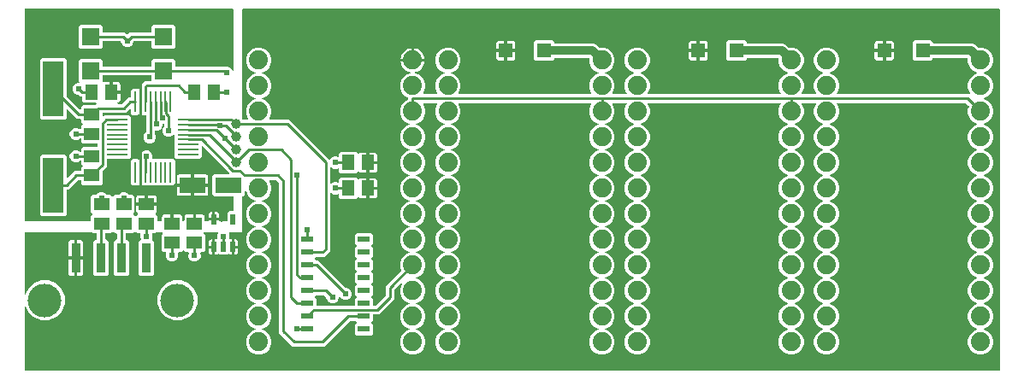
<source format=gbr>
G04 EAGLE Gerber RS-274X export*
G75*
%MOMM*%
%FSLAX34Y34*%
%LPD*%
%INTop Copper*%
%IPPOS*%
%AMOC8*
5,1,8,0,0,1.08239X$1,22.5*%
G01*
%ADD10R,1.300000X1.500000*%
%ADD11R,1.500000X1.300000*%
%ADD12R,2.000000X5.500000*%
%ADD13R,0.280000X2.032000*%
%ADD14R,2.032000X0.280000*%
%ADD15C,3.327400*%
%ADD16R,0.900000X3.000000*%
%ADD17R,2.600000X1.600000*%
%ADD18C,1.880000*%
%ADD19R,1.200000X0.600000*%
%ADD20R,1.778000X1.778000*%
%ADD21R,1.778000X1.779000*%
%ADD22R,0.508000X0.977900*%
%ADD23R,1.400000X1.400000*%
%ADD24C,1.000000*%
%ADD25C,0.254000*%
%ADD26C,0.609600*%
%ADD27C,0.812800*%

G36*
X964385Y3052D02*
X964385Y3052D01*
X964404Y3050D01*
X964506Y3072D01*
X964608Y3088D01*
X964625Y3098D01*
X964645Y3102D01*
X964734Y3155D01*
X964825Y3204D01*
X964839Y3218D01*
X964856Y3228D01*
X964923Y3307D01*
X964995Y3382D01*
X965003Y3400D01*
X965016Y3415D01*
X965055Y3511D01*
X965098Y3605D01*
X965100Y3625D01*
X965108Y3643D01*
X965126Y3810D01*
X965126Y361190D01*
X965123Y361210D01*
X965125Y361229D01*
X965103Y361331D01*
X965087Y361433D01*
X965077Y361450D01*
X965073Y361470D01*
X965020Y361559D01*
X964971Y361650D01*
X964957Y361664D01*
X964947Y361681D01*
X964868Y361748D01*
X964793Y361820D01*
X964775Y361828D01*
X964760Y361841D01*
X964664Y361880D01*
X964570Y361923D01*
X964550Y361925D01*
X964532Y361933D01*
X964365Y361951D01*
X215900Y361951D01*
X215880Y361948D01*
X215861Y361950D01*
X215759Y361928D01*
X215657Y361912D01*
X215640Y361902D01*
X215620Y361898D01*
X215531Y361845D01*
X215440Y361796D01*
X215426Y361782D01*
X215409Y361772D01*
X215342Y361693D01*
X215271Y361618D01*
X215262Y361600D01*
X215249Y361585D01*
X215210Y361489D01*
X215167Y361395D01*
X215165Y361375D01*
X215157Y361357D01*
X215139Y361190D01*
X215139Y253759D01*
X215153Y253669D01*
X215161Y253578D01*
X215173Y253548D01*
X215179Y253516D01*
X215221Y253436D01*
X215257Y253352D01*
X215283Y253320D01*
X215294Y253299D01*
X215317Y253277D01*
X215362Y253221D01*
X216391Y252192D01*
X216465Y252139D01*
X216534Y252079D01*
X216564Y252067D01*
X216591Y252048D01*
X216678Y252021D01*
X216762Y251987D01*
X216803Y251983D01*
X216826Y251976D01*
X216858Y251977D01*
X216929Y251969D01*
X220713Y251969D01*
X220784Y251980D01*
X220856Y251982D01*
X220905Y252000D01*
X220956Y252008D01*
X221019Y252042D01*
X221087Y252067D01*
X221127Y252099D01*
X221173Y252124D01*
X221223Y252176D01*
X221279Y252220D01*
X221307Y252264D01*
X221343Y252302D01*
X221373Y252367D01*
X221412Y252427D01*
X221424Y252478D01*
X221446Y252525D01*
X221454Y252596D01*
X221472Y252666D01*
X221468Y252718D01*
X221474Y252769D01*
X221458Y252840D01*
X221453Y252911D01*
X221432Y252959D01*
X221421Y253010D01*
X221384Y253071D01*
X221356Y253137D01*
X221312Y253193D01*
X221295Y253221D01*
X221288Y253227D01*
X221286Y253230D01*
X221274Y253240D01*
X221252Y253268D01*
X221221Y253298D01*
X219326Y257874D01*
X219326Y262826D01*
X221221Y267402D01*
X224723Y270904D01*
X228207Y272347D01*
X228268Y272384D01*
X228334Y272414D01*
X228372Y272449D01*
X228417Y272476D01*
X228462Y272531D01*
X228515Y272580D01*
X228540Y272626D01*
X228573Y272666D01*
X228599Y272733D01*
X228634Y272796D01*
X228643Y272847D01*
X228662Y272895D01*
X228665Y272967D01*
X228677Y273038D01*
X228670Y273089D01*
X228672Y273141D01*
X228652Y273210D01*
X228642Y273281D01*
X228618Y273327D01*
X228603Y273377D01*
X228563Y273436D01*
X228530Y273500D01*
X228493Y273537D01*
X228463Y273579D01*
X228406Y273622D01*
X228354Y273672D01*
X228292Y273707D01*
X228266Y273726D01*
X228244Y273733D01*
X228207Y273753D01*
X224723Y275196D01*
X221221Y278698D01*
X219326Y283274D01*
X219326Y288226D01*
X221221Y292802D01*
X224723Y296304D01*
X228207Y297747D01*
X228268Y297784D01*
X228334Y297814D01*
X228372Y297849D01*
X228417Y297876D01*
X228462Y297931D01*
X228515Y297980D01*
X228540Y298026D01*
X228573Y298066D01*
X228599Y298133D01*
X228634Y298196D01*
X228643Y298247D01*
X228662Y298295D01*
X228665Y298367D01*
X228677Y298438D01*
X228670Y298489D01*
X228672Y298541D01*
X228652Y298610D01*
X228642Y298681D01*
X228618Y298727D01*
X228603Y298777D01*
X228563Y298836D01*
X228530Y298900D01*
X228493Y298937D01*
X228463Y298979D01*
X228406Y299022D01*
X228354Y299072D01*
X228292Y299107D01*
X228266Y299126D01*
X228244Y299133D01*
X228207Y299153D01*
X224723Y300596D01*
X221221Y304098D01*
X219326Y308674D01*
X219326Y313626D01*
X221221Y318202D01*
X224723Y321704D01*
X229299Y323599D01*
X234251Y323599D01*
X238827Y321704D01*
X242329Y318202D01*
X244224Y313626D01*
X244224Y308674D01*
X242329Y304098D01*
X238827Y300596D01*
X235343Y299153D01*
X235282Y299115D01*
X235216Y299086D01*
X235178Y299051D01*
X235133Y299024D01*
X235088Y298968D01*
X235035Y298920D01*
X235010Y298874D01*
X234977Y298834D01*
X234951Y298767D01*
X234916Y298704D01*
X234907Y298653D01*
X234888Y298605D01*
X234885Y298533D01*
X234873Y298462D01*
X234880Y298411D01*
X234878Y298359D01*
X234898Y298290D01*
X234908Y298219D01*
X234932Y298173D01*
X234947Y298123D01*
X234987Y298064D01*
X235020Y298000D01*
X235057Y297963D01*
X235087Y297921D01*
X235144Y297878D01*
X235196Y297828D01*
X235258Y297793D01*
X235284Y297774D01*
X235306Y297767D01*
X235343Y297747D01*
X238827Y296304D01*
X242329Y292802D01*
X244224Y288226D01*
X244224Y283274D01*
X242329Y278698D01*
X238827Y275196D01*
X235343Y273753D01*
X235282Y273715D01*
X235216Y273686D01*
X235178Y273651D01*
X235133Y273624D01*
X235088Y273568D01*
X235035Y273520D01*
X235010Y273474D01*
X234977Y273434D01*
X234951Y273367D01*
X234916Y273304D01*
X234907Y273253D01*
X234888Y273205D01*
X234885Y273133D01*
X234873Y273062D01*
X234880Y273011D01*
X234878Y272959D01*
X234898Y272890D01*
X234908Y272819D01*
X234932Y272773D01*
X234947Y272723D01*
X234987Y272664D01*
X235020Y272600D01*
X235057Y272563D01*
X235087Y272521D01*
X235144Y272478D01*
X235196Y272428D01*
X235258Y272393D01*
X235284Y272374D01*
X235306Y272367D01*
X235343Y272347D01*
X238827Y270904D01*
X242329Y267402D01*
X244224Y262826D01*
X244224Y257874D01*
X242329Y253298D01*
X242298Y253268D01*
X242257Y253210D01*
X242207Y253158D01*
X242185Y253111D01*
X242155Y253069D01*
X242134Y253000D01*
X242104Y252935D01*
X242098Y252883D01*
X242083Y252834D01*
X242084Y252762D01*
X242076Y252691D01*
X242088Y252640D01*
X242089Y252588D01*
X242113Y252520D01*
X242129Y252450D01*
X242155Y252405D01*
X242173Y252357D01*
X242218Y252301D01*
X242255Y252239D01*
X242294Y252205D01*
X242327Y252165D01*
X242387Y252126D01*
X242442Y252079D01*
X242490Y252060D01*
X242534Y252032D01*
X242603Y252014D01*
X242670Y251987D01*
X242741Y251979D01*
X242772Y251971D01*
X242796Y251973D01*
X242837Y251969D01*
X262139Y251969D01*
X300016Y214092D01*
X301502Y212605D01*
X301540Y212579D01*
X301571Y212545D01*
X301616Y212520D01*
X301636Y212503D01*
X301657Y212494D01*
X301702Y212462D01*
X301746Y212448D01*
X301786Y212426D01*
X301858Y212413D01*
X301864Y212411D01*
X301869Y212410D01*
X301937Y212389D01*
X301983Y212391D01*
X302028Y212382D01*
X302105Y212394D01*
X302183Y212396D01*
X302226Y212412D01*
X302271Y212418D01*
X302341Y212454D01*
X302414Y212480D01*
X302450Y212509D01*
X302491Y212530D01*
X302545Y212585D01*
X302606Y212634D01*
X302631Y212673D01*
X302663Y212705D01*
X302674Y212725D01*
X302674Y212726D01*
X302675Y212727D01*
X302729Y212825D01*
X302739Y212841D01*
X302740Y212846D01*
X302744Y212852D01*
X302806Y213004D01*
X304521Y214719D01*
X306762Y215647D01*
X309188Y215647D01*
X310099Y215269D01*
X310143Y215259D01*
X310185Y215240D01*
X310262Y215231D01*
X310338Y215213D01*
X310384Y215218D01*
X310429Y215212D01*
X310506Y215229D01*
X310583Y215236D01*
X310625Y215255D01*
X310670Y215265D01*
X310737Y215305D01*
X310808Y215336D01*
X310842Y215367D01*
X310881Y215391D01*
X310932Y215450D01*
X310989Y215503D01*
X311011Y215543D01*
X311041Y215578D01*
X311070Y215650D01*
X311107Y215718D01*
X311116Y215763D01*
X311133Y215806D01*
X311148Y215942D01*
X311151Y215960D01*
X311150Y215965D01*
X311151Y215973D01*
X311151Y218313D01*
X312937Y220099D01*
X328463Y220099D01*
X330021Y218541D01*
X330037Y218529D01*
X330050Y218513D01*
X330137Y218457D01*
X330221Y218397D01*
X330240Y218391D01*
X330256Y218380D01*
X330357Y218355D01*
X330456Y218325D01*
X330476Y218325D01*
X330495Y218320D01*
X330598Y218328D01*
X330702Y218331D01*
X330720Y218338D01*
X330740Y218340D01*
X330835Y218380D01*
X330933Y218416D01*
X330948Y218428D01*
X330967Y218436D01*
X331097Y218541D01*
X331640Y219083D01*
X332219Y219418D01*
X332866Y219591D01*
X338177Y219591D01*
X338177Y210312D01*
X338180Y210292D01*
X338178Y210273D01*
X338200Y210171D01*
X338217Y210069D01*
X338226Y210052D01*
X338230Y210032D01*
X338283Y209943D01*
X338332Y209852D01*
X338346Y209838D01*
X338356Y209821D01*
X338435Y209754D01*
X338510Y209683D01*
X338528Y209674D01*
X338543Y209661D01*
X338639Y209622D01*
X338733Y209579D01*
X338753Y209577D01*
X338771Y209569D01*
X338938Y209551D01*
X339701Y209551D01*
X339701Y209549D01*
X338938Y209549D01*
X338918Y209546D01*
X338899Y209548D01*
X338797Y209526D01*
X338695Y209509D01*
X338678Y209500D01*
X338658Y209496D01*
X338569Y209443D01*
X338478Y209394D01*
X338464Y209380D01*
X338447Y209370D01*
X338380Y209291D01*
X338309Y209216D01*
X338300Y209198D01*
X338287Y209183D01*
X338248Y209087D01*
X338205Y208993D01*
X338203Y208973D01*
X338195Y208955D01*
X338177Y208788D01*
X338177Y199509D01*
X332866Y199509D01*
X332219Y199682D01*
X331640Y200017D01*
X331097Y200559D01*
X331081Y200571D01*
X331069Y200587D01*
X330981Y200643D01*
X330898Y200703D01*
X330879Y200709D01*
X330862Y200720D01*
X330761Y200745D01*
X330663Y200775D01*
X330643Y200775D01*
X330623Y200780D01*
X330520Y200772D01*
X330417Y200769D01*
X330398Y200762D01*
X330378Y200760D01*
X330283Y200720D01*
X330186Y200684D01*
X330170Y200672D01*
X330152Y200664D01*
X330021Y200559D01*
X328463Y199001D01*
X312937Y199001D01*
X311151Y200787D01*
X311151Y203127D01*
X311144Y203173D01*
X311146Y203218D01*
X311124Y203293D01*
X311112Y203370D01*
X311090Y203411D01*
X311077Y203455D01*
X311033Y203519D01*
X310996Y203587D01*
X310963Y203619D01*
X310937Y203657D01*
X310875Y203703D01*
X310818Y203757D01*
X310776Y203776D01*
X310740Y203804D01*
X310666Y203828D01*
X310595Y203860D01*
X310549Y203866D01*
X310506Y203880D01*
X310428Y203879D01*
X310351Y203888D01*
X310306Y203878D01*
X310260Y203877D01*
X310128Y203839D01*
X310110Y203835D01*
X310106Y203833D01*
X310099Y203831D01*
X309188Y203453D01*
X306762Y203453D01*
X304522Y204381D01*
X304068Y204835D01*
X304010Y204877D01*
X303958Y204926D01*
X303911Y204948D01*
X303869Y204978D01*
X303800Y204999D01*
X303735Y205030D01*
X303683Y205035D01*
X303633Y205051D01*
X303562Y205049D01*
X303491Y205057D01*
X303440Y205046D01*
X303388Y205044D01*
X303320Y205020D01*
X303250Y205004D01*
X303205Y204978D01*
X303157Y204960D01*
X303101Y204915D01*
X303039Y204878D01*
X303005Y204839D01*
X302965Y204806D01*
X302926Y204746D01*
X302879Y204691D01*
X302860Y204643D01*
X302832Y204599D01*
X302814Y204530D01*
X302787Y204463D01*
X302779Y204392D01*
X302771Y204361D01*
X302773Y204337D01*
X302769Y204296D01*
X302769Y189404D01*
X302780Y189333D01*
X302782Y189261D01*
X302800Y189212D01*
X302808Y189161D01*
X302842Y189098D01*
X302867Y189030D01*
X302899Y188989D01*
X302924Y188943D01*
X302976Y188894D01*
X303020Y188838D01*
X303064Y188810D01*
X303102Y188774D01*
X303167Y188744D01*
X303227Y188705D01*
X303278Y188692D01*
X303325Y188670D01*
X303396Y188663D01*
X303466Y188645D01*
X303518Y188649D01*
X303569Y188643D01*
X303640Y188659D01*
X303711Y188664D01*
X303759Y188685D01*
X303810Y188696D01*
X303871Y188732D01*
X303937Y188761D01*
X303993Y188805D01*
X304021Y188822D01*
X304036Y188840D01*
X304068Y188865D01*
X304522Y189319D01*
X306762Y190247D01*
X309188Y190247D01*
X310099Y189869D01*
X310143Y189859D01*
X310185Y189840D01*
X310262Y189831D01*
X310338Y189813D01*
X310384Y189818D01*
X310429Y189812D01*
X310506Y189829D01*
X310583Y189836D01*
X310625Y189855D01*
X310670Y189865D01*
X310737Y189905D01*
X310808Y189936D01*
X310842Y189967D01*
X310881Y189991D01*
X310932Y190050D01*
X310989Y190103D01*
X311011Y190143D01*
X311041Y190178D01*
X311070Y190250D01*
X311107Y190318D01*
X311116Y190363D01*
X311133Y190406D01*
X311148Y190542D01*
X311151Y190560D01*
X311150Y190565D01*
X311151Y190573D01*
X311151Y192913D01*
X312937Y194699D01*
X328463Y194699D01*
X330021Y193141D01*
X330037Y193129D01*
X330050Y193113D01*
X330137Y193057D01*
X330221Y192997D01*
X330240Y192991D01*
X330256Y192980D01*
X330357Y192955D01*
X330456Y192925D01*
X330476Y192925D01*
X330495Y192920D01*
X330598Y192928D01*
X330702Y192931D01*
X330720Y192938D01*
X330740Y192940D01*
X330835Y192980D01*
X330933Y193016D01*
X330948Y193028D01*
X330967Y193036D01*
X331097Y193141D01*
X331640Y193683D01*
X332219Y194018D01*
X332866Y194191D01*
X338177Y194191D01*
X338177Y184912D01*
X338180Y184892D01*
X338178Y184873D01*
X338200Y184771D01*
X338217Y184669D01*
X338226Y184652D01*
X338230Y184632D01*
X338283Y184543D01*
X338332Y184452D01*
X338346Y184438D01*
X338356Y184421D01*
X338435Y184354D01*
X338510Y184283D01*
X338528Y184274D01*
X338543Y184261D01*
X338639Y184222D01*
X338733Y184179D01*
X338753Y184177D01*
X338771Y184169D01*
X338938Y184151D01*
X339701Y184151D01*
X339701Y184149D01*
X338938Y184149D01*
X338918Y184146D01*
X338899Y184148D01*
X338797Y184126D01*
X338695Y184109D01*
X338678Y184100D01*
X338658Y184096D01*
X338569Y184043D01*
X338478Y183994D01*
X338464Y183980D01*
X338447Y183970D01*
X338380Y183891D01*
X338309Y183816D01*
X338300Y183798D01*
X338287Y183783D01*
X338248Y183687D01*
X338205Y183593D01*
X338203Y183573D01*
X338195Y183555D01*
X338177Y183388D01*
X338177Y174109D01*
X332866Y174109D01*
X332219Y174282D01*
X331640Y174617D01*
X331097Y175159D01*
X331081Y175171D01*
X331069Y175187D01*
X330981Y175243D01*
X330898Y175303D01*
X330879Y175309D01*
X330862Y175320D01*
X330761Y175345D01*
X330663Y175375D01*
X330643Y175375D01*
X330623Y175380D01*
X330520Y175372D01*
X330417Y175369D01*
X330398Y175362D01*
X330378Y175360D01*
X330283Y175320D01*
X330186Y175284D01*
X330170Y175272D01*
X330152Y175264D01*
X330021Y175159D01*
X328463Y173601D01*
X312937Y173601D01*
X311151Y175387D01*
X311151Y177727D01*
X311144Y177773D01*
X311146Y177818D01*
X311124Y177893D01*
X311112Y177970D01*
X311090Y178011D01*
X311077Y178055D01*
X311033Y178119D01*
X310996Y178187D01*
X310963Y178219D01*
X310937Y178257D01*
X310875Y178303D01*
X310818Y178357D01*
X310776Y178376D01*
X310740Y178404D01*
X310666Y178428D01*
X310595Y178460D01*
X310549Y178466D01*
X310506Y178480D01*
X310428Y178479D01*
X310351Y178488D01*
X310306Y178478D01*
X310260Y178477D01*
X310128Y178439D01*
X310110Y178435D01*
X310106Y178433D01*
X310099Y178431D01*
X309188Y178053D01*
X306762Y178053D01*
X304522Y178981D01*
X304068Y179435D01*
X304010Y179477D01*
X303958Y179526D01*
X303911Y179548D01*
X303869Y179578D01*
X303800Y179599D01*
X303735Y179630D01*
X303683Y179635D01*
X303633Y179651D01*
X303562Y179649D01*
X303491Y179657D01*
X303440Y179646D01*
X303388Y179644D01*
X303320Y179620D01*
X303250Y179604D01*
X303205Y179578D01*
X303157Y179560D01*
X303101Y179515D01*
X303039Y179478D01*
X303005Y179439D01*
X302965Y179406D01*
X302926Y179346D01*
X302879Y179291D01*
X302860Y179243D01*
X302832Y179199D01*
X302814Y179130D01*
X302787Y179063D01*
X302779Y178992D01*
X302771Y178961D01*
X302773Y178937D01*
X302769Y178896D01*
X302769Y122036D01*
X297064Y116331D01*
X289283Y116331D01*
X289193Y116317D01*
X289102Y116309D01*
X289072Y116297D01*
X289040Y116292D01*
X288960Y116249D01*
X288876Y116213D01*
X288844Y116187D01*
X288823Y116176D01*
X288801Y116153D01*
X288745Y116108D01*
X287475Y114838D01*
X287463Y114822D01*
X287448Y114810D01*
X287392Y114722D01*
X287331Y114639D01*
X287325Y114620D01*
X287315Y114603D01*
X287289Y114502D01*
X287259Y114403D01*
X287259Y114384D01*
X287255Y114364D01*
X287263Y114261D01*
X287265Y114158D01*
X287272Y114139D01*
X287274Y114119D01*
X287314Y114024D01*
X287350Y113927D01*
X287362Y113911D01*
X287370Y113893D01*
X287475Y113762D01*
X288745Y112492D01*
X288819Y112439D01*
X288888Y112379D01*
X288918Y112367D01*
X288945Y112348D01*
X289032Y112321D01*
X289116Y112287D01*
X289157Y112283D01*
X289180Y112276D01*
X289212Y112277D01*
X289283Y112269D01*
X290714Y112269D01*
X317288Y85695D01*
X317362Y85642D01*
X317431Y85582D01*
X317461Y85570D01*
X317488Y85551D01*
X317575Y85524D01*
X317659Y85490D01*
X317700Y85486D01*
X317723Y85479D01*
X317755Y85480D01*
X317826Y85472D01*
X318713Y85472D01*
X320954Y84544D01*
X322669Y82829D01*
X323597Y80588D01*
X323597Y78162D01*
X322669Y75921D01*
X320954Y74206D01*
X318713Y73278D01*
X316287Y73278D01*
X314046Y74206D01*
X312298Y75955D01*
X312264Y76018D01*
X312246Y76036D01*
X312232Y76058D01*
X312157Y76121D01*
X312086Y76188D01*
X312062Y76199D01*
X312042Y76215D01*
X311951Y76250D01*
X311863Y76291D01*
X311837Y76294D01*
X311813Y76303D01*
X311715Y76308D01*
X311619Y76318D01*
X311593Y76313D01*
X311567Y76314D01*
X311474Y76287D01*
X311378Y76266D01*
X311356Y76253D01*
X311331Y76245D01*
X311251Y76190D01*
X311167Y76140D01*
X311150Y76120D01*
X311129Y76105D01*
X311071Y76027D01*
X311007Y75953D01*
X310997Y75929D01*
X310982Y75908D01*
X310952Y75815D01*
X310915Y75725D01*
X310912Y75693D01*
X310906Y75674D01*
X310906Y75641D01*
X310897Y75558D01*
X310897Y74987D01*
X309969Y72746D01*
X308254Y71031D01*
X306013Y70103D01*
X303587Y70103D01*
X301346Y71031D01*
X299631Y72746D01*
X298703Y74987D01*
X298703Y75874D01*
X298689Y75964D01*
X298681Y76055D01*
X298669Y76085D01*
X298664Y76117D01*
X298621Y76197D01*
X298585Y76281D01*
X298559Y76313D01*
X298548Y76334D01*
X298525Y76356D01*
X298480Y76412D01*
X296884Y78008D01*
X296810Y78061D01*
X296741Y78121D01*
X296711Y78133D01*
X296684Y78152D01*
X296597Y78179D01*
X296513Y78213D01*
X296472Y78217D01*
X296449Y78224D01*
X296417Y78223D01*
X296346Y78231D01*
X289283Y78231D01*
X289193Y78217D01*
X289102Y78209D01*
X289072Y78197D01*
X289040Y78192D01*
X288960Y78149D01*
X288876Y78113D01*
X288844Y78087D01*
X288823Y78076D01*
X288801Y78053D01*
X288745Y78008D01*
X287475Y76738D01*
X287463Y76722D01*
X287448Y76710D01*
X287392Y76622D01*
X287331Y76539D01*
X287325Y76520D01*
X287315Y76503D01*
X287289Y76402D01*
X287259Y76303D01*
X287259Y76284D01*
X287255Y76264D01*
X287263Y76161D01*
X287265Y76058D01*
X287272Y76039D01*
X287274Y76019D01*
X287314Y75924D01*
X287350Y75827D01*
X287362Y75811D01*
X287370Y75793D01*
X287475Y75662D01*
X289024Y74113D01*
X289024Y68580D01*
X289027Y68560D01*
X289025Y68541D01*
X289047Y68439D01*
X289063Y68337D01*
X289073Y68320D01*
X289077Y68300D01*
X289130Y68211D01*
X289179Y68120D01*
X289193Y68106D01*
X289203Y68089D01*
X289282Y68022D01*
X289357Y67950D01*
X289375Y67942D01*
X289390Y67929D01*
X289486Y67890D01*
X289580Y67847D01*
X289600Y67845D01*
X289618Y67837D01*
X289785Y67819D01*
X326165Y67819D01*
X326185Y67822D01*
X326204Y67820D01*
X326306Y67842D01*
X326408Y67858D01*
X326425Y67868D01*
X326445Y67872D01*
X326534Y67925D01*
X326625Y67974D01*
X326639Y67988D01*
X326656Y67998D01*
X326723Y68077D01*
X326795Y68152D01*
X326803Y68170D01*
X326816Y68185D01*
X326855Y68281D01*
X326898Y68375D01*
X326900Y68395D01*
X326908Y68413D01*
X326926Y68580D01*
X326926Y74113D01*
X328475Y75662D01*
X328487Y75678D01*
X328502Y75690D01*
X328558Y75778D01*
X328619Y75861D01*
X328625Y75880D01*
X328635Y75897D01*
X328661Y75998D01*
X328691Y76097D01*
X328691Y76116D01*
X328695Y76136D01*
X328687Y76239D01*
X328685Y76342D01*
X328678Y76361D01*
X328676Y76381D01*
X328636Y76476D01*
X328600Y76573D01*
X328588Y76589D01*
X328580Y76607D01*
X328475Y76738D01*
X326926Y78287D01*
X326926Y86813D01*
X328475Y88362D01*
X328487Y88378D01*
X328502Y88390D01*
X328558Y88478D01*
X328619Y88561D01*
X328625Y88580D01*
X328635Y88597D01*
X328661Y88698D01*
X328691Y88797D01*
X328691Y88816D01*
X328695Y88836D01*
X328687Y88939D01*
X328685Y89042D01*
X328678Y89061D01*
X328676Y89081D01*
X328636Y89176D01*
X328600Y89273D01*
X328588Y89289D01*
X328580Y89307D01*
X328475Y89438D01*
X326926Y90987D01*
X326926Y99513D01*
X328475Y101062D01*
X328487Y101078D01*
X328502Y101090D01*
X328558Y101178D01*
X328619Y101261D01*
X328625Y101280D01*
X328635Y101297D01*
X328661Y101398D01*
X328691Y101497D01*
X328691Y101516D01*
X328695Y101536D01*
X328687Y101639D01*
X328685Y101742D01*
X328678Y101761D01*
X328676Y101781D01*
X328636Y101876D01*
X328600Y101973D01*
X328588Y101989D01*
X328580Y102007D01*
X328475Y102138D01*
X326926Y103687D01*
X326926Y112213D01*
X328475Y113762D01*
X328487Y113778D01*
X328502Y113790D01*
X328558Y113878D01*
X328619Y113961D01*
X328625Y113980D01*
X328635Y113997D01*
X328661Y114098D01*
X328691Y114197D01*
X328691Y114216D01*
X328695Y114236D01*
X328687Y114339D01*
X328685Y114442D01*
X328678Y114461D01*
X328676Y114481D01*
X328636Y114576D01*
X328600Y114673D01*
X328588Y114689D01*
X328580Y114707D01*
X328475Y114838D01*
X326926Y116387D01*
X326926Y124913D01*
X328475Y126462D01*
X328487Y126478D01*
X328502Y126490D01*
X328558Y126578D01*
X328619Y126661D01*
X328625Y126680D01*
X328635Y126697D01*
X328661Y126798D01*
X328691Y126897D01*
X328691Y126916D01*
X328695Y126936D01*
X328687Y127039D01*
X328685Y127142D01*
X328678Y127161D01*
X328676Y127181D01*
X328636Y127276D01*
X328600Y127373D01*
X328588Y127389D01*
X328580Y127407D01*
X328475Y127538D01*
X326926Y129087D01*
X326926Y137613D01*
X328712Y139399D01*
X343238Y139399D01*
X345024Y137613D01*
X345024Y129087D01*
X343475Y127538D01*
X343463Y127522D01*
X343448Y127510D01*
X343392Y127422D01*
X343331Y127339D01*
X343325Y127320D01*
X343315Y127303D01*
X343289Y127202D01*
X343259Y127103D01*
X343259Y127084D01*
X343255Y127064D01*
X343263Y126961D01*
X343265Y126858D01*
X343272Y126839D01*
X343274Y126819D01*
X343314Y126724D01*
X343350Y126627D01*
X343362Y126611D01*
X343370Y126593D01*
X343475Y126462D01*
X345024Y124913D01*
X345024Y116387D01*
X343475Y114838D01*
X343463Y114822D01*
X343448Y114810D01*
X343392Y114722D01*
X343331Y114639D01*
X343325Y114620D01*
X343315Y114603D01*
X343289Y114502D01*
X343259Y114403D01*
X343259Y114384D01*
X343255Y114364D01*
X343263Y114261D01*
X343265Y114158D01*
X343272Y114139D01*
X343274Y114119D01*
X343314Y114024D01*
X343350Y113927D01*
X343362Y113911D01*
X343370Y113893D01*
X343475Y113762D01*
X345024Y112213D01*
X345024Y103687D01*
X343475Y102138D01*
X343463Y102122D01*
X343448Y102110D01*
X343392Y102022D01*
X343331Y101939D01*
X343325Y101920D01*
X343315Y101903D01*
X343289Y101802D01*
X343259Y101703D01*
X343259Y101684D01*
X343255Y101664D01*
X343263Y101561D01*
X343265Y101458D01*
X343272Y101439D01*
X343274Y101419D01*
X343314Y101324D01*
X343350Y101227D01*
X343362Y101211D01*
X343370Y101193D01*
X343475Y101062D01*
X345024Y99513D01*
X345024Y90987D01*
X343475Y89438D01*
X343463Y89422D01*
X343448Y89410D01*
X343392Y89322D01*
X343331Y89239D01*
X343325Y89220D01*
X343315Y89203D01*
X343289Y89102D01*
X343259Y89003D01*
X343259Y88984D01*
X343255Y88964D01*
X343263Y88861D01*
X343265Y88758D01*
X343272Y88739D01*
X343274Y88719D01*
X343314Y88624D01*
X343350Y88527D01*
X343362Y88511D01*
X343370Y88493D01*
X343475Y88362D01*
X345024Y86813D01*
X345024Y78287D01*
X343475Y76738D01*
X343463Y76722D01*
X343448Y76710D01*
X343392Y76622D01*
X343331Y76539D01*
X343325Y76520D01*
X343315Y76503D01*
X343289Y76402D01*
X343259Y76303D01*
X343259Y76284D01*
X343255Y76264D01*
X343263Y76161D01*
X343265Y76058D01*
X343272Y76039D01*
X343274Y76019D01*
X343314Y75924D01*
X343350Y75827D01*
X343362Y75811D01*
X343370Y75793D01*
X343475Y75662D01*
X345024Y74113D01*
X345024Y68580D01*
X345027Y68560D01*
X345025Y68541D01*
X345047Y68439D01*
X345063Y68337D01*
X345073Y68320D01*
X345077Y68300D01*
X345130Y68211D01*
X345179Y68120D01*
X345193Y68106D01*
X345203Y68089D01*
X345282Y68022D01*
X345357Y67950D01*
X345375Y67942D01*
X345390Y67929D01*
X345486Y67890D01*
X345580Y67847D01*
X345600Y67845D01*
X345618Y67837D01*
X345785Y67819D01*
X347146Y67819D01*
X347236Y67833D01*
X347327Y67841D01*
X347357Y67853D01*
X347389Y67858D01*
X347469Y67901D01*
X347553Y67937D01*
X347585Y67963D01*
X347606Y67974D01*
X347628Y67997D01*
X347684Y68042D01*
X357408Y77766D01*
X357461Y77840D01*
X357521Y77909D01*
X357533Y77939D01*
X357552Y77966D01*
X357579Y78053D01*
X357613Y78137D01*
X357617Y78178D01*
X357624Y78201D01*
X357623Y78233D01*
X357631Y78304D01*
X357631Y87514D01*
X372499Y102381D01*
X372566Y102475D01*
X372637Y102570D01*
X372639Y102576D01*
X372642Y102581D01*
X372676Y102692D01*
X372713Y102804D01*
X372713Y102810D01*
X372715Y102816D01*
X372711Y102933D01*
X372710Y103050D01*
X372708Y103057D01*
X372708Y103062D01*
X372702Y103079D01*
X372664Y103211D01*
X371726Y105474D01*
X371726Y110426D01*
X373621Y115002D01*
X377123Y118504D01*
X380608Y119947D01*
X380668Y119985D01*
X380734Y120014D01*
X380772Y120049D01*
X380817Y120076D01*
X380862Y120132D01*
X380915Y120180D01*
X380940Y120226D01*
X380973Y120266D01*
X380999Y120333D01*
X381034Y120396D01*
X381043Y120447D01*
X381062Y120495D01*
X381065Y120567D01*
X381077Y120638D01*
X381070Y120689D01*
X381072Y120741D01*
X381052Y120810D01*
X381042Y120881D01*
X381018Y120927D01*
X381003Y120977D01*
X380963Y121036D01*
X380930Y121100D01*
X380893Y121137D01*
X380863Y121179D01*
X380806Y121222D01*
X380754Y121272D01*
X380692Y121307D01*
X380666Y121326D01*
X380644Y121333D01*
X380608Y121353D01*
X377123Y122796D01*
X373621Y126298D01*
X371726Y130874D01*
X371726Y135826D01*
X373621Y140402D01*
X377123Y143904D01*
X380608Y145347D01*
X380668Y145385D01*
X380734Y145414D01*
X380772Y145449D01*
X380817Y145476D01*
X380862Y145532D01*
X380915Y145580D01*
X380940Y145626D01*
X380973Y145666D01*
X380999Y145733D01*
X381034Y145796D01*
X381043Y145847D01*
X381062Y145895D01*
X381065Y145967D01*
X381077Y146038D01*
X381070Y146089D01*
X381072Y146141D01*
X381052Y146210D01*
X381042Y146281D01*
X381018Y146327D01*
X381003Y146377D01*
X380963Y146436D01*
X380930Y146500D01*
X380893Y146537D01*
X380863Y146579D01*
X380806Y146622D01*
X380754Y146672D01*
X380692Y146707D01*
X380666Y146726D01*
X380644Y146733D01*
X380608Y146753D01*
X377123Y148196D01*
X373621Y151698D01*
X371726Y156274D01*
X371726Y161226D01*
X373621Y165802D01*
X377123Y169304D01*
X380608Y170747D01*
X380668Y170785D01*
X380734Y170814D01*
X380772Y170849D01*
X380817Y170876D01*
X380862Y170932D01*
X380915Y170980D01*
X380940Y171026D01*
X380973Y171066D01*
X380999Y171133D01*
X381034Y171196D01*
X381043Y171247D01*
X381062Y171295D01*
X381065Y171367D01*
X381077Y171438D01*
X381070Y171489D01*
X381072Y171541D01*
X381052Y171610D01*
X381042Y171681D01*
X381018Y171727D01*
X381003Y171777D01*
X380963Y171836D01*
X380930Y171900D01*
X380893Y171937D01*
X380863Y171979D01*
X380806Y172022D01*
X380754Y172072D01*
X380692Y172107D01*
X380666Y172126D01*
X380644Y172133D01*
X380608Y172153D01*
X377123Y173596D01*
X373621Y177098D01*
X371726Y181674D01*
X371726Y186626D01*
X373621Y191202D01*
X377123Y194704D01*
X380608Y196147D01*
X380668Y196185D01*
X380734Y196214D01*
X380772Y196249D01*
X380817Y196276D01*
X380862Y196332D01*
X380915Y196380D01*
X380940Y196426D01*
X380973Y196466D01*
X380999Y196533D01*
X381034Y196596D01*
X381043Y196647D01*
X381062Y196695D01*
X381065Y196767D01*
X381077Y196838D01*
X381070Y196889D01*
X381072Y196941D01*
X381052Y197010D01*
X381042Y197081D01*
X381018Y197127D01*
X381003Y197177D01*
X380963Y197236D01*
X380930Y197300D01*
X380893Y197337D01*
X380863Y197379D01*
X380806Y197422D01*
X380754Y197472D01*
X380692Y197507D01*
X380666Y197526D01*
X380644Y197533D01*
X380608Y197553D01*
X377123Y198996D01*
X373621Y202498D01*
X371726Y207074D01*
X371726Y212026D01*
X373621Y216602D01*
X377123Y220104D01*
X380608Y221547D01*
X380668Y221585D01*
X380734Y221614D01*
X380772Y221649D01*
X380817Y221676D01*
X380862Y221732D01*
X380915Y221780D01*
X380940Y221826D01*
X380973Y221866D01*
X380999Y221933D01*
X381034Y221996D01*
X381043Y222047D01*
X381062Y222095D01*
X381065Y222167D01*
X381077Y222238D01*
X381070Y222289D01*
X381072Y222341D01*
X381052Y222410D01*
X381042Y222481D01*
X381018Y222527D01*
X381003Y222577D01*
X380963Y222636D01*
X380930Y222700D01*
X380893Y222737D01*
X380863Y222779D01*
X380806Y222822D01*
X380754Y222872D01*
X380692Y222907D01*
X380666Y222926D01*
X380644Y222933D01*
X380608Y222953D01*
X377123Y224396D01*
X373621Y227898D01*
X371726Y232474D01*
X371726Y237426D01*
X373621Y242002D01*
X377123Y245504D01*
X380608Y246947D01*
X380668Y246985D01*
X380734Y247014D01*
X380772Y247049D01*
X380817Y247076D01*
X380862Y247132D01*
X380915Y247180D01*
X380940Y247226D01*
X380973Y247266D01*
X380999Y247333D01*
X381034Y247396D01*
X381043Y247447D01*
X381062Y247495D01*
X381065Y247567D01*
X381077Y247638D01*
X381070Y247689D01*
X381072Y247741D01*
X381052Y247810D01*
X381042Y247881D01*
X381018Y247927D01*
X381003Y247977D01*
X380963Y248036D01*
X380930Y248100D01*
X380893Y248137D01*
X380863Y248179D01*
X380806Y248222D01*
X380754Y248272D01*
X380692Y248307D01*
X380666Y248326D01*
X380644Y248333D01*
X380608Y248353D01*
X377123Y249796D01*
X373621Y253298D01*
X371726Y257874D01*
X371726Y262826D01*
X373621Y267402D01*
X377123Y270904D01*
X379386Y271841D01*
X379486Y271903D01*
X379516Y271921D01*
X379524Y271925D01*
X379525Y271926D01*
X379586Y271962D01*
X379590Y271967D01*
X379595Y271970D01*
X379670Y272061D01*
X379746Y272149D01*
X379748Y272155D01*
X379752Y272160D01*
X379794Y272268D01*
X379838Y272377D01*
X379839Y272385D01*
X379840Y272390D01*
X379841Y272408D01*
X379856Y272544D01*
X379856Y273556D01*
X379837Y273671D01*
X379820Y273787D01*
X379818Y273792D01*
X379817Y273799D01*
X379762Y273901D01*
X379709Y274006D01*
X379704Y274010D01*
X379701Y274016D01*
X379617Y274096D01*
X379533Y274178D01*
X379527Y274182D01*
X379523Y274185D01*
X379506Y274193D01*
X379386Y274259D01*
X377123Y275196D01*
X373621Y278698D01*
X371726Y283274D01*
X371726Y288226D01*
X373621Y292802D01*
X377123Y296304D01*
X381417Y298082D01*
X381503Y298135D01*
X381592Y298184D01*
X381607Y298200D01*
X381626Y298212D01*
X381690Y298289D01*
X381759Y298364D01*
X381769Y298384D01*
X381783Y298401D01*
X381819Y298495D01*
X381861Y298588D01*
X381863Y298610D01*
X381871Y298631D01*
X381875Y298732D01*
X381885Y298833D01*
X381880Y298854D01*
X381881Y298876D01*
X381853Y298973D01*
X381830Y299072D01*
X381819Y299091D01*
X381813Y299113D01*
X381755Y299196D01*
X381702Y299282D01*
X381685Y299296D01*
X381672Y299315D01*
X381591Y299375D01*
X381514Y299440D01*
X381489Y299451D01*
X381475Y299461D01*
X381444Y299472D01*
X381361Y299509D01*
X379591Y300084D01*
X377917Y300937D01*
X376396Y302042D01*
X375067Y303371D01*
X373962Y304892D01*
X373109Y306566D01*
X372528Y308354D01*
X372327Y309627D01*
X383413Y309627D01*
X383433Y309630D01*
X383452Y309628D01*
X383554Y309650D01*
X383656Y309667D01*
X383673Y309676D01*
X383693Y309680D01*
X383782Y309733D01*
X383873Y309782D01*
X383887Y309796D01*
X383904Y309806D01*
X383971Y309885D01*
X384042Y309960D01*
X384051Y309978D01*
X384064Y309993D01*
X384102Y310089D01*
X384146Y310183D01*
X384148Y310203D01*
X384156Y310221D01*
X384174Y310388D01*
X384174Y311151D01*
X384176Y311151D01*
X384176Y310388D01*
X384179Y310368D01*
X384177Y310349D01*
X384199Y310247D01*
X384216Y310145D01*
X384225Y310128D01*
X384229Y310108D01*
X384282Y310019D01*
X384331Y309928D01*
X384345Y309914D01*
X384355Y309897D01*
X384434Y309830D01*
X384509Y309759D01*
X384527Y309750D01*
X384542Y309737D01*
X384638Y309698D01*
X384732Y309655D01*
X384752Y309653D01*
X384770Y309645D01*
X384937Y309627D01*
X396023Y309627D01*
X395822Y308354D01*
X395241Y306566D01*
X394388Y304892D01*
X393283Y303371D01*
X391954Y302042D01*
X390433Y300937D01*
X388759Y300084D01*
X386989Y299509D01*
X386899Y299463D01*
X386807Y299422D01*
X386790Y299407D01*
X386771Y299396D01*
X386700Y299324D01*
X386626Y299255D01*
X386615Y299236D01*
X386600Y299220D01*
X386556Y299128D01*
X386507Y299040D01*
X386503Y299018D01*
X386494Y298998D01*
X386481Y298897D01*
X386463Y298798D01*
X386467Y298776D01*
X386464Y298754D01*
X386484Y298655D01*
X386499Y298554D01*
X386509Y298534D01*
X386514Y298513D01*
X386565Y298426D01*
X386611Y298335D01*
X386627Y298319D01*
X386638Y298300D01*
X386714Y298234D01*
X386786Y298163D01*
X386810Y298149D01*
X386823Y298139D01*
X386853Y298126D01*
X386933Y298082D01*
X391227Y296304D01*
X394729Y292802D01*
X396624Y288226D01*
X396624Y283274D01*
X394729Y278698D01*
X394698Y278668D01*
X394657Y278610D01*
X394607Y278558D01*
X394585Y278511D01*
X394555Y278469D01*
X394534Y278400D01*
X394504Y278335D01*
X394498Y278283D01*
X394483Y278234D01*
X394484Y278162D01*
X394476Y278091D01*
X394488Y278040D01*
X394489Y277988D01*
X394513Y277920D01*
X394529Y277850D01*
X394555Y277805D01*
X394573Y277757D01*
X394618Y277701D01*
X394655Y277639D01*
X394694Y277605D01*
X394727Y277565D01*
X394787Y277526D01*
X394842Y277479D01*
X394890Y277460D01*
X394934Y277432D01*
X395003Y277414D01*
X395070Y277387D01*
X395141Y277379D01*
X395172Y277371D01*
X395196Y277373D01*
X395237Y277369D01*
X408038Y277369D01*
X408109Y277380D01*
X408181Y277382D01*
X408230Y277400D01*
X408281Y277408D01*
X408344Y277442D01*
X408412Y277467D01*
X408452Y277499D01*
X408498Y277524D01*
X408548Y277576D01*
X408604Y277620D01*
X408632Y277664D01*
X408668Y277702D01*
X408698Y277767D01*
X408737Y277827D01*
X408749Y277878D01*
X408771Y277925D01*
X408779Y277996D01*
X408797Y278066D01*
X408793Y278118D01*
X408799Y278169D01*
X408783Y278240D01*
X408778Y278311D01*
X408757Y278359D01*
X408746Y278410D01*
X408709Y278471D01*
X408681Y278537D01*
X408637Y278593D01*
X408620Y278621D01*
X408602Y278636D01*
X408577Y278668D01*
X408546Y278698D01*
X406651Y283274D01*
X406651Y288226D01*
X408546Y292802D01*
X412048Y296304D01*
X415533Y297747D01*
X415594Y297785D01*
X415659Y297814D01*
X415697Y297849D01*
X415742Y297876D01*
X415787Y297932D01*
X415840Y297980D01*
X415865Y298026D01*
X415898Y298066D01*
X415924Y298133D01*
X415959Y298196D01*
X415968Y298247D01*
X415987Y298295D01*
X415990Y298367D01*
X416002Y298438D01*
X415995Y298489D01*
X415997Y298541D01*
X415977Y298610D01*
X415967Y298681D01*
X415943Y298727D01*
X415928Y298777D01*
X415888Y298836D01*
X415855Y298900D01*
X415818Y298937D01*
X415788Y298979D01*
X415731Y299022D01*
X415679Y299072D01*
X415617Y299107D01*
X415591Y299126D01*
X415569Y299133D01*
X415533Y299153D01*
X412048Y300596D01*
X408546Y304098D01*
X406651Y308674D01*
X406651Y313626D01*
X408546Y318202D01*
X412048Y321704D01*
X416624Y323599D01*
X421576Y323599D01*
X426152Y321704D01*
X429654Y318202D01*
X431549Y313626D01*
X431549Y308674D01*
X429654Y304098D01*
X426152Y300596D01*
X422667Y299153D01*
X422607Y299115D01*
X422541Y299086D01*
X422503Y299051D01*
X422458Y299024D01*
X422413Y298968D01*
X422360Y298920D01*
X422335Y298874D01*
X422302Y298834D01*
X422276Y298767D01*
X422241Y298704D01*
X422232Y298653D01*
X422213Y298605D01*
X422210Y298533D01*
X422198Y298462D01*
X422205Y298411D01*
X422203Y298359D01*
X422223Y298290D01*
X422233Y298219D01*
X422257Y298173D01*
X422272Y298123D01*
X422312Y298064D01*
X422345Y298000D01*
X422382Y297963D01*
X422412Y297921D01*
X422469Y297878D01*
X422521Y297828D01*
X422583Y297793D01*
X422609Y297774D01*
X422631Y297767D01*
X422667Y297747D01*
X426152Y296304D01*
X429654Y292802D01*
X431549Y288226D01*
X431549Y283274D01*
X429654Y278698D01*
X429623Y278668D01*
X429582Y278610D01*
X429532Y278558D01*
X429510Y278511D01*
X429480Y278469D01*
X429459Y278400D01*
X429429Y278335D01*
X429423Y278283D01*
X429408Y278234D01*
X429409Y278162D01*
X429401Y278091D01*
X429413Y278040D01*
X429414Y277988D01*
X429438Y277920D01*
X429454Y277850D01*
X429480Y277805D01*
X429498Y277757D01*
X429543Y277701D01*
X429580Y277639D01*
X429619Y277605D01*
X429652Y277565D01*
X429712Y277526D01*
X429767Y277479D01*
X429815Y277460D01*
X429859Y277432D01*
X429928Y277414D01*
X429995Y277387D01*
X430066Y277379D01*
X430097Y277371D01*
X430121Y277373D01*
X430162Y277369D01*
X560438Y277369D01*
X560509Y277380D01*
X560581Y277382D01*
X560630Y277400D01*
X560681Y277408D01*
X560744Y277442D01*
X560812Y277467D01*
X560852Y277499D01*
X560898Y277524D01*
X560948Y277576D01*
X561004Y277620D01*
X561032Y277664D01*
X561068Y277702D01*
X561098Y277767D01*
X561137Y277827D01*
X561149Y277878D01*
X561171Y277925D01*
X561179Y277996D01*
X561197Y278066D01*
X561193Y278118D01*
X561199Y278169D01*
X561183Y278240D01*
X561178Y278311D01*
X561157Y278359D01*
X561146Y278410D01*
X561109Y278471D01*
X561081Y278537D01*
X561037Y278593D01*
X561020Y278621D01*
X561002Y278636D01*
X560977Y278668D01*
X560946Y278698D01*
X559051Y283274D01*
X559051Y288226D01*
X560946Y292802D01*
X564448Y296304D01*
X567932Y297747D01*
X567993Y297785D01*
X568059Y297814D01*
X568097Y297849D01*
X568142Y297876D01*
X568187Y297932D01*
X568240Y297980D01*
X568265Y298026D01*
X568298Y298066D01*
X568324Y298133D01*
X568359Y298196D01*
X568368Y298247D01*
X568387Y298295D01*
X568390Y298367D01*
X568402Y298438D01*
X568395Y298489D01*
X568397Y298541D01*
X568377Y298610D01*
X568367Y298681D01*
X568343Y298727D01*
X568328Y298777D01*
X568288Y298836D01*
X568255Y298900D01*
X568218Y298937D01*
X568188Y298979D01*
X568131Y299022D01*
X568079Y299072D01*
X568017Y299107D01*
X567991Y299126D01*
X567969Y299133D01*
X567932Y299153D01*
X564448Y300596D01*
X560946Y304098D01*
X559051Y308674D01*
X559051Y312801D01*
X559048Y312821D01*
X559050Y312840D01*
X559028Y312942D01*
X559012Y313044D01*
X559002Y313061D01*
X558998Y313081D01*
X558945Y313170D01*
X558896Y313261D01*
X558882Y313275D01*
X558872Y313292D01*
X558793Y313359D01*
X558718Y313431D01*
X558700Y313439D01*
X558685Y313452D01*
X558589Y313491D01*
X558495Y313534D01*
X558475Y313536D01*
X558457Y313544D01*
X558290Y313562D01*
X525110Y313562D01*
X525090Y313559D01*
X525071Y313561D01*
X524969Y313539D01*
X524867Y313523D01*
X524850Y313513D01*
X524830Y313509D01*
X524741Y313456D01*
X524650Y313407D01*
X524636Y313393D01*
X524619Y313383D01*
X524552Y313304D01*
X524480Y313229D01*
X524472Y313211D01*
X524459Y313196D01*
X524420Y313100D01*
X524377Y313006D01*
X524375Y312986D01*
X524367Y312968D01*
X524349Y312801D01*
X524349Y312412D01*
X522563Y310626D01*
X506037Y310626D01*
X504251Y312412D01*
X504251Y328938D01*
X506037Y330724D01*
X522563Y330724D01*
X524349Y328938D01*
X524349Y328549D01*
X524352Y328529D01*
X524350Y328510D01*
X524372Y328408D01*
X524388Y328306D01*
X524398Y328289D01*
X524402Y328269D01*
X524455Y328180D01*
X524504Y328089D01*
X524518Y328075D01*
X524528Y328058D01*
X524607Y327991D01*
X524682Y327919D01*
X524700Y327911D01*
X524715Y327898D01*
X524811Y327859D01*
X524905Y327816D01*
X524925Y327814D01*
X524943Y327806D01*
X525110Y327788D01*
X563390Y327788D01*
X566004Y326705D01*
X568112Y324597D01*
X568887Y323822D01*
X568961Y323769D01*
X569031Y323709D01*
X569061Y323697D01*
X569087Y323678D01*
X569174Y323651D01*
X569259Y323617D01*
X569300Y323613D01*
X569322Y323606D01*
X569354Y323607D01*
X569425Y323599D01*
X573976Y323599D01*
X578552Y321704D01*
X582054Y318202D01*
X583949Y313626D01*
X583949Y308674D01*
X582054Y304098D01*
X578552Y300596D01*
X575068Y299153D01*
X575007Y299116D01*
X574941Y299086D01*
X574903Y299051D01*
X574858Y299024D01*
X574813Y298969D01*
X574760Y298920D01*
X574735Y298874D01*
X574702Y298834D01*
X574676Y298767D01*
X574641Y298704D01*
X574632Y298653D01*
X574613Y298605D01*
X574610Y298533D01*
X574598Y298462D01*
X574605Y298411D01*
X574603Y298359D01*
X574623Y298290D01*
X574633Y298219D01*
X574657Y298173D01*
X574672Y298123D01*
X574712Y298064D01*
X574745Y298000D01*
X574782Y297963D01*
X574812Y297921D01*
X574869Y297878D01*
X574921Y297828D01*
X574983Y297793D01*
X575009Y297774D01*
X575031Y297767D01*
X575068Y297747D01*
X578552Y296304D01*
X582054Y292802D01*
X583949Y288226D01*
X583949Y283274D01*
X582054Y278698D01*
X582023Y278668D01*
X581982Y278610D01*
X581932Y278558D01*
X581910Y278511D01*
X581880Y278469D01*
X581859Y278400D01*
X581829Y278335D01*
X581823Y278283D01*
X581808Y278234D01*
X581809Y278162D01*
X581801Y278091D01*
X581813Y278040D01*
X581814Y277988D01*
X581838Y277920D01*
X581854Y277850D01*
X581880Y277805D01*
X581898Y277757D01*
X581943Y277701D01*
X581980Y277639D01*
X582019Y277605D01*
X582052Y277565D01*
X582112Y277526D01*
X582167Y277479D01*
X582215Y277460D01*
X582259Y277432D01*
X582328Y277414D01*
X582395Y277387D01*
X582466Y277379D01*
X582497Y277371D01*
X582521Y277373D01*
X582562Y277369D01*
X595363Y277369D01*
X595434Y277380D01*
X595506Y277382D01*
X595555Y277400D01*
X595606Y277408D01*
X595669Y277442D01*
X595737Y277467D01*
X595777Y277499D01*
X595823Y277524D01*
X595873Y277576D01*
X595929Y277620D01*
X595957Y277664D01*
X595993Y277702D01*
X596023Y277767D01*
X596062Y277827D01*
X596074Y277878D01*
X596096Y277925D01*
X596104Y277996D01*
X596122Y278066D01*
X596118Y278118D01*
X596124Y278169D01*
X596108Y278240D01*
X596103Y278311D01*
X596082Y278359D01*
X596071Y278410D01*
X596034Y278471D01*
X596006Y278537D01*
X595962Y278593D01*
X595945Y278621D01*
X595927Y278636D01*
X595902Y278668D01*
X595871Y278698D01*
X593976Y283274D01*
X593976Y288226D01*
X595871Y292802D01*
X599373Y296304D01*
X602857Y297747D01*
X602918Y297784D01*
X602984Y297814D01*
X603022Y297849D01*
X603067Y297876D01*
X603112Y297931D01*
X603165Y297980D01*
X603190Y298026D01*
X603223Y298066D01*
X603249Y298133D01*
X603284Y298196D01*
X603293Y298247D01*
X603312Y298295D01*
X603315Y298367D01*
X603327Y298438D01*
X603320Y298489D01*
X603322Y298541D01*
X603302Y298610D01*
X603292Y298681D01*
X603268Y298727D01*
X603253Y298777D01*
X603213Y298836D01*
X603180Y298900D01*
X603143Y298937D01*
X603113Y298979D01*
X603056Y299022D01*
X603004Y299072D01*
X602942Y299107D01*
X602916Y299126D01*
X602894Y299133D01*
X602857Y299153D01*
X599373Y300596D01*
X595871Y304098D01*
X593976Y308674D01*
X593976Y313626D01*
X595871Y318202D01*
X599373Y321704D01*
X603949Y323599D01*
X608901Y323599D01*
X613477Y321704D01*
X616979Y318202D01*
X618874Y313626D01*
X618874Y308674D01*
X616979Y304098D01*
X613477Y300596D01*
X609993Y299153D01*
X609932Y299115D01*
X609866Y299086D01*
X609828Y299051D01*
X609783Y299024D01*
X609738Y298968D01*
X609685Y298920D01*
X609660Y298874D01*
X609627Y298834D01*
X609601Y298767D01*
X609566Y298704D01*
X609557Y298653D01*
X609538Y298605D01*
X609535Y298533D01*
X609523Y298462D01*
X609530Y298411D01*
X609528Y298359D01*
X609548Y298290D01*
X609558Y298219D01*
X609582Y298173D01*
X609597Y298123D01*
X609637Y298064D01*
X609670Y298000D01*
X609707Y297963D01*
X609737Y297921D01*
X609794Y297878D01*
X609846Y297828D01*
X609908Y297793D01*
X609934Y297774D01*
X609956Y297767D01*
X609993Y297747D01*
X613477Y296304D01*
X616979Y292802D01*
X618874Y288226D01*
X618874Y283274D01*
X616979Y278698D01*
X616948Y278668D01*
X616907Y278610D01*
X616857Y278558D01*
X616835Y278511D01*
X616805Y278469D01*
X616784Y278400D01*
X616754Y278335D01*
X616748Y278283D01*
X616733Y278234D01*
X616734Y278162D01*
X616726Y278091D01*
X616738Y278040D01*
X616739Y277988D01*
X616763Y277920D01*
X616779Y277850D01*
X616805Y277805D01*
X616823Y277757D01*
X616868Y277701D01*
X616905Y277639D01*
X616944Y277605D01*
X616977Y277565D01*
X617037Y277526D01*
X617092Y277479D01*
X617140Y277460D01*
X617184Y277432D01*
X617253Y277414D01*
X617320Y277387D01*
X617391Y277379D01*
X617422Y277371D01*
X617446Y277373D01*
X617487Y277369D01*
X747763Y277369D01*
X747834Y277380D01*
X747906Y277382D01*
X747955Y277400D01*
X748006Y277408D01*
X748069Y277442D01*
X748137Y277467D01*
X748177Y277499D01*
X748223Y277524D01*
X748273Y277576D01*
X748329Y277620D01*
X748357Y277664D01*
X748393Y277702D01*
X748423Y277767D01*
X748462Y277827D01*
X748474Y277878D01*
X748496Y277925D01*
X748504Y277996D01*
X748522Y278066D01*
X748518Y278118D01*
X748524Y278169D01*
X748508Y278240D01*
X748503Y278311D01*
X748482Y278359D01*
X748471Y278410D01*
X748434Y278471D01*
X748406Y278537D01*
X748362Y278593D01*
X748345Y278621D01*
X748327Y278636D01*
X748302Y278668D01*
X748271Y278698D01*
X746376Y283274D01*
X746376Y288226D01*
X748271Y292802D01*
X751773Y296304D01*
X755257Y297747D01*
X755318Y297785D01*
X755384Y297814D01*
X755422Y297849D01*
X755467Y297876D01*
X755512Y297932D01*
X755565Y297980D01*
X755590Y298026D01*
X755623Y298066D01*
X755649Y298133D01*
X755684Y298196D01*
X755693Y298247D01*
X755712Y298295D01*
X755715Y298367D01*
X755727Y298438D01*
X755720Y298489D01*
X755722Y298541D01*
X755702Y298610D01*
X755692Y298681D01*
X755668Y298727D01*
X755653Y298777D01*
X755613Y298836D01*
X755580Y298900D01*
X755543Y298937D01*
X755513Y298979D01*
X755456Y299022D01*
X755404Y299072D01*
X755342Y299107D01*
X755316Y299126D01*
X755294Y299133D01*
X755257Y299153D01*
X751773Y300596D01*
X748271Y304098D01*
X746376Y308674D01*
X746376Y312801D01*
X746373Y312821D01*
X746375Y312840D01*
X746353Y312942D01*
X746337Y313044D01*
X746327Y313061D01*
X746323Y313081D01*
X746270Y313170D01*
X746221Y313261D01*
X746207Y313275D01*
X746197Y313292D01*
X746118Y313359D01*
X746043Y313431D01*
X746025Y313439D01*
X746010Y313452D01*
X745914Y313491D01*
X745820Y313534D01*
X745800Y313536D01*
X745782Y313544D01*
X745615Y313562D01*
X715610Y313562D01*
X715590Y313559D01*
X715571Y313561D01*
X715469Y313539D01*
X715367Y313523D01*
X715350Y313513D01*
X715330Y313509D01*
X715241Y313456D01*
X715150Y313407D01*
X715136Y313393D01*
X715119Y313383D01*
X715052Y313304D01*
X714980Y313229D01*
X714972Y313211D01*
X714959Y313196D01*
X714920Y313100D01*
X714877Y313006D01*
X714875Y312986D01*
X714867Y312968D01*
X714849Y312801D01*
X714849Y312412D01*
X713063Y310626D01*
X696537Y310626D01*
X694751Y312412D01*
X694751Y328938D01*
X696537Y330724D01*
X713063Y330724D01*
X714849Y328938D01*
X714849Y328549D01*
X714852Y328529D01*
X714850Y328510D01*
X714872Y328408D01*
X714888Y328306D01*
X714898Y328289D01*
X714902Y328269D01*
X714955Y328180D01*
X715004Y328089D01*
X715018Y328075D01*
X715028Y328058D01*
X715107Y327991D01*
X715182Y327919D01*
X715200Y327911D01*
X715215Y327898D01*
X715311Y327859D01*
X715405Y327816D01*
X715425Y327814D01*
X715443Y327806D01*
X715610Y327788D01*
X750715Y327788D01*
X753329Y326705D01*
X756212Y323822D01*
X756286Y323769D01*
X756356Y323709D01*
X756386Y323697D01*
X756412Y323678D01*
X756499Y323651D01*
X756584Y323617D01*
X756625Y323613D01*
X756647Y323606D01*
X756679Y323607D01*
X756750Y323599D01*
X761301Y323599D01*
X765877Y321704D01*
X769379Y318202D01*
X771274Y313626D01*
X771274Y308674D01*
X769379Y304098D01*
X765877Y300596D01*
X762393Y299153D01*
X762332Y299116D01*
X762266Y299086D01*
X762228Y299051D01*
X762183Y299024D01*
X762138Y298969D01*
X762085Y298920D01*
X762060Y298874D01*
X762027Y298834D01*
X762001Y298767D01*
X761966Y298704D01*
X761957Y298653D01*
X761938Y298605D01*
X761935Y298533D01*
X761923Y298462D01*
X761930Y298411D01*
X761928Y298359D01*
X761948Y298290D01*
X761958Y298219D01*
X761982Y298173D01*
X761997Y298123D01*
X762037Y298064D01*
X762070Y298000D01*
X762107Y297963D01*
X762137Y297921D01*
X762194Y297878D01*
X762246Y297828D01*
X762308Y297793D01*
X762334Y297774D01*
X762356Y297767D01*
X762393Y297747D01*
X765877Y296304D01*
X769379Y292802D01*
X771274Y288226D01*
X771274Y283274D01*
X769379Y278698D01*
X769348Y278668D01*
X769307Y278610D01*
X769257Y278558D01*
X769235Y278511D01*
X769205Y278469D01*
X769184Y278400D01*
X769154Y278335D01*
X769148Y278283D01*
X769133Y278234D01*
X769134Y278162D01*
X769126Y278091D01*
X769138Y278040D01*
X769139Y277988D01*
X769163Y277920D01*
X769179Y277850D01*
X769205Y277805D01*
X769223Y277757D01*
X769268Y277701D01*
X769305Y277639D01*
X769344Y277605D01*
X769377Y277565D01*
X769437Y277526D01*
X769492Y277479D01*
X769540Y277460D01*
X769584Y277432D01*
X769653Y277414D01*
X769720Y277387D01*
X769791Y277379D01*
X769822Y277371D01*
X769846Y277373D01*
X769887Y277369D01*
X782688Y277369D01*
X782759Y277380D01*
X782831Y277382D01*
X782880Y277400D01*
X782931Y277408D01*
X782994Y277442D01*
X783062Y277467D01*
X783102Y277499D01*
X783148Y277524D01*
X783198Y277576D01*
X783254Y277620D01*
X783282Y277664D01*
X783318Y277702D01*
X783348Y277767D01*
X783387Y277827D01*
X783399Y277878D01*
X783421Y277925D01*
X783429Y277996D01*
X783447Y278066D01*
X783443Y278118D01*
X783449Y278169D01*
X783433Y278240D01*
X783428Y278311D01*
X783407Y278359D01*
X783396Y278410D01*
X783359Y278471D01*
X783331Y278537D01*
X783287Y278593D01*
X783270Y278621D01*
X783252Y278636D01*
X783227Y278668D01*
X783196Y278698D01*
X781301Y283274D01*
X781301Y288226D01*
X783196Y292802D01*
X786698Y296304D01*
X790183Y297747D01*
X790244Y297785D01*
X790309Y297814D01*
X790347Y297849D01*
X790392Y297876D01*
X790437Y297932D01*
X790490Y297980D01*
X790515Y298026D01*
X790548Y298066D01*
X790574Y298133D01*
X790609Y298196D01*
X790618Y298247D01*
X790637Y298295D01*
X790640Y298367D01*
X790652Y298438D01*
X790645Y298489D01*
X790647Y298541D01*
X790627Y298610D01*
X790617Y298681D01*
X790593Y298727D01*
X790578Y298777D01*
X790538Y298836D01*
X790505Y298900D01*
X790468Y298937D01*
X790438Y298979D01*
X790381Y299022D01*
X790329Y299072D01*
X790267Y299107D01*
X790241Y299126D01*
X790219Y299133D01*
X790183Y299153D01*
X786698Y300596D01*
X783196Y304098D01*
X781301Y308674D01*
X781301Y313626D01*
X783196Y318202D01*
X786698Y321704D01*
X791274Y323599D01*
X796226Y323599D01*
X800802Y321704D01*
X804304Y318202D01*
X806199Y313626D01*
X806199Y308674D01*
X804304Y304098D01*
X800802Y300596D01*
X797317Y299153D01*
X797257Y299115D01*
X797191Y299086D01*
X797153Y299051D01*
X797108Y299024D01*
X797063Y298968D01*
X797010Y298920D01*
X796985Y298874D01*
X796952Y298834D01*
X796926Y298767D01*
X796891Y298704D01*
X796882Y298653D01*
X796863Y298605D01*
X796860Y298533D01*
X796848Y298462D01*
X796855Y298411D01*
X796853Y298359D01*
X796873Y298290D01*
X796883Y298219D01*
X796907Y298173D01*
X796922Y298123D01*
X796962Y298064D01*
X796995Y298000D01*
X797032Y297963D01*
X797062Y297921D01*
X797119Y297878D01*
X797171Y297828D01*
X797233Y297793D01*
X797259Y297774D01*
X797281Y297767D01*
X797317Y297747D01*
X800802Y296304D01*
X804304Y292802D01*
X806199Y288226D01*
X806199Y283274D01*
X804304Y278698D01*
X804273Y278668D01*
X804232Y278610D01*
X804182Y278558D01*
X804160Y278511D01*
X804130Y278469D01*
X804109Y278400D01*
X804079Y278335D01*
X804073Y278283D01*
X804058Y278234D01*
X804059Y278162D01*
X804051Y278091D01*
X804063Y278040D01*
X804064Y277988D01*
X804088Y277920D01*
X804104Y277850D01*
X804130Y277805D01*
X804148Y277757D01*
X804193Y277701D01*
X804230Y277639D01*
X804269Y277605D01*
X804302Y277565D01*
X804362Y277526D01*
X804417Y277479D01*
X804465Y277460D01*
X804509Y277432D01*
X804578Y277414D01*
X804645Y277387D01*
X804716Y277379D01*
X804747Y277371D01*
X804771Y277373D01*
X804812Y277369D01*
X935088Y277369D01*
X935159Y277380D01*
X935231Y277382D01*
X935280Y277400D01*
X935331Y277408D01*
X935394Y277442D01*
X935462Y277467D01*
X935502Y277499D01*
X935548Y277524D01*
X935598Y277576D01*
X935654Y277620D01*
X935682Y277664D01*
X935718Y277702D01*
X935748Y277767D01*
X935787Y277827D01*
X935799Y277878D01*
X935821Y277925D01*
X935829Y277996D01*
X935847Y278066D01*
X935843Y278118D01*
X935849Y278169D01*
X935833Y278240D01*
X935828Y278311D01*
X935807Y278359D01*
X935796Y278410D01*
X935759Y278471D01*
X935731Y278537D01*
X935687Y278593D01*
X935670Y278621D01*
X935652Y278636D01*
X935627Y278668D01*
X935596Y278698D01*
X933701Y283274D01*
X933701Y288226D01*
X935596Y292802D01*
X939098Y296304D01*
X942582Y297747D01*
X942643Y297785D01*
X942709Y297814D01*
X942747Y297849D01*
X942792Y297876D01*
X942837Y297932D01*
X942890Y297980D01*
X942915Y298026D01*
X942948Y298066D01*
X942974Y298133D01*
X943009Y298196D01*
X943018Y298247D01*
X943037Y298295D01*
X943040Y298367D01*
X943052Y298438D01*
X943045Y298489D01*
X943047Y298541D01*
X943027Y298610D01*
X943017Y298681D01*
X942993Y298727D01*
X942978Y298777D01*
X942938Y298836D01*
X942905Y298900D01*
X942868Y298937D01*
X942838Y298979D01*
X942781Y299022D01*
X942729Y299072D01*
X942667Y299107D01*
X942641Y299126D01*
X942619Y299133D01*
X942582Y299153D01*
X939098Y300596D01*
X935596Y304098D01*
X933701Y308674D01*
X933701Y312801D01*
X933698Y312821D01*
X933700Y312840D01*
X933678Y312942D01*
X933662Y313044D01*
X933652Y313061D01*
X933648Y313081D01*
X933595Y313170D01*
X933546Y313261D01*
X933532Y313275D01*
X933522Y313292D01*
X933443Y313359D01*
X933368Y313431D01*
X933350Y313439D01*
X933335Y313452D01*
X933239Y313491D01*
X933145Y313534D01*
X933125Y313536D01*
X933107Y313544D01*
X932940Y313562D01*
X899760Y313562D01*
X899740Y313559D01*
X899721Y313561D01*
X899619Y313539D01*
X899517Y313523D01*
X899500Y313513D01*
X899480Y313509D01*
X899391Y313456D01*
X899300Y313407D01*
X899286Y313393D01*
X899269Y313383D01*
X899202Y313304D01*
X899130Y313229D01*
X899122Y313211D01*
X899109Y313196D01*
X899070Y313100D01*
X899027Y313006D01*
X899025Y312986D01*
X899017Y312968D01*
X898999Y312801D01*
X898999Y312412D01*
X897213Y310626D01*
X880687Y310626D01*
X878901Y312412D01*
X878901Y328938D01*
X880687Y330724D01*
X897213Y330724D01*
X898999Y328938D01*
X898999Y328549D01*
X899002Y328529D01*
X899000Y328510D01*
X899022Y328408D01*
X899038Y328306D01*
X899048Y328289D01*
X899052Y328269D01*
X899105Y328180D01*
X899154Y328089D01*
X899168Y328075D01*
X899178Y328058D01*
X899257Y327991D01*
X899332Y327919D01*
X899350Y327911D01*
X899365Y327898D01*
X899461Y327859D01*
X899555Y327816D01*
X899575Y327814D01*
X899593Y327806D01*
X899760Y327788D01*
X938040Y327788D01*
X940654Y326705D01*
X943537Y323822D01*
X943611Y323769D01*
X943681Y323709D01*
X943711Y323697D01*
X943737Y323678D01*
X943824Y323651D01*
X943909Y323617D01*
X943950Y323613D01*
X943972Y323606D01*
X944004Y323607D01*
X944075Y323599D01*
X948626Y323599D01*
X953202Y321704D01*
X956704Y318202D01*
X958599Y313626D01*
X958599Y308674D01*
X956704Y304098D01*
X953202Y300596D01*
X949718Y299153D01*
X949657Y299116D01*
X949591Y299086D01*
X949553Y299051D01*
X949508Y299024D01*
X949463Y298969D01*
X949410Y298920D01*
X949385Y298874D01*
X949352Y298834D01*
X949326Y298767D01*
X949291Y298704D01*
X949282Y298653D01*
X949263Y298605D01*
X949260Y298533D01*
X949248Y298462D01*
X949255Y298411D01*
X949253Y298359D01*
X949273Y298290D01*
X949283Y298219D01*
X949307Y298173D01*
X949322Y298123D01*
X949362Y298064D01*
X949395Y298000D01*
X949432Y297963D01*
X949462Y297921D01*
X949519Y297878D01*
X949571Y297828D01*
X949633Y297793D01*
X949659Y297774D01*
X949681Y297767D01*
X949718Y297747D01*
X953202Y296304D01*
X956704Y292802D01*
X958599Y288226D01*
X958599Y283274D01*
X956704Y278698D01*
X953202Y275196D01*
X949718Y273753D01*
X949657Y273716D01*
X949591Y273686D01*
X949553Y273651D01*
X949508Y273624D01*
X949463Y273569D01*
X949410Y273520D01*
X949385Y273474D01*
X949352Y273434D01*
X949326Y273367D01*
X949291Y273304D01*
X949282Y273253D01*
X949263Y273205D01*
X949260Y273133D01*
X949248Y273062D01*
X949255Y273011D01*
X949253Y272959D01*
X949273Y272890D01*
X949283Y272819D01*
X949307Y272773D01*
X949322Y272723D01*
X949362Y272664D01*
X949395Y272600D01*
X949432Y272563D01*
X949462Y272521D01*
X949519Y272478D01*
X949571Y272428D01*
X949633Y272393D01*
X949659Y272374D01*
X949681Y272367D01*
X949718Y272347D01*
X953202Y270904D01*
X956704Y267402D01*
X958599Y262826D01*
X958599Y257874D01*
X956704Y253298D01*
X953202Y249796D01*
X949718Y248353D01*
X949657Y248316D01*
X949591Y248286D01*
X949553Y248251D01*
X949508Y248224D01*
X949463Y248169D01*
X949410Y248120D01*
X949385Y248074D01*
X949352Y248034D01*
X949326Y247967D01*
X949291Y247904D01*
X949282Y247853D01*
X949263Y247805D01*
X949260Y247733D01*
X949248Y247662D01*
X949255Y247611D01*
X949253Y247559D01*
X949273Y247490D01*
X949283Y247419D01*
X949307Y247373D01*
X949322Y247323D01*
X949362Y247264D01*
X949395Y247200D01*
X949432Y247163D01*
X949462Y247121D01*
X949519Y247078D01*
X949571Y247028D01*
X949633Y246993D01*
X949659Y246974D01*
X949681Y246967D01*
X949718Y246947D01*
X953202Y245504D01*
X956704Y242002D01*
X958599Y237426D01*
X958599Y232474D01*
X956704Y227898D01*
X953202Y224396D01*
X949718Y222953D01*
X949657Y222916D01*
X949591Y222886D01*
X949553Y222851D01*
X949508Y222824D01*
X949463Y222769D01*
X949410Y222720D01*
X949385Y222674D01*
X949352Y222634D01*
X949326Y222567D01*
X949291Y222504D01*
X949282Y222453D01*
X949263Y222405D01*
X949260Y222333D01*
X949248Y222262D01*
X949255Y222211D01*
X949253Y222159D01*
X949273Y222090D01*
X949283Y222019D01*
X949307Y221973D01*
X949322Y221923D01*
X949362Y221864D01*
X949395Y221800D01*
X949432Y221763D01*
X949462Y221721D01*
X949519Y221678D01*
X949571Y221628D01*
X949633Y221593D01*
X949659Y221574D01*
X949681Y221567D01*
X949718Y221547D01*
X953202Y220104D01*
X956704Y216602D01*
X958599Y212026D01*
X958599Y207074D01*
X956704Y202498D01*
X953202Y198996D01*
X949718Y197553D01*
X949657Y197516D01*
X949591Y197486D01*
X949553Y197451D01*
X949508Y197424D01*
X949463Y197369D01*
X949410Y197320D01*
X949385Y197274D01*
X949352Y197234D01*
X949326Y197167D01*
X949291Y197104D01*
X949282Y197053D01*
X949263Y197005D01*
X949260Y196933D01*
X949248Y196862D01*
X949255Y196811D01*
X949253Y196759D01*
X949273Y196690D01*
X949283Y196619D01*
X949307Y196573D01*
X949322Y196523D01*
X949362Y196464D01*
X949395Y196400D01*
X949432Y196363D01*
X949462Y196321D01*
X949519Y196278D01*
X949571Y196228D01*
X949633Y196193D01*
X949659Y196174D01*
X949681Y196167D01*
X949718Y196147D01*
X953202Y194704D01*
X956704Y191202D01*
X958599Y186626D01*
X958599Y181674D01*
X956704Y177098D01*
X953202Y173596D01*
X949718Y172153D01*
X949657Y172116D01*
X949591Y172086D01*
X949553Y172051D01*
X949508Y172024D01*
X949463Y171969D01*
X949410Y171920D01*
X949385Y171874D01*
X949352Y171834D01*
X949326Y171767D01*
X949291Y171704D01*
X949282Y171653D01*
X949263Y171605D01*
X949260Y171533D01*
X949248Y171462D01*
X949255Y171411D01*
X949253Y171359D01*
X949273Y171290D01*
X949283Y171219D01*
X949307Y171173D01*
X949322Y171123D01*
X949362Y171064D01*
X949395Y171000D01*
X949432Y170963D01*
X949462Y170921D01*
X949519Y170878D01*
X949571Y170828D01*
X949633Y170793D01*
X949659Y170774D01*
X949681Y170767D01*
X949718Y170747D01*
X953202Y169304D01*
X956704Y165802D01*
X958599Y161226D01*
X958599Y156274D01*
X956704Y151698D01*
X953202Y148196D01*
X949718Y146753D01*
X949657Y146716D01*
X949591Y146686D01*
X949553Y146651D01*
X949508Y146624D01*
X949463Y146569D01*
X949410Y146520D01*
X949385Y146474D01*
X949352Y146434D01*
X949326Y146367D01*
X949291Y146304D01*
X949282Y146253D01*
X949263Y146205D01*
X949260Y146133D01*
X949248Y146062D01*
X949255Y146011D01*
X949253Y145959D01*
X949273Y145890D01*
X949283Y145819D01*
X949307Y145773D01*
X949322Y145723D01*
X949362Y145664D01*
X949395Y145600D01*
X949432Y145563D01*
X949462Y145521D01*
X949519Y145478D01*
X949571Y145428D01*
X949633Y145393D01*
X949659Y145374D01*
X949681Y145367D01*
X949718Y145347D01*
X953202Y143904D01*
X956704Y140402D01*
X958599Y135826D01*
X958599Y130874D01*
X956704Y126298D01*
X953202Y122796D01*
X949718Y121353D01*
X949657Y121316D01*
X949591Y121286D01*
X949553Y121251D01*
X949508Y121224D01*
X949463Y121169D01*
X949410Y121120D01*
X949385Y121074D01*
X949352Y121034D01*
X949326Y120967D01*
X949291Y120904D01*
X949282Y120853D01*
X949263Y120805D01*
X949260Y120733D01*
X949248Y120662D01*
X949255Y120611D01*
X949253Y120559D01*
X949273Y120490D01*
X949283Y120419D01*
X949307Y120373D01*
X949322Y120323D01*
X949362Y120264D01*
X949395Y120200D01*
X949432Y120163D01*
X949462Y120121D01*
X949519Y120078D01*
X949571Y120028D01*
X949633Y119993D01*
X949659Y119974D01*
X949681Y119967D01*
X949718Y119947D01*
X953202Y118504D01*
X956704Y115002D01*
X958599Y110426D01*
X958599Y105474D01*
X956704Y100898D01*
X953202Y97396D01*
X949718Y95953D01*
X949657Y95916D01*
X949591Y95886D01*
X949553Y95851D01*
X949508Y95824D01*
X949463Y95769D01*
X949410Y95720D01*
X949385Y95674D01*
X949352Y95634D01*
X949326Y95567D01*
X949291Y95504D01*
X949282Y95453D01*
X949263Y95405D01*
X949260Y95333D01*
X949248Y95262D01*
X949255Y95211D01*
X949253Y95159D01*
X949273Y95090D01*
X949283Y95019D01*
X949307Y94973D01*
X949322Y94923D01*
X949362Y94864D01*
X949395Y94800D01*
X949432Y94763D01*
X949462Y94721D01*
X949519Y94678D01*
X949571Y94628D01*
X949633Y94593D01*
X949659Y94574D01*
X949681Y94567D01*
X949718Y94547D01*
X953202Y93104D01*
X956704Y89602D01*
X958599Y85026D01*
X958599Y80074D01*
X956704Y75498D01*
X953202Y71996D01*
X949718Y70553D01*
X949657Y70516D01*
X949591Y70486D01*
X949553Y70451D01*
X949508Y70424D01*
X949463Y70369D01*
X949410Y70320D01*
X949385Y70274D01*
X949352Y70234D01*
X949326Y70167D01*
X949291Y70104D01*
X949282Y70053D01*
X949263Y70005D01*
X949260Y69933D01*
X949248Y69862D01*
X949255Y69811D01*
X949253Y69759D01*
X949273Y69690D01*
X949283Y69619D01*
X949307Y69573D01*
X949322Y69523D01*
X949362Y69464D01*
X949395Y69400D01*
X949432Y69363D01*
X949462Y69321D01*
X949519Y69278D01*
X949571Y69228D01*
X949633Y69193D01*
X949659Y69174D01*
X949681Y69167D01*
X949718Y69147D01*
X953202Y67704D01*
X956704Y64202D01*
X958599Y59626D01*
X958599Y54674D01*
X956704Y50098D01*
X953202Y46596D01*
X949718Y45153D01*
X949657Y45116D01*
X949591Y45086D01*
X949553Y45051D01*
X949508Y45024D01*
X949463Y44969D01*
X949410Y44920D01*
X949385Y44874D01*
X949352Y44834D01*
X949326Y44767D01*
X949291Y44704D01*
X949282Y44653D01*
X949263Y44605D01*
X949260Y44533D01*
X949248Y44462D01*
X949255Y44411D01*
X949253Y44359D01*
X949273Y44290D01*
X949283Y44219D01*
X949307Y44173D01*
X949322Y44123D01*
X949362Y44064D01*
X949395Y44000D01*
X949432Y43963D01*
X949462Y43921D01*
X949519Y43878D01*
X949571Y43828D01*
X949633Y43793D01*
X949659Y43774D01*
X949681Y43767D01*
X949718Y43747D01*
X953202Y42304D01*
X956704Y38802D01*
X958599Y34226D01*
X958599Y29274D01*
X956704Y24698D01*
X953202Y21196D01*
X948626Y19301D01*
X943674Y19301D01*
X939098Y21196D01*
X935596Y24698D01*
X933701Y29274D01*
X933701Y34226D01*
X935596Y38802D01*
X939098Y42304D01*
X942582Y43747D01*
X942643Y43785D01*
X942709Y43814D01*
X942747Y43849D01*
X942792Y43876D01*
X942837Y43932D01*
X942890Y43980D01*
X942915Y44026D01*
X942948Y44066D01*
X942974Y44133D01*
X943009Y44196D01*
X943018Y44247D01*
X943037Y44295D01*
X943040Y44367D01*
X943052Y44438D01*
X943045Y44489D01*
X943047Y44541D01*
X943027Y44610D01*
X943017Y44681D01*
X942993Y44727D01*
X942978Y44777D01*
X942938Y44836D01*
X942905Y44900D01*
X942868Y44937D01*
X942838Y44979D01*
X942781Y45022D01*
X942729Y45072D01*
X942667Y45107D01*
X942641Y45126D01*
X942619Y45133D01*
X942582Y45153D01*
X939098Y46596D01*
X935596Y50098D01*
X933701Y54674D01*
X933701Y59626D01*
X935596Y64202D01*
X939098Y67704D01*
X942582Y69147D01*
X942643Y69185D01*
X942709Y69214D01*
X942747Y69249D01*
X942792Y69276D01*
X942837Y69332D01*
X942890Y69380D01*
X942915Y69426D01*
X942948Y69466D01*
X942974Y69533D01*
X943009Y69596D01*
X943018Y69647D01*
X943037Y69695D01*
X943040Y69767D01*
X943052Y69838D01*
X943045Y69889D01*
X943047Y69941D01*
X943027Y70010D01*
X943017Y70081D01*
X942993Y70127D01*
X942978Y70177D01*
X942938Y70236D01*
X942905Y70300D01*
X942868Y70337D01*
X942838Y70379D01*
X942781Y70422D01*
X942729Y70472D01*
X942667Y70507D01*
X942641Y70526D01*
X942619Y70533D01*
X942582Y70553D01*
X939098Y71996D01*
X935596Y75498D01*
X933701Y80074D01*
X933701Y85026D01*
X935596Y89602D01*
X939098Y93104D01*
X942582Y94547D01*
X942643Y94585D01*
X942709Y94614D01*
X942747Y94649D01*
X942792Y94676D01*
X942837Y94732D01*
X942890Y94780D01*
X942915Y94826D01*
X942948Y94866D01*
X942974Y94933D01*
X943009Y94996D01*
X943018Y95047D01*
X943037Y95095D01*
X943040Y95167D01*
X943052Y95238D01*
X943045Y95289D01*
X943047Y95341D01*
X943027Y95410D01*
X943017Y95481D01*
X942993Y95527D01*
X942978Y95577D01*
X942938Y95636D01*
X942905Y95700D01*
X942868Y95737D01*
X942838Y95779D01*
X942781Y95822D01*
X942729Y95872D01*
X942667Y95907D01*
X942641Y95926D01*
X942619Y95933D01*
X942582Y95953D01*
X939098Y97396D01*
X935596Y100898D01*
X933701Y105474D01*
X933701Y110426D01*
X935596Y115002D01*
X939098Y118504D01*
X942582Y119947D01*
X942643Y119985D01*
X942709Y120014D01*
X942747Y120049D01*
X942792Y120076D01*
X942837Y120132D01*
X942890Y120180D01*
X942915Y120226D01*
X942948Y120266D01*
X942974Y120333D01*
X943009Y120396D01*
X943018Y120447D01*
X943037Y120495D01*
X943040Y120567D01*
X943052Y120638D01*
X943045Y120689D01*
X943047Y120741D01*
X943027Y120810D01*
X943017Y120881D01*
X942993Y120927D01*
X942978Y120977D01*
X942938Y121036D01*
X942905Y121100D01*
X942868Y121137D01*
X942838Y121179D01*
X942781Y121222D01*
X942729Y121272D01*
X942667Y121307D01*
X942641Y121326D01*
X942619Y121333D01*
X942582Y121353D01*
X939098Y122796D01*
X935596Y126298D01*
X933701Y130874D01*
X933701Y135826D01*
X935596Y140402D01*
X939098Y143904D01*
X942582Y145347D01*
X942643Y145385D01*
X942709Y145414D01*
X942747Y145449D01*
X942792Y145476D01*
X942837Y145532D01*
X942890Y145580D01*
X942915Y145626D01*
X942948Y145666D01*
X942974Y145733D01*
X943009Y145796D01*
X943018Y145847D01*
X943037Y145895D01*
X943040Y145967D01*
X943052Y146038D01*
X943045Y146089D01*
X943047Y146141D01*
X943027Y146210D01*
X943017Y146281D01*
X942993Y146327D01*
X942978Y146377D01*
X942938Y146436D01*
X942905Y146500D01*
X942868Y146537D01*
X942838Y146579D01*
X942781Y146622D01*
X942729Y146672D01*
X942667Y146707D01*
X942641Y146726D01*
X942619Y146733D01*
X942582Y146753D01*
X939098Y148196D01*
X935596Y151698D01*
X933701Y156274D01*
X933701Y161226D01*
X935596Y165802D01*
X939098Y169304D01*
X942582Y170747D01*
X942643Y170785D01*
X942709Y170814D01*
X942747Y170849D01*
X942792Y170876D01*
X942837Y170932D01*
X942890Y170980D01*
X942915Y171026D01*
X942948Y171066D01*
X942974Y171133D01*
X943009Y171196D01*
X943018Y171247D01*
X943037Y171295D01*
X943040Y171367D01*
X943052Y171438D01*
X943045Y171489D01*
X943047Y171541D01*
X943027Y171610D01*
X943017Y171681D01*
X942993Y171727D01*
X942978Y171777D01*
X942938Y171836D01*
X942905Y171900D01*
X942868Y171937D01*
X942838Y171979D01*
X942781Y172022D01*
X942729Y172072D01*
X942667Y172107D01*
X942641Y172126D01*
X942619Y172133D01*
X942582Y172153D01*
X939098Y173596D01*
X935596Y177098D01*
X933701Y181674D01*
X933701Y186626D01*
X935596Y191202D01*
X939098Y194704D01*
X942582Y196147D01*
X942643Y196185D01*
X942709Y196214D01*
X942747Y196249D01*
X942792Y196276D01*
X942837Y196332D01*
X942890Y196380D01*
X942915Y196426D01*
X942948Y196466D01*
X942974Y196533D01*
X943009Y196596D01*
X943018Y196647D01*
X943037Y196695D01*
X943040Y196767D01*
X943052Y196838D01*
X943045Y196889D01*
X943047Y196941D01*
X943027Y197010D01*
X943017Y197081D01*
X942993Y197127D01*
X942978Y197177D01*
X942938Y197236D01*
X942905Y197300D01*
X942868Y197337D01*
X942838Y197379D01*
X942781Y197422D01*
X942729Y197472D01*
X942667Y197507D01*
X942641Y197526D01*
X942619Y197533D01*
X942582Y197553D01*
X939098Y198996D01*
X935596Y202498D01*
X933701Y207074D01*
X933701Y212026D01*
X935596Y216602D01*
X939098Y220104D01*
X942582Y221547D01*
X942643Y221585D01*
X942709Y221614D01*
X942747Y221649D01*
X942792Y221676D01*
X942837Y221732D01*
X942890Y221780D01*
X942915Y221826D01*
X942948Y221866D01*
X942974Y221933D01*
X943009Y221996D01*
X943018Y222047D01*
X943037Y222095D01*
X943040Y222167D01*
X943052Y222238D01*
X943045Y222289D01*
X943047Y222341D01*
X943027Y222410D01*
X943017Y222481D01*
X942993Y222527D01*
X942978Y222577D01*
X942938Y222636D01*
X942905Y222700D01*
X942868Y222737D01*
X942838Y222779D01*
X942781Y222822D01*
X942729Y222872D01*
X942667Y222907D01*
X942641Y222926D01*
X942619Y222933D01*
X942582Y222953D01*
X939098Y224396D01*
X935596Y227898D01*
X933701Y232474D01*
X933701Y237426D01*
X935596Y242002D01*
X939098Y245504D01*
X942582Y246947D01*
X942643Y246985D01*
X942709Y247014D01*
X942747Y247049D01*
X942792Y247076D01*
X942837Y247132D01*
X942890Y247180D01*
X942915Y247226D01*
X942948Y247266D01*
X942974Y247333D01*
X943009Y247396D01*
X943018Y247447D01*
X943037Y247495D01*
X943040Y247567D01*
X943052Y247638D01*
X943045Y247689D01*
X943047Y247741D01*
X943027Y247810D01*
X943017Y247881D01*
X942993Y247927D01*
X942978Y247977D01*
X942938Y248036D01*
X942905Y248100D01*
X942868Y248137D01*
X942838Y248179D01*
X942781Y248222D01*
X942729Y248272D01*
X942667Y248307D01*
X942641Y248326D01*
X942619Y248333D01*
X942582Y248353D01*
X939098Y249796D01*
X935596Y253298D01*
X933701Y257874D01*
X933701Y262826D01*
X934639Y265089D01*
X934665Y265203D01*
X934694Y265316D01*
X934693Y265323D01*
X934695Y265329D01*
X934684Y265445D01*
X934675Y265562D01*
X934672Y265567D01*
X934672Y265574D01*
X934624Y265681D01*
X934578Y265788D01*
X934574Y265794D01*
X934572Y265798D01*
X934559Y265812D01*
X934474Y265919D01*
X931884Y268508D01*
X931810Y268561D01*
X931741Y268621D01*
X931711Y268633D01*
X931684Y268652D01*
X931597Y268679D01*
X931513Y268713D01*
X931472Y268717D01*
X931449Y268724D01*
X931417Y268723D01*
X931346Y268731D01*
X804812Y268731D01*
X804741Y268720D01*
X804669Y268718D01*
X804620Y268700D01*
X804569Y268692D01*
X804506Y268658D01*
X804438Y268633D01*
X804398Y268601D01*
X804352Y268576D01*
X804302Y268524D01*
X804246Y268480D01*
X804218Y268436D01*
X804182Y268398D01*
X804152Y268333D01*
X804113Y268273D01*
X804101Y268222D01*
X804079Y268175D01*
X804071Y268104D01*
X804053Y268034D01*
X804057Y267982D01*
X804051Y267931D01*
X804067Y267860D01*
X804072Y267789D01*
X804093Y267741D01*
X804104Y267690D01*
X804141Y267629D01*
X804169Y267563D01*
X804213Y267507D01*
X804230Y267479D01*
X804235Y267475D01*
X804236Y267473D01*
X804250Y267461D01*
X804273Y267432D01*
X804304Y267402D01*
X806199Y262826D01*
X806199Y257874D01*
X804304Y253298D01*
X800802Y249796D01*
X797318Y248353D01*
X797257Y248316D01*
X797191Y248286D01*
X797153Y248251D01*
X797108Y248224D01*
X797063Y248169D01*
X797010Y248120D01*
X796985Y248074D01*
X796952Y248034D01*
X796926Y247967D01*
X796891Y247904D01*
X796882Y247853D01*
X796863Y247805D01*
X796860Y247733D01*
X796848Y247662D01*
X796855Y247611D01*
X796853Y247559D01*
X796873Y247490D01*
X796883Y247419D01*
X796907Y247373D01*
X796922Y247323D01*
X796962Y247264D01*
X796995Y247200D01*
X797032Y247163D01*
X797062Y247121D01*
X797119Y247078D01*
X797171Y247028D01*
X797233Y246993D01*
X797259Y246974D01*
X797281Y246967D01*
X797318Y246947D01*
X800802Y245504D01*
X804304Y242002D01*
X806199Y237426D01*
X806199Y232474D01*
X804304Y227898D01*
X800802Y224396D01*
X797318Y222953D01*
X797257Y222915D01*
X797191Y222886D01*
X797153Y222851D01*
X797108Y222824D01*
X797063Y222768D01*
X797010Y222720D01*
X796985Y222674D01*
X796952Y222634D01*
X796926Y222567D01*
X796891Y222504D01*
X796882Y222453D01*
X796863Y222405D01*
X796860Y222333D01*
X796848Y222262D01*
X796855Y222211D01*
X796853Y222159D01*
X796873Y222090D01*
X796883Y222019D01*
X796907Y221973D01*
X796922Y221923D01*
X796962Y221864D01*
X796995Y221800D01*
X797032Y221763D01*
X797062Y221721D01*
X797119Y221678D01*
X797171Y221628D01*
X797233Y221593D01*
X797259Y221574D01*
X797281Y221567D01*
X797318Y221547D01*
X800802Y220104D01*
X804304Y216602D01*
X806199Y212026D01*
X806199Y207074D01*
X804304Y202498D01*
X800802Y198996D01*
X797318Y197553D01*
X797257Y197515D01*
X797191Y197486D01*
X797153Y197451D01*
X797108Y197424D01*
X797063Y197368D01*
X797010Y197320D01*
X796985Y197274D01*
X796952Y197234D01*
X796926Y197167D01*
X796891Y197104D01*
X796882Y197053D01*
X796863Y197005D01*
X796860Y196933D01*
X796848Y196862D01*
X796855Y196811D01*
X796853Y196759D01*
X796873Y196690D01*
X796883Y196619D01*
X796907Y196573D01*
X796922Y196523D01*
X796962Y196464D01*
X796995Y196400D01*
X797032Y196363D01*
X797062Y196321D01*
X797119Y196278D01*
X797171Y196228D01*
X797233Y196193D01*
X797259Y196174D01*
X797281Y196167D01*
X797318Y196147D01*
X800802Y194704D01*
X804304Y191202D01*
X806199Y186626D01*
X806199Y181674D01*
X804304Y177098D01*
X800802Y173596D01*
X797318Y172153D01*
X797257Y172115D01*
X797191Y172086D01*
X797153Y172051D01*
X797108Y172024D01*
X797063Y171968D01*
X797010Y171920D01*
X796985Y171874D01*
X796952Y171834D01*
X796926Y171767D01*
X796891Y171704D01*
X796882Y171653D01*
X796863Y171605D01*
X796860Y171533D01*
X796848Y171462D01*
X796855Y171411D01*
X796853Y171359D01*
X796873Y171290D01*
X796883Y171219D01*
X796907Y171173D01*
X796922Y171123D01*
X796962Y171064D01*
X796995Y171000D01*
X797032Y170963D01*
X797062Y170921D01*
X797119Y170878D01*
X797171Y170828D01*
X797233Y170793D01*
X797259Y170774D01*
X797281Y170767D01*
X797318Y170747D01*
X800802Y169304D01*
X804304Y165802D01*
X806199Y161226D01*
X806199Y156274D01*
X804304Y151698D01*
X800802Y148196D01*
X797318Y146753D01*
X797257Y146715D01*
X797191Y146686D01*
X797153Y146651D01*
X797108Y146624D01*
X797063Y146568D01*
X797010Y146520D01*
X796985Y146474D01*
X796952Y146434D01*
X796926Y146367D01*
X796891Y146304D01*
X796882Y146253D01*
X796863Y146205D01*
X796860Y146133D01*
X796848Y146062D01*
X796855Y146011D01*
X796853Y145959D01*
X796873Y145890D01*
X796883Y145819D01*
X796907Y145773D01*
X796922Y145723D01*
X796962Y145664D01*
X796995Y145600D01*
X797032Y145563D01*
X797062Y145521D01*
X797119Y145478D01*
X797171Y145428D01*
X797233Y145393D01*
X797259Y145374D01*
X797281Y145367D01*
X797318Y145347D01*
X800802Y143904D01*
X804304Y140402D01*
X806199Y135826D01*
X806199Y130874D01*
X804304Y126298D01*
X800802Y122796D01*
X797318Y121353D01*
X797257Y121315D01*
X797191Y121286D01*
X797153Y121251D01*
X797108Y121224D01*
X797063Y121168D01*
X797010Y121120D01*
X796985Y121074D01*
X796952Y121034D01*
X796926Y120967D01*
X796891Y120904D01*
X796882Y120853D01*
X796863Y120805D01*
X796860Y120733D01*
X796848Y120662D01*
X796855Y120611D01*
X796853Y120559D01*
X796873Y120490D01*
X796883Y120419D01*
X796907Y120373D01*
X796922Y120323D01*
X796962Y120264D01*
X796995Y120200D01*
X797032Y120163D01*
X797062Y120121D01*
X797119Y120078D01*
X797171Y120028D01*
X797233Y119993D01*
X797259Y119974D01*
X797281Y119967D01*
X797318Y119947D01*
X800802Y118504D01*
X804304Y115002D01*
X806199Y110426D01*
X806199Y105474D01*
X804304Y100898D01*
X800802Y97396D01*
X797318Y95953D01*
X797257Y95915D01*
X797191Y95886D01*
X797153Y95851D01*
X797108Y95824D01*
X797063Y95768D01*
X797010Y95720D01*
X796985Y95674D01*
X796952Y95634D01*
X796926Y95567D01*
X796891Y95504D01*
X796882Y95453D01*
X796863Y95405D01*
X796860Y95333D01*
X796848Y95262D01*
X796855Y95211D01*
X796853Y95159D01*
X796873Y95090D01*
X796883Y95019D01*
X796907Y94973D01*
X796922Y94923D01*
X796962Y94864D01*
X796995Y94800D01*
X797032Y94763D01*
X797062Y94721D01*
X797119Y94678D01*
X797171Y94628D01*
X797233Y94593D01*
X797259Y94574D01*
X797281Y94567D01*
X797318Y94547D01*
X800802Y93104D01*
X804304Y89602D01*
X806199Y85026D01*
X806199Y80074D01*
X804304Y75498D01*
X800802Y71996D01*
X797318Y70553D01*
X797257Y70515D01*
X797191Y70486D01*
X797153Y70451D01*
X797108Y70424D01*
X797063Y70368D01*
X797010Y70320D01*
X796985Y70274D01*
X796952Y70234D01*
X796926Y70167D01*
X796891Y70104D01*
X796882Y70053D01*
X796863Y70005D01*
X796860Y69933D01*
X796848Y69862D01*
X796855Y69811D01*
X796853Y69759D01*
X796873Y69690D01*
X796883Y69619D01*
X796907Y69573D01*
X796922Y69523D01*
X796962Y69464D01*
X796995Y69400D01*
X797032Y69363D01*
X797062Y69321D01*
X797119Y69278D01*
X797171Y69228D01*
X797233Y69193D01*
X797259Y69174D01*
X797281Y69167D01*
X797318Y69147D01*
X800802Y67704D01*
X804304Y64202D01*
X806199Y59626D01*
X806199Y54674D01*
X804304Y50098D01*
X800802Y46596D01*
X797318Y45153D01*
X797257Y45115D01*
X797191Y45086D01*
X797153Y45051D01*
X797108Y45024D01*
X797063Y44968D01*
X797010Y44920D01*
X796985Y44874D01*
X796952Y44834D01*
X796926Y44767D01*
X796891Y44704D01*
X796882Y44653D01*
X796863Y44605D01*
X796860Y44533D01*
X796848Y44462D01*
X796855Y44411D01*
X796853Y44359D01*
X796873Y44290D01*
X796883Y44219D01*
X796907Y44173D01*
X796922Y44123D01*
X796962Y44064D01*
X796995Y44000D01*
X797032Y43963D01*
X797062Y43921D01*
X797119Y43878D01*
X797171Y43828D01*
X797233Y43793D01*
X797259Y43774D01*
X797281Y43767D01*
X797318Y43747D01*
X800802Y42304D01*
X804304Y38802D01*
X806199Y34226D01*
X806199Y29274D01*
X804304Y24698D01*
X800802Y21196D01*
X796226Y19301D01*
X791274Y19301D01*
X786698Y21196D01*
X783196Y24698D01*
X781301Y29274D01*
X781301Y34226D01*
X783196Y38802D01*
X786698Y42304D01*
X790182Y43747D01*
X790243Y43784D01*
X790309Y43814D01*
X790347Y43849D01*
X790392Y43876D01*
X790437Y43931D01*
X790490Y43980D01*
X790515Y44026D01*
X790548Y44066D01*
X790574Y44133D01*
X790609Y44196D01*
X790618Y44247D01*
X790637Y44295D01*
X790640Y44367D01*
X790652Y44438D01*
X790645Y44489D01*
X790647Y44541D01*
X790627Y44610D01*
X790617Y44681D01*
X790593Y44727D01*
X790578Y44777D01*
X790538Y44836D01*
X790505Y44900D01*
X790468Y44937D01*
X790438Y44979D01*
X790381Y45022D01*
X790329Y45072D01*
X790267Y45107D01*
X790241Y45126D01*
X790219Y45133D01*
X790182Y45153D01*
X786698Y46596D01*
X783196Y50098D01*
X781301Y54674D01*
X781301Y59626D01*
X783196Y64202D01*
X786698Y67704D01*
X790182Y69147D01*
X790243Y69184D01*
X790309Y69214D01*
X790347Y69249D01*
X790392Y69276D01*
X790437Y69331D01*
X790490Y69380D01*
X790515Y69426D01*
X790548Y69466D01*
X790574Y69533D01*
X790609Y69596D01*
X790618Y69647D01*
X790637Y69695D01*
X790640Y69767D01*
X790652Y69838D01*
X790645Y69889D01*
X790647Y69941D01*
X790627Y70010D01*
X790617Y70081D01*
X790593Y70127D01*
X790578Y70177D01*
X790538Y70236D01*
X790505Y70300D01*
X790468Y70337D01*
X790438Y70379D01*
X790381Y70422D01*
X790329Y70472D01*
X790267Y70507D01*
X790241Y70526D01*
X790219Y70533D01*
X790182Y70553D01*
X786698Y71996D01*
X783196Y75498D01*
X781301Y80074D01*
X781301Y85026D01*
X783196Y89602D01*
X786698Y93104D01*
X790182Y94547D01*
X790243Y94584D01*
X790309Y94614D01*
X790347Y94649D01*
X790392Y94676D01*
X790437Y94731D01*
X790490Y94780D01*
X790515Y94826D01*
X790548Y94866D01*
X790574Y94933D01*
X790609Y94996D01*
X790618Y95047D01*
X790637Y95095D01*
X790640Y95167D01*
X790652Y95238D01*
X790645Y95289D01*
X790647Y95341D01*
X790627Y95410D01*
X790617Y95481D01*
X790593Y95527D01*
X790578Y95577D01*
X790538Y95636D01*
X790505Y95700D01*
X790468Y95737D01*
X790438Y95779D01*
X790381Y95822D01*
X790329Y95872D01*
X790267Y95907D01*
X790241Y95926D01*
X790219Y95933D01*
X790182Y95953D01*
X786698Y97396D01*
X783196Y100898D01*
X781301Y105474D01*
X781301Y110426D01*
X783196Y115002D01*
X786698Y118504D01*
X790182Y119947D01*
X790243Y119984D01*
X790309Y120014D01*
X790347Y120049D01*
X790392Y120076D01*
X790437Y120131D01*
X790490Y120180D01*
X790515Y120226D01*
X790548Y120266D01*
X790574Y120333D01*
X790609Y120396D01*
X790618Y120447D01*
X790637Y120495D01*
X790640Y120567D01*
X790652Y120638D01*
X790645Y120689D01*
X790647Y120741D01*
X790627Y120810D01*
X790617Y120881D01*
X790593Y120927D01*
X790578Y120977D01*
X790538Y121036D01*
X790505Y121100D01*
X790468Y121137D01*
X790438Y121179D01*
X790381Y121222D01*
X790329Y121272D01*
X790267Y121307D01*
X790241Y121326D01*
X790219Y121333D01*
X790182Y121353D01*
X786698Y122796D01*
X783196Y126298D01*
X781301Y130874D01*
X781301Y135826D01*
X783196Y140402D01*
X786698Y143904D01*
X790182Y145347D01*
X790243Y145384D01*
X790309Y145414D01*
X790347Y145449D01*
X790392Y145476D01*
X790437Y145531D01*
X790490Y145580D01*
X790515Y145626D01*
X790548Y145666D01*
X790574Y145733D01*
X790609Y145796D01*
X790618Y145847D01*
X790637Y145895D01*
X790640Y145967D01*
X790652Y146038D01*
X790645Y146089D01*
X790647Y146141D01*
X790627Y146210D01*
X790617Y146281D01*
X790593Y146327D01*
X790578Y146377D01*
X790538Y146436D01*
X790505Y146500D01*
X790468Y146537D01*
X790438Y146579D01*
X790381Y146622D01*
X790329Y146672D01*
X790267Y146707D01*
X790241Y146726D01*
X790219Y146733D01*
X790182Y146753D01*
X786698Y148196D01*
X783196Y151698D01*
X781301Y156274D01*
X781301Y161226D01*
X783196Y165802D01*
X786698Y169304D01*
X790182Y170747D01*
X790243Y170784D01*
X790309Y170814D01*
X790347Y170849D01*
X790392Y170876D01*
X790437Y170931D01*
X790490Y170980D01*
X790515Y171026D01*
X790548Y171066D01*
X790574Y171133D01*
X790609Y171196D01*
X790618Y171247D01*
X790637Y171295D01*
X790640Y171367D01*
X790652Y171438D01*
X790645Y171489D01*
X790647Y171541D01*
X790627Y171610D01*
X790617Y171681D01*
X790593Y171727D01*
X790578Y171777D01*
X790538Y171836D01*
X790505Y171900D01*
X790468Y171937D01*
X790438Y171979D01*
X790381Y172022D01*
X790329Y172072D01*
X790267Y172107D01*
X790241Y172126D01*
X790219Y172133D01*
X790182Y172153D01*
X786698Y173596D01*
X783196Y177098D01*
X781301Y181674D01*
X781301Y186626D01*
X783196Y191202D01*
X786698Y194704D01*
X790182Y196147D01*
X790243Y196184D01*
X790309Y196214D01*
X790347Y196249D01*
X790392Y196276D01*
X790437Y196331D01*
X790490Y196380D01*
X790515Y196426D01*
X790548Y196466D01*
X790574Y196533D01*
X790609Y196596D01*
X790618Y196647D01*
X790637Y196695D01*
X790640Y196767D01*
X790652Y196838D01*
X790645Y196889D01*
X790647Y196941D01*
X790627Y197010D01*
X790617Y197081D01*
X790593Y197127D01*
X790578Y197177D01*
X790538Y197236D01*
X790505Y197300D01*
X790468Y197337D01*
X790438Y197379D01*
X790381Y197422D01*
X790329Y197472D01*
X790267Y197507D01*
X790241Y197526D01*
X790219Y197533D01*
X790182Y197553D01*
X786698Y198996D01*
X783196Y202498D01*
X781301Y207074D01*
X781301Y212026D01*
X783196Y216602D01*
X786698Y220104D01*
X790182Y221547D01*
X790243Y221584D01*
X790309Y221614D01*
X790347Y221649D01*
X790392Y221676D01*
X790437Y221731D01*
X790490Y221780D01*
X790515Y221826D01*
X790548Y221866D01*
X790574Y221933D01*
X790609Y221996D01*
X790618Y222047D01*
X790637Y222095D01*
X790640Y222167D01*
X790652Y222238D01*
X790645Y222289D01*
X790647Y222341D01*
X790627Y222410D01*
X790617Y222481D01*
X790593Y222527D01*
X790578Y222577D01*
X790538Y222636D01*
X790505Y222700D01*
X790468Y222737D01*
X790438Y222779D01*
X790381Y222822D01*
X790329Y222872D01*
X790267Y222907D01*
X790241Y222926D01*
X790219Y222933D01*
X790182Y222953D01*
X786698Y224396D01*
X783196Y227898D01*
X781301Y232474D01*
X781301Y237426D01*
X783196Y242002D01*
X786698Y245504D01*
X790182Y246947D01*
X790243Y246985D01*
X790309Y247014D01*
X790347Y247049D01*
X790392Y247076D01*
X790437Y247132D01*
X790490Y247180D01*
X790515Y247226D01*
X790548Y247266D01*
X790574Y247333D01*
X790609Y247396D01*
X790618Y247447D01*
X790637Y247495D01*
X790640Y247567D01*
X790652Y247638D01*
X790645Y247689D01*
X790647Y247741D01*
X790627Y247810D01*
X790617Y247881D01*
X790593Y247927D01*
X790578Y247977D01*
X790538Y248036D01*
X790505Y248100D01*
X790468Y248137D01*
X790438Y248179D01*
X790381Y248222D01*
X790329Y248272D01*
X790267Y248307D01*
X790241Y248326D01*
X790219Y248333D01*
X790182Y248353D01*
X786698Y249796D01*
X783196Y253298D01*
X781301Y257874D01*
X781301Y262826D01*
X783196Y267402D01*
X783227Y267432D01*
X783268Y267490D01*
X783318Y267542D01*
X783340Y267589D01*
X783370Y267631D01*
X783391Y267700D01*
X783421Y267765D01*
X783427Y267817D01*
X783442Y267866D01*
X783441Y267938D01*
X783449Y268009D01*
X783437Y268060D01*
X783436Y268112D01*
X783412Y268180D01*
X783396Y268250D01*
X783370Y268295D01*
X783352Y268343D01*
X783307Y268399D01*
X783270Y268461D01*
X783231Y268495D01*
X783198Y268535D01*
X783138Y268574D01*
X783083Y268621D01*
X783035Y268640D01*
X782991Y268668D01*
X782922Y268686D01*
X782855Y268713D01*
X782784Y268721D01*
X782753Y268729D01*
X782729Y268727D01*
X782688Y268731D01*
X769887Y268731D01*
X769816Y268720D01*
X769744Y268718D01*
X769695Y268700D01*
X769644Y268692D01*
X769581Y268658D01*
X769513Y268633D01*
X769473Y268601D01*
X769427Y268576D01*
X769377Y268524D01*
X769321Y268480D01*
X769293Y268436D01*
X769257Y268398D01*
X769227Y268333D01*
X769188Y268273D01*
X769176Y268222D01*
X769154Y268175D01*
X769146Y268104D01*
X769128Y268034D01*
X769132Y267982D01*
X769126Y267931D01*
X769142Y267860D01*
X769147Y267789D01*
X769168Y267741D01*
X769179Y267690D01*
X769216Y267629D01*
X769244Y267563D01*
X769288Y267507D01*
X769305Y267479D01*
X769310Y267475D01*
X769311Y267473D01*
X769325Y267461D01*
X769348Y267432D01*
X769379Y267402D01*
X771274Y262826D01*
X771274Y257874D01*
X769379Y253298D01*
X765877Y249796D01*
X762393Y248353D01*
X762332Y248316D01*
X762266Y248286D01*
X762228Y248251D01*
X762183Y248224D01*
X762138Y248169D01*
X762085Y248120D01*
X762060Y248074D01*
X762027Y248034D01*
X762001Y247967D01*
X761966Y247904D01*
X761957Y247853D01*
X761938Y247805D01*
X761935Y247733D01*
X761923Y247662D01*
X761930Y247611D01*
X761928Y247559D01*
X761948Y247490D01*
X761958Y247419D01*
X761982Y247373D01*
X761997Y247323D01*
X762037Y247264D01*
X762070Y247200D01*
X762107Y247163D01*
X762137Y247121D01*
X762194Y247078D01*
X762246Y247028D01*
X762308Y246993D01*
X762334Y246974D01*
X762356Y246967D01*
X762393Y246947D01*
X765877Y245504D01*
X769379Y242002D01*
X771274Y237426D01*
X771274Y232474D01*
X769379Y227898D01*
X765877Y224396D01*
X762393Y222953D01*
X762332Y222916D01*
X762266Y222886D01*
X762228Y222851D01*
X762183Y222824D01*
X762138Y222769D01*
X762085Y222720D01*
X762060Y222674D01*
X762027Y222634D01*
X762001Y222567D01*
X761966Y222504D01*
X761957Y222453D01*
X761938Y222405D01*
X761935Y222333D01*
X761923Y222262D01*
X761930Y222211D01*
X761928Y222159D01*
X761948Y222090D01*
X761958Y222019D01*
X761982Y221973D01*
X761997Y221923D01*
X762037Y221864D01*
X762070Y221800D01*
X762107Y221763D01*
X762137Y221721D01*
X762194Y221678D01*
X762246Y221628D01*
X762308Y221593D01*
X762334Y221574D01*
X762356Y221567D01*
X762393Y221547D01*
X765877Y220104D01*
X769379Y216602D01*
X771274Y212026D01*
X771274Y207074D01*
X769379Y202498D01*
X765877Y198996D01*
X762393Y197553D01*
X762332Y197516D01*
X762266Y197486D01*
X762228Y197451D01*
X762183Y197424D01*
X762138Y197369D01*
X762085Y197320D01*
X762060Y197274D01*
X762027Y197234D01*
X762001Y197167D01*
X761966Y197104D01*
X761957Y197053D01*
X761938Y197005D01*
X761935Y196933D01*
X761923Y196862D01*
X761930Y196811D01*
X761928Y196759D01*
X761948Y196690D01*
X761958Y196619D01*
X761982Y196573D01*
X761997Y196523D01*
X762037Y196464D01*
X762070Y196400D01*
X762107Y196363D01*
X762137Y196321D01*
X762194Y196278D01*
X762246Y196228D01*
X762308Y196193D01*
X762334Y196174D01*
X762356Y196167D01*
X762393Y196147D01*
X765877Y194704D01*
X769379Y191202D01*
X771274Y186626D01*
X771274Y181674D01*
X769379Y177098D01*
X765877Y173596D01*
X762393Y172153D01*
X762332Y172116D01*
X762266Y172086D01*
X762228Y172051D01*
X762183Y172024D01*
X762138Y171969D01*
X762085Y171920D01*
X762060Y171874D01*
X762027Y171834D01*
X762001Y171767D01*
X761966Y171704D01*
X761957Y171653D01*
X761938Y171605D01*
X761935Y171533D01*
X761923Y171462D01*
X761930Y171411D01*
X761928Y171359D01*
X761948Y171290D01*
X761958Y171219D01*
X761982Y171173D01*
X761997Y171123D01*
X762037Y171064D01*
X762070Y171000D01*
X762107Y170963D01*
X762137Y170921D01*
X762194Y170878D01*
X762246Y170828D01*
X762308Y170793D01*
X762334Y170774D01*
X762356Y170767D01*
X762393Y170747D01*
X765877Y169304D01*
X769379Y165802D01*
X771274Y161226D01*
X771274Y156274D01*
X769379Y151698D01*
X765877Y148196D01*
X762393Y146753D01*
X762332Y146716D01*
X762266Y146686D01*
X762228Y146651D01*
X762183Y146624D01*
X762138Y146569D01*
X762085Y146520D01*
X762060Y146474D01*
X762027Y146434D01*
X762001Y146367D01*
X761966Y146304D01*
X761957Y146253D01*
X761938Y146205D01*
X761935Y146133D01*
X761923Y146062D01*
X761930Y146011D01*
X761928Y145959D01*
X761948Y145890D01*
X761958Y145819D01*
X761982Y145773D01*
X761997Y145723D01*
X762037Y145664D01*
X762070Y145600D01*
X762107Y145563D01*
X762137Y145521D01*
X762194Y145478D01*
X762246Y145428D01*
X762308Y145393D01*
X762334Y145374D01*
X762356Y145367D01*
X762393Y145347D01*
X765877Y143904D01*
X769379Y140402D01*
X771274Y135826D01*
X771274Y130874D01*
X769379Y126298D01*
X765877Y122796D01*
X762393Y121353D01*
X762332Y121316D01*
X762266Y121286D01*
X762228Y121251D01*
X762183Y121224D01*
X762138Y121169D01*
X762085Y121120D01*
X762060Y121074D01*
X762027Y121034D01*
X762001Y120967D01*
X761966Y120904D01*
X761957Y120853D01*
X761938Y120805D01*
X761935Y120733D01*
X761923Y120662D01*
X761930Y120611D01*
X761928Y120559D01*
X761948Y120490D01*
X761958Y120419D01*
X761982Y120373D01*
X761997Y120323D01*
X762037Y120264D01*
X762070Y120200D01*
X762107Y120163D01*
X762137Y120121D01*
X762194Y120078D01*
X762246Y120028D01*
X762308Y119993D01*
X762334Y119974D01*
X762356Y119967D01*
X762393Y119947D01*
X765877Y118504D01*
X769379Y115002D01*
X771274Y110426D01*
X771274Y105474D01*
X769379Y100898D01*
X765877Y97396D01*
X762393Y95953D01*
X762332Y95915D01*
X762266Y95886D01*
X762228Y95851D01*
X762183Y95824D01*
X762138Y95768D01*
X762085Y95720D01*
X762060Y95674D01*
X762027Y95634D01*
X762001Y95567D01*
X761966Y95504D01*
X761957Y95453D01*
X761938Y95405D01*
X761935Y95333D01*
X761923Y95262D01*
X761930Y95211D01*
X761928Y95159D01*
X761948Y95090D01*
X761958Y95019D01*
X761982Y94973D01*
X761997Y94923D01*
X762037Y94864D01*
X762070Y94800D01*
X762107Y94763D01*
X762137Y94721D01*
X762194Y94678D01*
X762246Y94628D01*
X762308Y94593D01*
X762334Y94574D01*
X762356Y94567D01*
X762393Y94547D01*
X765877Y93104D01*
X769379Y89602D01*
X771274Y85026D01*
X771274Y80074D01*
X769379Y75498D01*
X765877Y71996D01*
X762392Y70553D01*
X762331Y70515D01*
X762266Y70486D01*
X762228Y70451D01*
X762183Y70424D01*
X762138Y70368D01*
X762085Y70320D01*
X762060Y70274D01*
X762027Y70234D01*
X762001Y70167D01*
X761966Y70104D01*
X761957Y70053D01*
X761938Y70005D01*
X761935Y69933D01*
X761923Y69862D01*
X761930Y69811D01*
X761928Y69759D01*
X761948Y69690D01*
X761958Y69619D01*
X761982Y69573D01*
X761997Y69523D01*
X762037Y69464D01*
X762070Y69400D01*
X762107Y69363D01*
X762137Y69321D01*
X762194Y69278D01*
X762246Y69228D01*
X762308Y69193D01*
X762334Y69174D01*
X762356Y69167D01*
X762392Y69147D01*
X765877Y67704D01*
X769379Y64202D01*
X771274Y59626D01*
X771274Y54674D01*
X769379Y50098D01*
X765877Y46596D01*
X762392Y45153D01*
X762331Y45115D01*
X762266Y45086D01*
X762228Y45051D01*
X762183Y45024D01*
X762138Y44968D01*
X762085Y44920D01*
X762060Y44874D01*
X762027Y44834D01*
X762001Y44767D01*
X761966Y44704D01*
X761957Y44653D01*
X761938Y44605D01*
X761935Y44533D01*
X761923Y44462D01*
X761930Y44411D01*
X761928Y44359D01*
X761948Y44290D01*
X761958Y44219D01*
X761982Y44173D01*
X761997Y44123D01*
X762037Y44064D01*
X762070Y44000D01*
X762107Y43963D01*
X762137Y43921D01*
X762194Y43878D01*
X762246Y43828D01*
X762308Y43793D01*
X762334Y43774D01*
X762356Y43767D01*
X762392Y43747D01*
X765877Y42304D01*
X769379Y38802D01*
X771274Y34226D01*
X771274Y29274D01*
X769379Y24698D01*
X765877Y21196D01*
X761301Y19301D01*
X756349Y19301D01*
X751773Y21196D01*
X748271Y24698D01*
X746376Y29274D01*
X746376Y34226D01*
X748271Y38802D01*
X751773Y42304D01*
X755258Y43747D01*
X755318Y43785D01*
X755384Y43814D01*
X755422Y43849D01*
X755467Y43876D01*
X755512Y43932D01*
X755565Y43980D01*
X755590Y44026D01*
X755623Y44066D01*
X755649Y44133D01*
X755684Y44196D01*
X755693Y44247D01*
X755712Y44295D01*
X755715Y44367D01*
X755727Y44438D01*
X755720Y44489D01*
X755722Y44541D01*
X755702Y44610D01*
X755692Y44681D01*
X755668Y44727D01*
X755653Y44777D01*
X755613Y44836D01*
X755580Y44900D01*
X755543Y44937D01*
X755513Y44979D01*
X755456Y45022D01*
X755404Y45072D01*
X755342Y45107D01*
X755316Y45126D01*
X755294Y45133D01*
X755258Y45153D01*
X751773Y46596D01*
X748271Y50098D01*
X746376Y54674D01*
X746376Y59626D01*
X748271Y64202D01*
X751773Y67704D01*
X755258Y69147D01*
X755318Y69185D01*
X755384Y69214D01*
X755422Y69249D01*
X755467Y69276D01*
X755512Y69332D01*
X755565Y69380D01*
X755590Y69426D01*
X755623Y69466D01*
X755649Y69533D01*
X755684Y69596D01*
X755693Y69647D01*
X755712Y69695D01*
X755715Y69767D01*
X755727Y69838D01*
X755720Y69889D01*
X755722Y69941D01*
X755702Y70010D01*
X755692Y70081D01*
X755668Y70127D01*
X755653Y70177D01*
X755613Y70236D01*
X755580Y70300D01*
X755543Y70337D01*
X755513Y70379D01*
X755456Y70422D01*
X755404Y70472D01*
X755342Y70507D01*
X755316Y70526D01*
X755294Y70533D01*
X755258Y70553D01*
X751773Y71996D01*
X748271Y75498D01*
X746376Y80074D01*
X746376Y85026D01*
X748271Y89602D01*
X751773Y93104D01*
X755257Y94547D01*
X755318Y94584D01*
X755384Y94614D01*
X755422Y94649D01*
X755467Y94676D01*
X755512Y94731D01*
X755565Y94780D01*
X755590Y94826D01*
X755623Y94866D01*
X755649Y94933D01*
X755684Y94996D01*
X755693Y95047D01*
X755712Y95095D01*
X755715Y95167D01*
X755727Y95238D01*
X755720Y95289D01*
X755722Y95341D01*
X755702Y95410D01*
X755692Y95481D01*
X755668Y95527D01*
X755653Y95577D01*
X755613Y95636D01*
X755580Y95700D01*
X755543Y95737D01*
X755513Y95779D01*
X755456Y95822D01*
X755404Y95872D01*
X755342Y95907D01*
X755316Y95926D01*
X755294Y95933D01*
X755257Y95953D01*
X751773Y97396D01*
X748271Y100898D01*
X746376Y105474D01*
X746376Y110426D01*
X748271Y115002D01*
X751773Y118504D01*
X755257Y119947D01*
X755318Y119985D01*
X755384Y120014D01*
X755422Y120049D01*
X755467Y120076D01*
X755512Y120132D01*
X755565Y120180D01*
X755590Y120226D01*
X755623Y120266D01*
X755649Y120333D01*
X755684Y120396D01*
X755693Y120447D01*
X755712Y120495D01*
X755715Y120567D01*
X755727Y120638D01*
X755720Y120689D01*
X755722Y120741D01*
X755702Y120810D01*
X755692Y120881D01*
X755668Y120927D01*
X755653Y120977D01*
X755613Y121036D01*
X755580Y121100D01*
X755543Y121137D01*
X755513Y121179D01*
X755456Y121222D01*
X755404Y121272D01*
X755342Y121307D01*
X755316Y121326D01*
X755294Y121333D01*
X755257Y121353D01*
X751773Y122796D01*
X748271Y126298D01*
X746376Y130874D01*
X746376Y135826D01*
X748271Y140402D01*
X751773Y143904D01*
X755257Y145347D01*
X755318Y145385D01*
X755384Y145414D01*
X755422Y145449D01*
X755467Y145476D01*
X755512Y145532D01*
X755565Y145580D01*
X755590Y145626D01*
X755623Y145666D01*
X755649Y145733D01*
X755684Y145796D01*
X755693Y145847D01*
X755712Y145895D01*
X755715Y145967D01*
X755727Y146038D01*
X755720Y146089D01*
X755722Y146141D01*
X755702Y146210D01*
X755692Y146281D01*
X755668Y146327D01*
X755653Y146377D01*
X755613Y146436D01*
X755580Y146500D01*
X755543Y146537D01*
X755513Y146579D01*
X755456Y146622D01*
X755404Y146672D01*
X755342Y146707D01*
X755316Y146726D01*
X755294Y146733D01*
X755257Y146753D01*
X751773Y148196D01*
X748271Y151698D01*
X746376Y156274D01*
X746376Y161226D01*
X748271Y165802D01*
X751773Y169304D01*
X755257Y170747D01*
X755318Y170785D01*
X755384Y170814D01*
X755422Y170849D01*
X755467Y170876D01*
X755512Y170932D01*
X755565Y170980D01*
X755590Y171026D01*
X755623Y171066D01*
X755649Y171133D01*
X755684Y171196D01*
X755693Y171247D01*
X755712Y171295D01*
X755715Y171367D01*
X755727Y171438D01*
X755720Y171489D01*
X755722Y171541D01*
X755702Y171610D01*
X755692Y171681D01*
X755668Y171727D01*
X755653Y171777D01*
X755613Y171836D01*
X755580Y171900D01*
X755543Y171937D01*
X755513Y171979D01*
X755456Y172022D01*
X755404Y172072D01*
X755342Y172107D01*
X755316Y172126D01*
X755294Y172133D01*
X755257Y172153D01*
X751773Y173596D01*
X748271Y177098D01*
X746376Y181674D01*
X746376Y186626D01*
X748271Y191202D01*
X751773Y194704D01*
X755257Y196147D01*
X755318Y196185D01*
X755384Y196214D01*
X755422Y196249D01*
X755467Y196276D01*
X755512Y196332D01*
X755565Y196380D01*
X755590Y196426D01*
X755623Y196466D01*
X755649Y196533D01*
X755684Y196596D01*
X755693Y196647D01*
X755712Y196695D01*
X755715Y196767D01*
X755727Y196838D01*
X755720Y196889D01*
X755722Y196941D01*
X755702Y197010D01*
X755692Y197081D01*
X755668Y197127D01*
X755653Y197177D01*
X755613Y197236D01*
X755580Y197300D01*
X755543Y197337D01*
X755513Y197379D01*
X755456Y197422D01*
X755404Y197472D01*
X755342Y197507D01*
X755316Y197526D01*
X755294Y197533D01*
X755257Y197553D01*
X751773Y198996D01*
X748271Y202498D01*
X746376Y207074D01*
X746376Y212026D01*
X748271Y216602D01*
X751773Y220104D01*
X755257Y221547D01*
X755318Y221585D01*
X755384Y221614D01*
X755422Y221649D01*
X755467Y221676D01*
X755512Y221732D01*
X755565Y221780D01*
X755590Y221826D01*
X755623Y221866D01*
X755649Y221933D01*
X755684Y221996D01*
X755693Y222047D01*
X755712Y222095D01*
X755715Y222167D01*
X755727Y222238D01*
X755720Y222289D01*
X755722Y222341D01*
X755702Y222410D01*
X755692Y222481D01*
X755668Y222527D01*
X755653Y222577D01*
X755613Y222636D01*
X755580Y222700D01*
X755543Y222737D01*
X755513Y222779D01*
X755456Y222822D01*
X755404Y222872D01*
X755342Y222907D01*
X755316Y222926D01*
X755294Y222933D01*
X755257Y222953D01*
X751773Y224396D01*
X748271Y227898D01*
X746376Y232474D01*
X746376Y237426D01*
X748271Y242002D01*
X751773Y245504D01*
X755257Y246947D01*
X755318Y246985D01*
X755384Y247014D01*
X755422Y247049D01*
X755467Y247076D01*
X755512Y247132D01*
X755565Y247180D01*
X755590Y247226D01*
X755623Y247266D01*
X755649Y247333D01*
X755684Y247396D01*
X755693Y247447D01*
X755712Y247495D01*
X755715Y247567D01*
X755727Y247638D01*
X755720Y247689D01*
X755722Y247741D01*
X755702Y247810D01*
X755692Y247881D01*
X755668Y247927D01*
X755653Y247977D01*
X755613Y248036D01*
X755580Y248100D01*
X755543Y248137D01*
X755513Y248179D01*
X755456Y248222D01*
X755404Y248272D01*
X755342Y248307D01*
X755316Y248326D01*
X755294Y248333D01*
X755257Y248353D01*
X751773Y249796D01*
X748271Y253298D01*
X746376Y257874D01*
X746376Y262826D01*
X748271Y267402D01*
X748302Y267432D01*
X748343Y267490D01*
X748393Y267542D01*
X748415Y267589D01*
X748445Y267631D01*
X748466Y267700D01*
X748496Y267765D01*
X748502Y267817D01*
X748517Y267866D01*
X748516Y267938D01*
X748524Y268009D01*
X748512Y268060D01*
X748511Y268112D01*
X748487Y268180D01*
X748471Y268250D01*
X748445Y268295D01*
X748427Y268343D01*
X748382Y268399D01*
X748345Y268461D01*
X748306Y268495D01*
X748273Y268535D01*
X748213Y268574D01*
X748158Y268621D01*
X748110Y268640D01*
X748066Y268668D01*
X747997Y268686D01*
X747930Y268713D01*
X747859Y268721D01*
X747828Y268729D01*
X747804Y268727D01*
X747763Y268731D01*
X617487Y268731D01*
X617416Y268720D01*
X617344Y268718D01*
X617295Y268700D01*
X617244Y268692D01*
X617181Y268658D01*
X617113Y268633D01*
X617073Y268601D01*
X617027Y268576D01*
X616977Y268524D01*
X616921Y268480D01*
X616893Y268436D01*
X616857Y268398D01*
X616827Y268333D01*
X616788Y268273D01*
X616776Y268222D01*
X616754Y268175D01*
X616746Y268104D01*
X616728Y268034D01*
X616732Y267982D01*
X616726Y267931D01*
X616742Y267860D01*
X616747Y267789D01*
X616768Y267741D01*
X616779Y267690D01*
X616816Y267629D01*
X616844Y267563D01*
X616888Y267507D01*
X616905Y267479D01*
X616910Y267475D01*
X616911Y267473D01*
X616925Y267461D01*
X616948Y267432D01*
X616979Y267402D01*
X618874Y262826D01*
X618874Y257874D01*
X616979Y253298D01*
X613477Y249796D01*
X609992Y248353D01*
X609932Y248315D01*
X609866Y248286D01*
X609828Y248251D01*
X609783Y248224D01*
X609738Y248168D01*
X609685Y248120D01*
X609660Y248074D01*
X609627Y248034D01*
X609601Y247967D01*
X609566Y247904D01*
X609557Y247853D01*
X609538Y247805D01*
X609535Y247733D01*
X609523Y247662D01*
X609530Y247611D01*
X609528Y247559D01*
X609548Y247490D01*
X609558Y247419D01*
X609582Y247373D01*
X609597Y247323D01*
X609637Y247264D01*
X609670Y247200D01*
X609707Y247163D01*
X609737Y247121D01*
X609794Y247078D01*
X609846Y247028D01*
X609908Y246993D01*
X609934Y246974D01*
X609956Y246967D01*
X609992Y246947D01*
X613477Y245504D01*
X616979Y242002D01*
X618874Y237426D01*
X618874Y232474D01*
X616979Y227898D01*
X613477Y224396D01*
X609992Y222953D01*
X609932Y222915D01*
X609866Y222886D01*
X609828Y222851D01*
X609783Y222824D01*
X609738Y222768D01*
X609685Y222720D01*
X609660Y222674D01*
X609627Y222634D01*
X609601Y222567D01*
X609566Y222504D01*
X609557Y222453D01*
X609538Y222405D01*
X609535Y222333D01*
X609523Y222262D01*
X609530Y222211D01*
X609528Y222159D01*
X609548Y222090D01*
X609558Y222019D01*
X609582Y221973D01*
X609597Y221923D01*
X609637Y221864D01*
X609670Y221800D01*
X609707Y221763D01*
X609737Y221721D01*
X609794Y221678D01*
X609846Y221628D01*
X609908Y221593D01*
X609934Y221574D01*
X609956Y221567D01*
X609992Y221547D01*
X613477Y220104D01*
X616979Y216602D01*
X618874Y212026D01*
X618874Y207074D01*
X616979Y202498D01*
X613477Y198996D01*
X609992Y197553D01*
X609932Y197515D01*
X609866Y197486D01*
X609828Y197451D01*
X609783Y197424D01*
X609738Y197368D01*
X609685Y197320D01*
X609660Y197274D01*
X609627Y197234D01*
X609601Y197167D01*
X609566Y197104D01*
X609557Y197053D01*
X609538Y197005D01*
X609535Y196933D01*
X609523Y196862D01*
X609530Y196811D01*
X609528Y196759D01*
X609548Y196690D01*
X609558Y196619D01*
X609582Y196573D01*
X609597Y196523D01*
X609637Y196464D01*
X609670Y196400D01*
X609707Y196363D01*
X609737Y196321D01*
X609794Y196278D01*
X609846Y196228D01*
X609908Y196193D01*
X609934Y196174D01*
X609956Y196167D01*
X609992Y196147D01*
X613477Y194704D01*
X616979Y191202D01*
X618874Y186626D01*
X618874Y181674D01*
X616979Y177098D01*
X613477Y173596D01*
X609992Y172153D01*
X609932Y172115D01*
X609866Y172086D01*
X609828Y172051D01*
X609783Y172024D01*
X609738Y171968D01*
X609685Y171920D01*
X609660Y171874D01*
X609627Y171834D01*
X609601Y171767D01*
X609566Y171704D01*
X609557Y171653D01*
X609538Y171605D01*
X609535Y171533D01*
X609523Y171462D01*
X609530Y171411D01*
X609528Y171359D01*
X609548Y171290D01*
X609558Y171219D01*
X609582Y171173D01*
X609597Y171123D01*
X609637Y171064D01*
X609670Y171000D01*
X609707Y170963D01*
X609737Y170921D01*
X609794Y170878D01*
X609846Y170828D01*
X609908Y170793D01*
X609934Y170774D01*
X609956Y170767D01*
X609992Y170747D01*
X613477Y169304D01*
X616979Y165802D01*
X618874Y161226D01*
X618874Y156274D01*
X616979Y151698D01*
X613477Y148196D01*
X609992Y146753D01*
X609932Y146715D01*
X609866Y146686D01*
X609828Y146651D01*
X609783Y146624D01*
X609738Y146568D01*
X609685Y146520D01*
X609660Y146474D01*
X609627Y146434D01*
X609601Y146367D01*
X609566Y146304D01*
X609557Y146253D01*
X609538Y146205D01*
X609535Y146133D01*
X609523Y146062D01*
X609530Y146011D01*
X609528Y145959D01*
X609548Y145890D01*
X609558Y145819D01*
X609582Y145773D01*
X609597Y145723D01*
X609637Y145664D01*
X609670Y145600D01*
X609707Y145563D01*
X609737Y145521D01*
X609794Y145478D01*
X609846Y145428D01*
X609908Y145393D01*
X609934Y145374D01*
X609956Y145367D01*
X609992Y145347D01*
X613477Y143904D01*
X616979Y140402D01*
X618874Y135826D01*
X618874Y130874D01*
X616979Y126298D01*
X613477Y122796D01*
X609992Y121353D01*
X609932Y121315D01*
X609866Y121286D01*
X609828Y121251D01*
X609783Y121224D01*
X609738Y121168D01*
X609685Y121120D01*
X609660Y121074D01*
X609627Y121034D01*
X609601Y120967D01*
X609566Y120904D01*
X609557Y120853D01*
X609538Y120805D01*
X609535Y120733D01*
X609523Y120662D01*
X609530Y120611D01*
X609528Y120559D01*
X609548Y120490D01*
X609558Y120419D01*
X609582Y120373D01*
X609597Y120323D01*
X609637Y120264D01*
X609670Y120200D01*
X609707Y120163D01*
X609737Y120121D01*
X609794Y120078D01*
X609846Y120028D01*
X609908Y119993D01*
X609934Y119974D01*
X609956Y119967D01*
X609992Y119947D01*
X613477Y118504D01*
X616979Y115002D01*
X618874Y110426D01*
X618874Y105474D01*
X616979Y100898D01*
X613477Y97396D01*
X609992Y95953D01*
X609932Y95915D01*
X609866Y95886D01*
X609828Y95851D01*
X609783Y95824D01*
X609738Y95768D01*
X609685Y95720D01*
X609660Y95674D01*
X609627Y95634D01*
X609601Y95567D01*
X609566Y95504D01*
X609557Y95453D01*
X609538Y95405D01*
X609535Y95333D01*
X609523Y95262D01*
X609530Y95211D01*
X609528Y95159D01*
X609548Y95090D01*
X609558Y95019D01*
X609582Y94973D01*
X609597Y94923D01*
X609637Y94864D01*
X609670Y94800D01*
X609707Y94763D01*
X609737Y94721D01*
X609794Y94678D01*
X609846Y94628D01*
X609908Y94593D01*
X609934Y94574D01*
X609956Y94567D01*
X609992Y94547D01*
X613477Y93104D01*
X616979Y89602D01*
X618874Y85026D01*
X618874Y80074D01*
X616979Y75498D01*
X613477Y71996D01*
X609992Y70553D01*
X609932Y70515D01*
X609866Y70486D01*
X609828Y70451D01*
X609783Y70424D01*
X609738Y70368D01*
X609685Y70320D01*
X609660Y70274D01*
X609627Y70234D01*
X609601Y70167D01*
X609566Y70104D01*
X609557Y70053D01*
X609538Y70005D01*
X609535Y69933D01*
X609523Y69862D01*
X609530Y69811D01*
X609528Y69759D01*
X609548Y69690D01*
X609558Y69619D01*
X609582Y69573D01*
X609597Y69523D01*
X609637Y69464D01*
X609670Y69400D01*
X609707Y69363D01*
X609737Y69321D01*
X609794Y69278D01*
X609846Y69228D01*
X609908Y69193D01*
X609934Y69174D01*
X609956Y69167D01*
X609992Y69147D01*
X613477Y67704D01*
X616979Y64202D01*
X618874Y59626D01*
X618874Y54674D01*
X616979Y50098D01*
X613477Y46596D01*
X609992Y45153D01*
X609932Y45115D01*
X609866Y45086D01*
X609828Y45051D01*
X609783Y45024D01*
X609738Y44968D01*
X609685Y44920D01*
X609660Y44874D01*
X609627Y44834D01*
X609601Y44767D01*
X609566Y44704D01*
X609557Y44653D01*
X609538Y44605D01*
X609535Y44533D01*
X609523Y44462D01*
X609530Y44411D01*
X609528Y44359D01*
X609548Y44290D01*
X609558Y44219D01*
X609582Y44173D01*
X609597Y44123D01*
X609637Y44064D01*
X609670Y44000D01*
X609707Y43963D01*
X609737Y43921D01*
X609794Y43878D01*
X609846Y43828D01*
X609908Y43793D01*
X609934Y43774D01*
X609956Y43767D01*
X609992Y43747D01*
X613477Y42304D01*
X616979Y38802D01*
X618874Y34226D01*
X618874Y29274D01*
X616979Y24698D01*
X613477Y21196D01*
X608901Y19301D01*
X603949Y19301D01*
X599373Y21196D01*
X595871Y24698D01*
X593976Y29274D01*
X593976Y34226D01*
X595871Y38802D01*
X599373Y42304D01*
X602858Y43747D01*
X602919Y43785D01*
X602984Y43814D01*
X603022Y43849D01*
X603067Y43876D01*
X603112Y43932D01*
X603165Y43980D01*
X603190Y44026D01*
X603223Y44066D01*
X603249Y44133D01*
X603284Y44196D01*
X603293Y44247D01*
X603312Y44295D01*
X603315Y44367D01*
X603327Y44438D01*
X603320Y44489D01*
X603322Y44541D01*
X603302Y44610D01*
X603292Y44681D01*
X603268Y44727D01*
X603253Y44777D01*
X603213Y44836D01*
X603180Y44900D01*
X603143Y44937D01*
X603113Y44979D01*
X603056Y45022D01*
X603004Y45072D01*
X602942Y45107D01*
X602916Y45126D01*
X602894Y45133D01*
X602858Y45153D01*
X599373Y46596D01*
X595871Y50098D01*
X593976Y54674D01*
X593976Y59626D01*
X595871Y64202D01*
X599373Y67704D01*
X602858Y69147D01*
X602919Y69185D01*
X602984Y69214D01*
X603022Y69249D01*
X603067Y69276D01*
X603112Y69332D01*
X603165Y69380D01*
X603190Y69426D01*
X603223Y69466D01*
X603249Y69533D01*
X603284Y69596D01*
X603293Y69647D01*
X603312Y69695D01*
X603315Y69767D01*
X603327Y69838D01*
X603320Y69889D01*
X603322Y69941D01*
X603302Y70010D01*
X603292Y70081D01*
X603268Y70127D01*
X603253Y70177D01*
X603213Y70236D01*
X603180Y70300D01*
X603143Y70337D01*
X603113Y70379D01*
X603056Y70422D01*
X603004Y70472D01*
X602942Y70507D01*
X602916Y70526D01*
X602894Y70533D01*
X602858Y70553D01*
X599373Y71996D01*
X595871Y75498D01*
X593976Y80074D01*
X593976Y85026D01*
X595871Y89602D01*
X599373Y93104D01*
X602858Y94547D01*
X602919Y94585D01*
X602984Y94614D01*
X603022Y94649D01*
X603067Y94676D01*
X603112Y94732D01*
X603165Y94780D01*
X603190Y94826D01*
X603223Y94866D01*
X603249Y94933D01*
X603284Y94996D01*
X603293Y95047D01*
X603312Y95095D01*
X603315Y95167D01*
X603327Y95238D01*
X603320Y95289D01*
X603322Y95341D01*
X603302Y95410D01*
X603292Y95481D01*
X603268Y95527D01*
X603253Y95577D01*
X603213Y95636D01*
X603180Y95700D01*
X603143Y95737D01*
X603113Y95779D01*
X603056Y95822D01*
X603004Y95872D01*
X602942Y95907D01*
X602916Y95926D01*
X602894Y95933D01*
X602858Y95953D01*
X599373Y97396D01*
X595871Y100898D01*
X593976Y105474D01*
X593976Y110426D01*
X595871Y115002D01*
X599373Y118504D01*
X602858Y119947D01*
X602919Y119985D01*
X602984Y120014D01*
X603022Y120049D01*
X603067Y120076D01*
X603112Y120132D01*
X603165Y120180D01*
X603190Y120226D01*
X603223Y120266D01*
X603249Y120333D01*
X603284Y120396D01*
X603293Y120447D01*
X603312Y120495D01*
X603315Y120567D01*
X603327Y120638D01*
X603320Y120689D01*
X603322Y120741D01*
X603302Y120810D01*
X603292Y120881D01*
X603268Y120927D01*
X603253Y120977D01*
X603213Y121036D01*
X603180Y121100D01*
X603143Y121137D01*
X603113Y121179D01*
X603056Y121222D01*
X603004Y121272D01*
X602942Y121307D01*
X602916Y121326D01*
X602894Y121333D01*
X602858Y121353D01*
X599373Y122796D01*
X595871Y126298D01*
X593976Y130874D01*
X593976Y135826D01*
X595871Y140402D01*
X599373Y143904D01*
X602858Y145347D01*
X602919Y145385D01*
X602984Y145414D01*
X603022Y145449D01*
X603067Y145476D01*
X603112Y145532D01*
X603165Y145580D01*
X603190Y145626D01*
X603223Y145666D01*
X603249Y145733D01*
X603284Y145796D01*
X603293Y145847D01*
X603312Y145895D01*
X603315Y145967D01*
X603327Y146038D01*
X603320Y146089D01*
X603322Y146141D01*
X603302Y146210D01*
X603292Y146281D01*
X603268Y146327D01*
X603253Y146377D01*
X603213Y146436D01*
X603180Y146500D01*
X603143Y146537D01*
X603113Y146579D01*
X603056Y146622D01*
X603004Y146672D01*
X602942Y146707D01*
X602916Y146726D01*
X602894Y146733D01*
X602858Y146753D01*
X599373Y148196D01*
X595871Y151698D01*
X593976Y156274D01*
X593976Y161226D01*
X595871Y165802D01*
X599373Y169304D01*
X602858Y170747D01*
X602919Y170785D01*
X602984Y170814D01*
X603022Y170849D01*
X603067Y170876D01*
X603112Y170932D01*
X603165Y170980D01*
X603190Y171026D01*
X603223Y171066D01*
X603249Y171133D01*
X603284Y171196D01*
X603293Y171247D01*
X603312Y171295D01*
X603315Y171367D01*
X603327Y171438D01*
X603320Y171489D01*
X603322Y171541D01*
X603302Y171610D01*
X603292Y171681D01*
X603268Y171727D01*
X603253Y171777D01*
X603213Y171836D01*
X603180Y171900D01*
X603143Y171937D01*
X603113Y171979D01*
X603056Y172022D01*
X603004Y172072D01*
X602942Y172107D01*
X602916Y172126D01*
X602894Y172133D01*
X602858Y172153D01*
X599373Y173596D01*
X595871Y177098D01*
X593976Y181674D01*
X593976Y186626D01*
X595871Y191202D01*
X599373Y194704D01*
X602858Y196147D01*
X602919Y196185D01*
X602984Y196214D01*
X603022Y196249D01*
X603067Y196276D01*
X603112Y196332D01*
X603165Y196380D01*
X603190Y196426D01*
X603223Y196466D01*
X603249Y196533D01*
X603284Y196596D01*
X603293Y196647D01*
X603312Y196695D01*
X603315Y196767D01*
X603327Y196838D01*
X603320Y196889D01*
X603322Y196941D01*
X603302Y197010D01*
X603292Y197081D01*
X603268Y197127D01*
X603253Y197177D01*
X603213Y197236D01*
X603180Y197300D01*
X603143Y197337D01*
X603113Y197379D01*
X603056Y197422D01*
X603004Y197472D01*
X602942Y197507D01*
X602916Y197526D01*
X602894Y197533D01*
X602858Y197553D01*
X599373Y198996D01*
X595871Y202498D01*
X593976Y207074D01*
X593976Y212026D01*
X595871Y216602D01*
X599373Y220104D01*
X602858Y221547D01*
X602919Y221585D01*
X602984Y221614D01*
X603022Y221649D01*
X603067Y221676D01*
X603112Y221732D01*
X603165Y221780D01*
X603190Y221826D01*
X603223Y221866D01*
X603249Y221933D01*
X603284Y221996D01*
X603293Y222047D01*
X603312Y222095D01*
X603315Y222167D01*
X603327Y222238D01*
X603320Y222289D01*
X603322Y222341D01*
X603302Y222410D01*
X603292Y222481D01*
X603268Y222527D01*
X603253Y222577D01*
X603213Y222636D01*
X603180Y222700D01*
X603143Y222737D01*
X603113Y222779D01*
X603056Y222822D01*
X603004Y222872D01*
X602942Y222907D01*
X602916Y222926D01*
X602894Y222933D01*
X602858Y222953D01*
X599373Y224396D01*
X595871Y227898D01*
X593976Y232474D01*
X593976Y237426D01*
X595871Y242002D01*
X599373Y245504D01*
X602858Y246947D01*
X602919Y246985D01*
X602984Y247014D01*
X603022Y247049D01*
X603067Y247076D01*
X603112Y247132D01*
X603165Y247180D01*
X603190Y247226D01*
X603223Y247266D01*
X603249Y247333D01*
X603284Y247396D01*
X603293Y247447D01*
X603312Y247495D01*
X603315Y247567D01*
X603327Y247638D01*
X603320Y247689D01*
X603322Y247741D01*
X603302Y247810D01*
X603292Y247881D01*
X603268Y247927D01*
X603253Y247977D01*
X603213Y248036D01*
X603180Y248100D01*
X603143Y248137D01*
X603113Y248179D01*
X603056Y248222D01*
X603004Y248272D01*
X602942Y248307D01*
X602916Y248326D01*
X602894Y248333D01*
X602858Y248353D01*
X599373Y249796D01*
X595871Y253298D01*
X593976Y257874D01*
X593976Y262826D01*
X595871Y267402D01*
X595902Y267432D01*
X595943Y267490D01*
X595993Y267542D01*
X596015Y267589D01*
X596045Y267631D01*
X596066Y267700D01*
X596096Y267765D01*
X596102Y267817D01*
X596117Y267866D01*
X596116Y267938D01*
X596124Y268009D01*
X596112Y268060D01*
X596111Y268112D01*
X596087Y268180D01*
X596071Y268250D01*
X596045Y268295D01*
X596027Y268343D01*
X595982Y268399D01*
X595945Y268461D01*
X595906Y268495D01*
X595873Y268535D01*
X595813Y268574D01*
X595758Y268621D01*
X595710Y268640D01*
X595666Y268668D01*
X595597Y268686D01*
X595530Y268713D01*
X595459Y268721D01*
X595428Y268729D01*
X595404Y268727D01*
X595363Y268731D01*
X582562Y268731D01*
X582491Y268720D01*
X582419Y268718D01*
X582370Y268700D01*
X582319Y268692D01*
X582256Y268658D01*
X582188Y268633D01*
X582148Y268601D01*
X582102Y268576D01*
X582052Y268524D01*
X581996Y268480D01*
X581968Y268436D01*
X581932Y268398D01*
X581902Y268333D01*
X581863Y268273D01*
X581851Y268222D01*
X581829Y268175D01*
X581821Y268104D01*
X581803Y268034D01*
X581807Y267982D01*
X581801Y267931D01*
X581817Y267860D01*
X581822Y267789D01*
X581843Y267741D01*
X581854Y267690D01*
X581891Y267629D01*
X581919Y267563D01*
X581963Y267507D01*
X581980Y267479D01*
X581985Y267475D01*
X581986Y267473D01*
X582000Y267461D01*
X582023Y267432D01*
X582054Y267402D01*
X583949Y262826D01*
X583949Y257874D01*
X582054Y253298D01*
X578552Y249796D01*
X575068Y248353D01*
X575007Y248316D01*
X574941Y248286D01*
X574903Y248251D01*
X574858Y248224D01*
X574813Y248169D01*
X574760Y248120D01*
X574735Y248074D01*
X574702Y248034D01*
X574676Y247967D01*
X574641Y247904D01*
X574632Y247853D01*
X574613Y247805D01*
X574610Y247733D01*
X574598Y247662D01*
X574605Y247611D01*
X574603Y247559D01*
X574623Y247490D01*
X574633Y247419D01*
X574657Y247373D01*
X574672Y247323D01*
X574712Y247264D01*
X574745Y247200D01*
X574782Y247163D01*
X574812Y247121D01*
X574869Y247078D01*
X574921Y247028D01*
X574983Y246993D01*
X575009Y246974D01*
X575031Y246967D01*
X575068Y246947D01*
X578552Y245504D01*
X582054Y242002D01*
X583949Y237426D01*
X583949Y232474D01*
X582054Y227898D01*
X578552Y224396D01*
X575068Y222953D01*
X575007Y222916D01*
X574941Y222886D01*
X574903Y222851D01*
X574858Y222824D01*
X574813Y222769D01*
X574760Y222720D01*
X574735Y222674D01*
X574702Y222634D01*
X574676Y222567D01*
X574641Y222504D01*
X574632Y222453D01*
X574613Y222405D01*
X574610Y222333D01*
X574598Y222262D01*
X574605Y222211D01*
X574603Y222159D01*
X574623Y222090D01*
X574633Y222019D01*
X574657Y221973D01*
X574672Y221923D01*
X574712Y221864D01*
X574745Y221800D01*
X574782Y221763D01*
X574812Y221721D01*
X574869Y221678D01*
X574921Y221628D01*
X574983Y221593D01*
X575009Y221574D01*
X575031Y221567D01*
X575068Y221547D01*
X578552Y220104D01*
X582054Y216602D01*
X583949Y212026D01*
X583949Y207074D01*
X582054Y202498D01*
X578552Y198996D01*
X575068Y197553D01*
X575007Y197516D01*
X574941Y197486D01*
X574903Y197451D01*
X574858Y197424D01*
X574813Y197369D01*
X574760Y197320D01*
X574735Y197274D01*
X574702Y197234D01*
X574676Y197167D01*
X574641Y197104D01*
X574632Y197053D01*
X574613Y197005D01*
X574610Y196933D01*
X574598Y196862D01*
X574605Y196811D01*
X574603Y196759D01*
X574623Y196690D01*
X574633Y196619D01*
X574657Y196573D01*
X574672Y196523D01*
X574712Y196464D01*
X574745Y196400D01*
X574782Y196363D01*
X574812Y196321D01*
X574869Y196278D01*
X574921Y196228D01*
X574983Y196193D01*
X575009Y196174D01*
X575031Y196167D01*
X575068Y196147D01*
X578552Y194704D01*
X582054Y191202D01*
X583949Y186626D01*
X583949Y181674D01*
X582054Y177098D01*
X578552Y173596D01*
X575068Y172153D01*
X575007Y172116D01*
X574941Y172086D01*
X574903Y172051D01*
X574858Y172024D01*
X574813Y171969D01*
X574760Y171920D01*
X574735Y171874D01*
X574702Y171834D01*
X574676Y171767D01*
X574641Y171704D01*
X574632Y171653D01*
X574613Y171605D01*
X574610Y171533D01*
X574598Y171462D01*
X574605Y171411D01*
X574603Y171359D01*
X574623Y171290D01*
X574633Y171219D01*
X574657Y171173D01*
X574672Y171123D01*
X574712Y171064D01*
X574745Y171000D01*
X574782Y170963D01*
X574812Y170921D01*
X574869Y170878D01*
X574921Y170828D01*
X574983Y170793D01*
X575009Y170774D01*
X575031Y170767D01*
X575068Y170747D01*
X578552Y169304D01*
X582054Y165802D01*
X583949Y161226D01*
X583949Y156274D01*
X582054Y151698D01*
X578552Y148196D01*
X575068Y146753D01*
X575007Y146716D01*
X574941Y146686D01*
X574903Y146651D01*
X574858Y146624D01*
X574813Y146569D01*
X574760Y146520D01*
X574735Y146474D01*
X574702Y146434D01*
X574676Y146367D01*
X574641Y146304D01*
X574632Y146253D01*
X574613Y146205D01*
X574610Y146133D01*
X574598Y146062D01*
X574605Y146011D01*
X574603Y145959D01*
X574623Y145890D01*
X574633Y145819D01*
X574657Y145773D01*
X574672Y145723D01*
X574712Y145664D01*
X574745Y145600D01*
X574782Y145563D01*
X574812Y145521D01*
X574869Y145478D01*
X574921Y145428D01*
X574983Y145393D01*
X575009Y145374D01*
X575031Y145367D01*
X575068Y145347D01*
X578552Y143904D01*
X582054Y140402D01*
X583949Y135826D01*
X583949Y130874D01*
X582054Y126298D01*
X578552Y122796D01*
X575068Y121353D01*
X575007Y121316D01*
X574941Y121286D01*
X574903Y121251D01*
X574858Y121224D01*
X574813Y121169D01*
X574760Y121120D01*
X574735Y121074D01*
X574702Y121034D01*
X574676Y120967D01*
X574641Y120904D01*
X574632Y120853D01*
X574613Y120805D01*
X574610Y120733D01*
X574598Y120662D01*
X574605Y120611D01*
X574603Y120559D01*
X574623Y120490D01*
X574633Y120419D01*
X574657Y120373D01*
X574672Y120323D01*
X574712Y120264D01*
X574745Y120200D01*
X574782Y120163D01*
X574812Y120121D01*
X574869Y120078D01*
X574921Y120028D01*
X574983Y119993D01*
X575009Y119974D01*
X575031Y119967D01*
X575068Y119947D01*
X578552Y118504D01*
X582054Y115002D01*
X583949Y110426D01*
X583949Y105474D01*
X582054Y100898D01*
X578552Y97396D01*
X575068Y95953D01*
X575007Y95916D01*
X574941Y95886D01*
X574903Y95851D01*
X574858Y95824D01*
X574813Y95769D01*
X574760Y95720D01*
X574735Y95674D01*
X574702Y95634D01*
X574676Y95567D01*
X574641Y95504D01*
X574632Y95453D01*
X574613Y95405D01*
X574610Y95333D01*
X574598Y95262D01*
X574605Y95211D01*
X574603Y95159D01*
X574623Y95090D01*
X574633Y95019D01*
X574657Y94973D01*
X574672Y94923D01*
X574712Y94864D01*
X574745Y94800D01*
X574782Y94763D01*
X574812Y94721D01*
X574869Y94678D01*
X574921Y94628D01*
X574983Y94593D01*
X575009Y94574D01*
X575031Y94567D01*
X575068Y94547D01*
X578552Y93104D01*
X582054Y89602D01*
X583949Y85026D01*
X583949Y80074D01*
X582054Y75498D01*
X578552Y71996D01*
X575068Y70553D01*
X575007Y70516D01*
X574941Y70486D01*
X574903Y70451D01*
X574858Y70424D01*
X574813Y70369D01*
X574760Y70320D01*
X574735Y70274D01*
X574702Y70234D01*
X574676Y70167D01*
X574641Y70104D01*
X574632Y70053D01*
X574613Y70005D01*
X574610Y69933D01*
X574598Y69862D01*
X574605Y69811D01*
X574603Y69759D01*
X574623Y69690D01*
X574633Y69619D01*
X574657Y69573D01*
X574672Y69523D01*
X574712Y69464D01*
X574745Y69400D01*
X574782Y69363D01*
X574812Y69321D01*
X574869Y69278D01*
X574921Y69228D01*
X574983Y69193D01*
X575009Y69174D01*
X575031Y69167D01*
X575068Y69147D01*
X578552Y67704D01*
X582054Y64202D01*
X583949Y59626D01*
X583949Y54674D01*
X582054Y50098D01*
X578552Y46596D01*
X575068Y45153D01*
X575007Y45116D01*
X574941Y45086D01*
X574903Y45051D01*
X574858Y45024D01*
X574813Y44969D01*
X574760Y44920D01*
X574735Y44874D01*
X574702Y44834D01*
X574676Y44767D01*
X574641Y44704D01*
X574632Y44653D01*
X574613Y44605D01*
X574610Y44533D01*
X574598Y44462D01*
X574605Y44411D01*
X574603Y44359D01*
X574623Y44290D01*
X574633Y44219D01*
X574657Y44173D01*
X574672Y44123D01*
X574712Y44064D01*
X574745Y44000D01*
X574782Y43963D01*
X574812Y43921D01*
X574869Y43878D01*
X574921Y43828D01*
X574983Y43793D01*
X575009Y43774D01*
X575031Y43767D01*
X575068Y43747D01*
X578552Y42304D01*
X582054Y38802D01*
X583949Y34226D01*
X583949Y29274D01*
X582054Y24698D01*
X578552Y21196D01*
X573976Y19301D01*
X569024Y19301D01*
X564448Y21196D01*
X560946Y24698D01*
X559051Y29274D01*
X559051Y34226D01*
X560946Y38802D01*
X564448Y42304D01*
X567932Y43747D01*
X567993Y43785D01*
X568059Y43814D01*
X568097Y43849D01*
X568142Y43876D01*
X568187Y43932D01*
X568240Y43980D01*
X568265Y44026D01*
X568298Y44066D01*
X568324Y44133D01*
X568359Y44196D01*
X568368Y44247D01*
X568387Y44295D01*
X568390Y44367D01*
X568402Y44438D01*
X568395Y44489D01*
X568397Y44541D01*
X568377Y44610D01*
X568367Y44681D01*
X568343Y44727D01*
X568328Y44777D01*
X568288Y44836D01*
X568255Y44900D01*
X568218Y44937D01*
X568188Y44979D01*
X568131Y45022D01*
X568079Y45072D01*
X568017Y45107D01*
X567991Y45126D01*
X567969Y45133D01*
X567932Y45153D01*
X564448Y46596D01*
X560946Y50098D01*
X559051Y54674D01*
X559051Y59626D01*
X560946Y64202D01*
X564448Y67704D01*
X567932Y69147D01*
X567993Y69185D01*
X568059Y69214D01*
X568097Y69249D01*
X568142Y69276D01*
X568187Y69332D01*
X568240Y69380D01*
X568265Y69426D01*
X568298Y69466D01*
X568324Y69533D01*
X568359Y69596D01*
X568368Y69647D01*
X568387Y69695D01*
X568390Y69767D01*
X568402Y69838D01*
X568395Y69889D01*
X568397Y69941D01*
X568377Y70010D01*
X568367Y70081D01*
X568343Y70127D01*
X568328Y70177D01*
X568288Y70236D01*
X568255Y70300D01*
X568218Y70337D01*
X568188Y70379D01*
X568131Y70422D01*
X568079Y70472D01*
X568017Y70507D01*
X567991Y70526D01*
X567969Y70533D01*
X567932Y70553D01*
X564448Y71996D01*
X560946Y75498D01*
X559051Y80074D01*
X559051Y85026D01*
X560946Y89602D01*
X564448Y93104D01*
X567932Y94547D01*
X567993Y94585D01*
X568059Y94614D01*
X568097Y94649D01*
X568142Y94676D01*
X568187Y94732D01*
X568240Y94780D01*
X568265Y94826D01*
X568298Y94866D01*
X568324Y94933D01*
X568359Y94996D01*
X568368Y95047D01*
X568387Y95095D01*
X568390Y95167D01*
X568402Y95238D01*
X568395Y95289D01*
X568397Y95341D01*
X568377Y95410D01*
X568367Y95481D01*
X568343Y95527D01*
X568328Y95577D01*
X568288Y95636D01*
X568255Y95700D01*
X568218Y95737D01*
X568188Y95779D01*
X568131Y95822D01*
X568079Y95872D01*
X568017Y95907D01*
X567991Y95926D01*
X567969Y95933D01*
X567932Y95953D01*
X564448Y97396D01*
X560946Y100898D01*
X559051Y105474D01*
X559051Y110426D01*
X560946Y115002D01*
X564448Y118504D01*
X567932Y119947D01*
X567993Y119985D01*
X568059Y120014D01*
X568097Y120049D01*
X568142Y120076D01*
X568187Y120132D01*
X568240Y120180D01*
X568265Y120226D01*
X568298Y120266D01*
X568324Y120333D01*
X568359Y120396D01*
X568368Y120447D01*
X568387Y120495D01*
X568390Y120567D01*
X568402Y120638D01*
X568395Y120689D01*
X568397Y120741D01*
X568377Y120810D01*
X568367Y120881D01*
X568343Y120927D01*
X568328Y120977D01*
X568288Y121036D01*
X568255Y121100D01*
X568218Y121137D01*
X568188Y121179D01*
X568131Y121222D01*
X568079Y121272D01*
X568017Y121307D01*
X567991Y121326D01*
X567969Y121333D01*
X567932Y121353D01*
X564448Y122796D01*
X560946Y126298D01*
X559051Y130874D01*
X559051Y135826D01*
X560946Y140402D01*
X564448Y143904D01*
X567932Y145347D01*
X567993Y145385D01*
X568059Y145414D01*
X568097Y145449D01*
X568142Y145476D01*
X568187Y145532D01*
X568240Y145580D01*
X568265Y145626D01*
X568298Y145666D01*
X568324Y145733D01*
X568359Y145796D01*
X568368Y145847D01*
X568387Y145895D01*
X568390Y145967D01*
X568402Y146038D01*
X568395Y146089D01*
X568397Y146141D01*
X568377Y146210D01*
X568367Y146281D01*
X568343Y146327D01*
X568328Y146377D01*
X568288Y146436D01*
X568255Y146500D01*
X568218Y146537D01*
X568188Y146579D01*
X568131Y146622D01*
X568079Y146672D01*
X568017Y146707D01*
X567991Y146726D01*
X567969Y146733D01*
X567932Y146753D01*
X564448Y148196D01*
X560946Y151698D01*
X559051Y156274D01*
X559051Y161226D01*
X560946Y165802D01*
X564448Y169304D01*
X567932Y170747D01*
X567993Y170785D01*
X568059Y170814D01*
X568097Y170849D01*
X568142Y170876D01*
X568187Y170932D01*
X568240Y170980D01*
X568265Y171026D01*
X568298Y171066D01*
X568324Y171133D01*
X568359Y171196D01*
X568368Y171247D01*
X568387Y171295D01*
X568390Y171367D01*
X568402Y171438D01*
X568395Y171489D01*
X568397Y171541D01*
X568377Y171610D01*
X568367Y171681D01*
X568343Y171727D01*
X568328Y171777D01*
X568288Y171836D01*
X568255Y171900D01*
X568218Y171937D01*
X568188Y171979D01*
X568131Y172022D01*
X568079Y172072D01*
X568017Y172107D01*
X567991Y172126D01*
X567969Y172133D01*
X567932Y172153D01*
X564448Y173596D01*
X560946Y177098D01*
X559051Y181674D01*
X559051Y186626D01*
X560946Y191202D01*
X564448Y194704D01*
X567932Y196147D01*
X567993Y196185D01*
X568059Y196214D01*
X568097Y196249D01*
X568142Y196276D01*
X568187Y196332D01*
X568240Y196380D01*
X568265Y196426D01*
X568298Y196466D01*
X568324Y196533D01*
X568359Y196596D01*
X568368Y196647D01*
X568387Y196695D01*
X568390Y196767D01*
X568402Y196838D01*
X568395Y196889D01*
X568397Y196941D01*
X568377Y197010D01*
X568367Y197081D01*
X568343Y197127D01*
X568328Y197177D01*
X568288Y197236D01*
X568255Y197300D01*
X568218Y197337D01*
X568188Y197379D01*
X568131Y197422D01*
X568079Y197472D01*
X568017Y197507D01*
X567991Y197526D01*
X567969Y197533D01*
X567932Y197553D01*
X564448Y198996D01*
X560946Y202498D01*
X559051Y207074D01*
X559051Y212026D01*
X560946Y216602D01*
X564448Y220104D01*
X567932Y221547D01*
X567993Y221585D01*
X568059Y221614D01*
X568097Y221649D01*
X568142Y221676D01*
X568187Y221732D01*
X568240Y221780D01*
X568265Y221826D01*
X568298Y221866D01*
X568324Y221933D01*
X568359Y221996D01*
X568368Y222047D01*
X568387Y222095D01*
X568390Y222167D01*
X568402Y222238D01*
X568395Y222289D01*
X568397Y222341D01*
X568377Y222410D01*
X568367Y222481D01*
X568343Y222527D01*
X568328Y222577D01*
X568288Y222636D01*
X568255Y222700D01*
X568218Y222737D01*
X568188Y222779D01*
X568131Y222822D01*
X568079Y222872D01*
X568017Y222907D01*
X567991Y222926D01*
X567969Y222933D01*
X567932Y222953D01*
X564448Y224396D01*
X560946Y227898D01*
X559051Y232474D01*
X559051Y237426D01*
X560946Y242002D01*
X564448Y245504D01*
X567932Y246947D01*
X567993Y246985D01*
X568059Y247014D01*
X568097Y247049D01*
X568142Y247076D01*
X568187Y247132D01*
X568240Y247180D01*
X568265Y247226D01*
X568298Y247266D01*
X568324Y247333D01*
X568359Y247396D01*
X568368Y247447D01*
X568387Y247495D01*
X568390Y247567D01*
X568402Y247638D01*
X568395Y247689D01*
X568397Y247741D01*
X568377Y247810D01*
X568367Y247881D01*
X568343Y247927D01*
X568328Y247977D01*
X568288Y248036D01*
X568255Y248100D01*
X568218Y248137D01*
X568188Y248179D01*
X568131Y248222D01*
X568079Y248272D01*
X568017Y248307D01*
X567991Y248326D01*
X567969Y248333D01*
X567932Y248353D01*
X564448Y249796D01*
X560946Y253298D01*
X559051Y257874D01*
X559051Y262826D01*
X560946Y267402D01*
X560977Y267432D01*
X561018Y267490D01*
X561068Y267542D01*
X561090Y267589D01*
X561120Y267631D01*
X561141Y267700D01*
X561171Y267765D01*
X561177Y267817D01*
X561192Y267866D01*
X561191Y267938D01*
X561199Y268009D01*
X561187Y268060D01*
X561186Y268112D01*
X561162Y268180D01*
X561146Y268250D01*
X561120Y268295D01*
X561102Y268343D01*
X561057Y268399D01*
X561020Y268461D01*
X560981Y268495D01*
X560948Y268535D01*
X560888Y268574D01*
X560833Y268621D01*
X560785Y268640D01*
X560741Y268668D01*
X560672Y268686D01*
X560605Y268713D01*
X560534Y268721D01*
X560503Y268729D01*
X560479Y268727D01*
X560438Y268731D01*
X430162Y268731D01*
X430091Y268720D01*
X430019Y268718D01*
X429970Y268700D01*
X429919Y268692D01*
X429856Y268658D01*
X429788Y268633D01*
X429748Y268601D01*
X429702Y268576D01*
X429652Y268524D01*
X429596Y268480D01*
X429568Y268436D01*
X429532Y268398D01*
X429502Y268333D01*
X429463Y268273D01*
X429451Y268222D01*
X429429Y268175D01*
X429421Y268104D01*
X429403Y268034D01*
X429407Y267982D01*
X429401Y267931D01*
X429417Y267860D01*
X429422Y267789D01*
X429443Y267741D01*
X429454Y267690D01*
X429491Y267629D01*
X429519Y267563D01*
X429563Y267507D01*
X429580Y267479D01*
X429585Y267475D01*
X429586Y267473D01*
X429600Y267461D01*
X429623Y267432D01*
X429654Y267402D01*
X431549Y262826D01*
X431549Y257874D01*
X429654Y253298D01*
X426152Y249796D01*
X422667Y248353D01*
X422607Y248315D01*
X422541Y248286D01*
X422503Y248251D01*
X422458Y248224D01*
X422413Y248168D01*
X422360Y248120D01*
X422335Y248074D01*
X422302Y248034D01*
X422276Y247967D01*
X422241Y247904D01*
X422232Y247853D01*
X422213Y247805D01*
X422210Y247733D01*
X422198Y247662D01*
X422205Y247611D01*
X422203Y247559D01*
X422223Y247490D01*
X422233Y247419D01*
X422257Y247373D01*
X422272Y247323D01*
X422312Y247264D01*
X422345Y247200D01*
X422382Y247163D01*
X422412Y247121D01*
X422469Y247078D01*
X422521Y247028D01*
X422583Y246993D01*
X422609Y246974D01*
X422631Y246967D01*
X422667Y246947D01*
X426152Y245504D01*
X429654Y242002D01*
X431549Y237426D01*
X431549Y232474D01*
X429654Y227898D01*
X426152Y224396D01*
X422667Y222953D01*
X422607Y222915D01*
X422541Y222886D01*
X422503Y222851D01*
X422458Y222824D01*
X422413Y222768D01*
X422360Y222720D01*
X422335Y222674D01*
X422302Y222634D01*
X422276Y222567D01*
X422241Y222504D01*
X422232Y222453D01*
X422213Y222405D01*
X422210Y222333D01*
X422198Y222262D01*
X422205Y222211D01*
X422203Y222159D01*
X422223Y222090D01*
X422233Y222019D01*
X422257Y221973D01*
X422272Y221923D01*
X422312Y221864D01*
X422345Y221800D01*
X422382Y221763D01*
X422412Y221721D01*
X422469Y221678D01*
X422521Y221628D01*
X422583Y221593D01*
X422609Y221574D01*
X422631Y221567D01*
X422667Y221547D01*
X426152Y220104D01*
X429654Y216602D01*
X431549Y212026D01*
X431549Y207074D01*
X429654Y202498D01*
X426152Y198996D01*
X422667Y197553D01*
X422607Y197515D01*
X422541Y197486D01*
X422503Y197451D01*
X422458Y197424D01*
X422413Y197368D01*
X422360Y197320D01*
X422335Y197274D01*
X422302Y197234D01*
X422276Y197167D01*
X422241Y197104D01*
X422232Y197053D01*
X422213Y197005D01*
X422210Y196933D01*
X422198Y196862D01*
X422205Y196811D01*
X422203Y196759D01*
X422223Y196690D01*
X422233Y196619D01*
X422257Y196573D01*
X422272Y196523D01*
X422312Y196464D01*
X422345Y196400D01*
X422382Y196363D01*
X422412Y196321D01*
X422469Y196278D01*
X422521Y196228D01*
X422583Y196193D01*
X422609Y196174D01*
X422631Y196167D01*
X422667Y196147D01*
X426152Y194704D01*
X429654Y191202D01*
X431549Y186626D01*
X431549Y181674D01*
X429654Y177098D01*
X426152Y173596D01*
X422667Y172153D01*
X422607Y172115D01*
X422541Y172086D01*
X422503Y172051D01*
X422458Y172024D01*
X422413Y171968D01*
X422360Y171920D01*
X422335Y171874D01*
X422302Y171834D01*
X422276Y171767D01*
X422241Y171704D01*
X422232Y171653D01*
X422213Y171605D01*
X422210Y171533D01*
X422198Y171462D01*
X422205Y171411D01*
X422203Y171359D01*
X422223Y171290D01*
X422233Y171219D01*
X422257Y171173D01*
X422272Y171123D01*
X422312Y171064D01*
X422345Y171000D01*
X422382Y170963D01*
X422412Y170921D01*
X422469Y170878D01*
X422521Y170828D01*
X422583Y170793D01*
X422609Y170774D01*
X422631Y170767D01*
X422667Y170747D01*
X426152Y169304D01*
X429654Y165802D01*
X431549Y161226D01*
X431549Y156274D01*
X429654Y151698D01*
X426152Y148196D01*
X422667Y146753D01*
X422607Y146715D01*
X422541Y146686D01*
X422503Y146651D01*
X422458Y146624D01*
X422413Y146568D01*
X422360Y146520D01*
X422335Y146474D01*
X422302Y146434D01*
X422276Y146367D01*
X422241Y146304D01*
X422232Y146253D01*
X422213Y146205D01*
X422210Y146133D01*
X422198Y146062D01*
X422205Y146011D01*
X422203Y145959D01*
X422223Y145890D01*
X422233Y145819D01*
X422257Y145773D01*
X422272Y145723D01*
X422312Y145664D01*
X422345Y145600D01*
X422382Y145563D01*
X422412Y145521D01*
X422469Y145478D01*
X422521Y145428D01*
X422583Y145393D01*
X422609Y145374D01*
X422631Y145367D01*
X422667Y145347D01*
X426152Y143904D01*
X429654Y140402D01*
X431549Y135826D01*
X431549Y130874D01*
X429654Y126298D01*
X426152Y122796D01*
X422667Y121353D01*
X422607Y121315D01*
X422541Y121286D01*
X422503Y121251D01*
X422458Y121224D01*
X422413Y121168D01*
X422360Y121120D01*
X422335Y121074D01*
X422302Y121034D01*
X422276Y120967D01*
X422241Y120904D01*
X422232Y120853D01*
X422213Y120805D01*
X422210Y120733D01*
X422198Y120662D01*
X422205Y120611D01*
X422203Y120559D01*
X422223Y120490D01*
X422233Y120419D01*
X422257Y120373D01*
X422272Y120323D01*
X422312Y120264D01*
X422345Y120200D01*
X422382Y120163D01*
X422412Y120121D01*
X422469Y120078D01*
X422521Y120028D01*
X422583Y119993D01*
X422609Y119974D01*
X422631Y119967D01*
X422667Y119947D01*
X426152Y118504D01*
X429654Y115002D01*
X431549Y110426D01*
X431549Y105474D01*
X429654Y100898D01*
X426152Y97396D01*
X422667Y95953D01*
X422607Y95915D01*
X422541Y95886D01*
X422503Y95851D01*
X422458Y95824D01*
X422413Y95768D01*
X422360Y95720D01*
X422335Y95674D01*
X422302Y95634D01*
X422276Y95567D01*
X422241Y95504D01*
X422232Y95453D01*
X422213Y95405D01*
X422210Y95333D01*
X422198Y95262D01*
X422205Y95211D01*
X422203Y95159D01*
X422223Y95090D01*
X422233Y95019D01*
X422257Y94973D01*
X422272Y94923D01*
X422312Y94864D01*
X422345Y94800D01*
X422382Y94763D01*
X422412Y94721D01*
X422469Y94678D01*
X422521Y94628D01*
X422583Y94593D01*
X422609Y94574D01*
X422631Y94567D01*
X422667Y94547D01*
X426152Y93104D01*
X429654Y89602D01*
X431549Y85026D01*
X431549Y80074D01*
X429654Y75498D01*
X426152Y71996D01*
X422667Y70553D01*
X422607Y70515D01*
X422541Y70486D01*
X422503Y70451D01*
X422458Y70424D01*
X422413Y70368D01*
X422360Y70320D01*
X422335Y70274D01*
X422302Y70234D01*
X422276Y70167D01*
X422241Y70104D01*
X422232Y70053D01*
X422213Y70005D01*
X422210Y69933D01*
X422198Y69862D01*
X422205Y69811D01*
X422203Y69759D01*
X422223Y69690D01*
X422233Y69619D01*
X422257Y69573D01*
X422272Y69523D01*
X422312Y69464D01*
X422345Y69400D01*
X422382Y69363D01*
X422412Y69321D01*
X422469Y69278D01*
X422521Y69228D01*
X422583Y69193D01*
X422609Y69174D01*
X422631Y69167D01*
X422667Y69147D01*
X426152Y67704D01*
X429654Y64202D01*
X431549Y59626D01*
X431549Y54674D01*
X429654Y50098D01*
X426152Y46596D01*
X422668Y45153D01*
X422607Y45116D01*
X422541Y45086D01*
X422503Y45051D01*
X422458Y45024D01*
X422413Y44969D01*
X422360Y44920D01*
X422335Y44874D01*
X422302Y44834D01*
X422276Y44767D01*
X422241Y44704D01*
X422232Y44653D01*
X422213Y44605D01*
X422210Y44533D01*
X422198Y44462D01*
X422205Y44411D01*
X422203Y44359D01*
X422223Y44290D01*
X422233Y44219D01*
X422257Y44173D01*
X422272Y44123D01*
X422312Y44064D01*
X422345Y44000D01*
X422382Y43963D01*
X422412Y43921D01*
X422469Y43878D01*
X422521Y43828D01*
X422583Y43793D01*
X422609Y43774D01*
X422631Y43767D01*
X422668Y43747D01*
X426152Y42304D01*
X429654Y38802D01*
X431549Y34226D01*
X431549Y29274D01*
X429654Y24698D01*
X426152Y21196D01*
X421576Y19301D01*
X416624Y19301D01*
X412048Y21196D01*
X408546Y24698D01*
X406651Y29274D01*
X406651Y34226D01*
X408546Y38802D01*
X412048Y42304D01*
X415532Y43747D01*
X415593Y43785D01*
X415659Y43814D01*
X415697Y43849D01*
X415742Y43876D01*
X415787Y43932D01*
X415840Y43980D01*
X415865Y44026D01*
X415898Y44066D01*
X415924Y44133D01*
X415959Y44196D01*
X415968Y44247D01*
X415987Y44295D01*
X415990Y44367D01*
X416002Y44438D01*
X415995Y44489D01*
X415997Y44541D01*
X415977Y44610D01*
X415967Y44681D01*
X415943Y44727D01*
X415928Y44777D01*
X415888Y44836D01*
X415855Y44900D01*
X415818Y44937D01*
X415788Y44979D01*
X415731Y45022D01*
X415679Y45072D01*
X415617Y45107D01*
X415591Y45126D01*
X415569Y45133D01*
X415532Y45153D01*
X412048Y46596D01*
X408546Y50098D01*
X406651Y54674D01*
X406651Y59626D01*
X408546Y64202D01*
X412048Y67704D01*
X415533Y69147D01*
X415594Y69185D01*
X415659Y69214D01*
X415697Y69249D01*
X415742Y69276D01*
X415787Y69332D01*
X415840Y69380D01*
X415865Y69426D01*
X415898Y69466D01*
X415924Y69533D01*
X415959Y69596D01*
X415968Y69647D01*
X415987Y69695D01*
X415990Y69767D01*
X416002Y69838D01*
X415995Y69889D01*
X415997Y69941D01*
X415977Y70010D01*
X415967Y70081D01*
X415943Y70127D01*
X415928Y70177D01*
X415888Y70236D01*
X415855Y70300D01*
X415818Y70337D01*
X415788Y70379D01*
X415731Y70422D01*
X415679Y70472D01*
X415617Y70507D01*
X415591Y70526D01*
X415569Y70533D01*
X415533Y70553D01*
X412048Y71996D01*
X408546Y75498D01*
X406651Y80074D01*
X406651Y85026D01*
X408546Y89602D01*
X412048Y93104D01*
X415533Y94547D01*
X415594Y94585D01*
X415659Y94614D01*
X415697Y94649D01*
X415742Y94676D01*
X415787Y94732D01*
X415840Y94780D01*
X415865Y94826D01*
X415898Y94866D01*
X415924Y94933D01*
X415959Y94996D01*
X415968Y95047D01*
X415987Y95095D01*
X415990Y95167D01*
X416002Y95238D01*
X415995Y95289D01*
X415997Y95341D01*
X415977Y95410D01*
X415967Y95481D01*
X415943Y95527D01*
X415928Y95577D01*
X415888Y95636D01*
X415855Y95700D01*
X415818Y95737D01*
X415788Y95779D01*
X415731Y95822D01*
X415679Y95872D01*
X415617Y95907D01*
X415591Y95926D01*
X415569Y95933D01*
X415533Y95953D01*
X412048Y97396D01*
X408546Y100898D01*
X406651Y105474D01*
X406651Y110426D01*
X408546Y115002D01*
X412048Y118504D01*
X415533Y119947D01*
X415594Y119985D01*
X415659Y120014D01*
X415697Y120049D01*
X415742Y120076D01*
X415787Y120132D01*
X415840Y120180D01*
X415865Y120226D01*
X415898Y120266D01*
X415924Y120333D01*
X415959Y120396D01*
X415968Y120447D01*
X415987Y120495D01*
X415990Y120567D01*
X416002Y120638D01*
X415995Y120689D01*
X415997Y120741D01*
X415977Y120810D01*
X415967Y120881D01*
X415943Y120927D01*
X415928Y120977D01*
X415888Y121036D01*
X415855Y121100D01*
X415818Y121137D01*
X415788Y121179D01*
X415731Y121222D01*
X415679Y121272D01*
X415617Y121307D01*
X415591Y121326D01*
X415569Y121333D01*
X415533Y121353D01*
X412048Y122796D01*
X408546Y126298D01*
X406651Y130874D01*
X406651Y135826D01*
X408546Y140402D01*
X412048Y143904D01*
X415533Y145347D01*
X415594Y145385D01*
X415659Y145414D01*
X415697Y145449D01*
X415742Y145476D01*
X415787Y145532D01*
X415840Y145580D01*
X415865Y145626D01*
X415898Y145666D01*
X415924Y145733D01*
X415959Y145796D01*
X415968Y145847D01*
X415987Y145895D01*
X415990Y145967D01*
X416002Y146038D01*
X415995Y146089D01*
X415997Y146141D01*
X415977Y146210D01*
X415967Y146281D01*
X415943Y146327D01*
X415928Y146377D01*
X415888Y146436D01*
X415855Y146500D01*
X415818Y146537D01*
X415788Y146579D01*
X415731Y146622D01*
X415679Y146672D01*
X415617Y146707D01*
X415591Y146726D01*
X415569Y146733D01*
X415533Y146753D01*
X412048Y148196D01*
X408546Y151698D01*
X406651Y156274D01*
X406651Y161226D01*
X408546Y165802D01*
X412048Y169304D01*
X415533Y170747D01*
X415594Y170785D01*
X415659Y170814D01*
X415697Y170849D01*
X415742Y170876D01*
X415787Y170932D01*
X415840Y170980D01*
X415865Y171026D01*
X415898Y171066D01*
X415924Y171133D01*
X415959Y171196D01*
X415968Y171247D01*
X415987Y171295D01*
X415990Y171367D01*
X416002Y171438D01*
X415995Y171489D01*
X415997Y171541D01*
X415977Y171610D01*
X415967Y171681D01*
X415943Y171727D01*
X415928Y171777D01*
X415888Y171836D01*
X415855Y171900D01*
X415818Y171937D01*
X415788Y171979D01*
X415731Y172022D01*
X415679Y172072D01*
X415617Y172107D01*
X415591Y172126D01*
X415569Y172133D01*
X415533Y172153D01*
X412048Y173596D01*
X408546Y177098D01*
X406651Y181674D01*
X406651Y186626D01*
X408546Y191202D01*
X412048Y194704D01*
X415533Y196147D01*
X415594Y196185D01*
X415659Y196214D01*
X415697Y196249D01*
X415742Y196276D01*
X415787Y196332D01*
X415840Y196380D01*
X415865Y196426D01*
X415898Y196466D01*
X415924Y196533D01*
X415959Y196596D01*
X415968Y196647D01*
X415987Y196695D01*
X415990Y196767D01*
X416002Y196838D01*
X415995Y196889D01*
X415997Y196941D01*
X415977Y197010D01*
X415967Y197081D01*
X415943Y197127D01*
X415928Y197177D01*
X415888Y197236D01*
X415855Y197300D01*
X415818Y197337D01*
X415788Y197379D01*
X415731Y197422D01*
X415679Y197472D01*
X415617Y197507D01*
X415591Y197526D01*
X415569Y197533D01*
X415533Y197553D01*
X412048Y198996D01*
X408546Y202498D01*
X406651Y207074D01*
X406651Y212026D01*
X408546Y216602D01*
X412048Y220104D01*
X415533Y221547D01*
X415594Y221585D01*
X415659Y221614D01*
X415697Y221649D01*
X415742Y221676D01*
X415787Y221732D01*
X415840Y221780D01*
X415865Y221826D01*
X415898Y221866D01*
X415924Y221933D01*
X415959Y221996D01*
X415968Y222047D01*
X415987Y222095D01*
X415990Y222167D01*
X416002Y222238D01*
X415995Y222289D01*
X415997Y222341D01*
X415977Y222410D01*
X415967Y222481D01*
X415943Y222527D01*
X415928Y222577D01*
X415888Y222636D01*
X415855Y222700D01*
X415818Y222737D01*
X415788Y222779D01*
X415731Y222822D01*
X415679Y222872D01*
X415617Y222907D01*
X415591Y222926D01*
X415569Y222933D01*
X415533Y222953D01*
X412048Y224396D01*
X408546Y227898D01*
X406651Y232474D01*
X406651Y237426D01*
X408546Y242002D01*
X412048Y245504D01*
X415533Y246947D01*
X415594Y246985D01*
X415659Y247014D01*
X415697Y247049D01*
X415742Y247076D01*
X415787Y247132D01*
X415840Y247180D01*
X415865Y247226D01*
X415898Y247266D01*
X415924Y247333D01*
X415959Y247396D01*
X415968Y247447D01*
X415987Y247495D01*
X415990Y247567D01*
X416002Y247638D01*
X415995Y247689D01*
X415997Y247741D01*
X415977Y247810D01*
X415967Y247881D01*
X415943Y247927D01*
X415928Y247977D01*
X415888Y248036D01*
X415855Y248100D01*
X415818Y248137D01*
X415788Y248179D01*
X415731Y248222D01*
X415679Y248272D01*
X415617Y248307D01*
X415591Y248326D01*
X415569Y248333D01*
X415533Y248353D01*
X412048Y249796D01*
X408546Y253298D01*
X406651Y257874D01*
X406651Y262826D01*
X408546Y267402D01*
X408577Y267432D01*
X408618Y267490D01*
X408668Y267542D01*
X408690Y267589D01*
X408720Y267631D01*
X408741Y267700D01*
X408771Y267765D01*
X408777Y267817D01*
X408792Y267866D01*
X408791Y267938D01*
X408799Y268009D01*
X408787Y268060D01*
X408786Y268112D01*
X408762Y268180D01*
X408746Y268250D01*
X408720Y268295D01*
X408702Y268343D01*
X408657Y268399D01*
X408620Y268461D01*
X408581Y268495D01*
X408548Y268535D01*
X408488Y268574D01*
X408433Y268621D01*
X408385Y268640D01*
X408341Y268668D01*
X408272Y268686D01*
X408205Y268713D01*
X408134Y268721D01*
X408103Y268729D01*
X408079Y268727D01*
X408038Y268731D01*
X395237Y268731D01*
X395166Y268720D01*
X395094Y268718D01*
X395045Y268700D01*
X394994Y268692D01*
X394931Y268658D01*
X394863Y268633D01*
X394823Y268601D01*
X394777Y268576D01*
X394727Y268524D01*
X394671Y268480D01*
X394643Y268436D01*
X394607Y268398D01*
X394577Y268333D01*
X394538Y268273D01*
X394526Y268222D01*
X394504Y268175D01*
X394496Y268104D01*
X394478Y268034D01*
X394482Y267982D01*
X394476Y267931D01*
X394492Y267860D01*
X394497Y267789D01*
X394518Y267741D01*
X394529Y267690D01*
X394566Y267629D01*
X394594Y267563D01*
X394638Y267507D01*
X394655Y267479D01*
X394660Y267475D01*
X394661Y267473D01*
X394675Y267461D01*
X394698Y267432D01*
X394729Y267402D01*
X396624Y262826D01*
X396624Y257874D01*
X394729Y253298D01*
X391227Y249796D01*
X387742Y248353D01*
X387681Y248315D01*
X387616Y248286D01*
X387578Y248251D01*
X387533Y248224D01*
X387488Y248168D01*
X387435Y248120D01*
X387410Y248074D01*
X387377Y248034D01*
X387351Y247967D01*
X387316Y247904D01*
X387307Y247853D01*
X387288Y247805D01*
X387285Y247733D01*
X387273Y247662D01*
X387280Y247611D01*
X387278Y247559D01*
X387298Y247490D01*
X387308Y247419D01*
X387332Y247373D01*
X387347Y247323D01*
X387387Y247264D01*
X387420Y247200D01*
X387457Y247163D01*
X387487Y247121D01*
X387544Y247078D01*
X387596Y247028D01*
X387658Y246993D01*
X387684Y246974D01*
X387706Y246967D01*
X387742Y246947D01*
X391227Y245504D01*
X394729Y242002D01*
X396624Y237426D01*
X396624Y232474D01*
X394729Y227898D01*
X391227Y224396D01*
X387742Y222953D01*
X387681Y222915D01*
X387616Y222886D01*
X387578Y222851D01*
X387533Y222824D01*
X387488Y222768D01*
X387435Y222720D01*
X387410Y222674D01*
X387377Y222634D01*
X387351Y222567D01*
X387316Y222504D01*
X387307Y222453D01*
X387288Y222405D01*
X387285Y222333D01*
X387273Y222262D01*
X387280Y222211D01*
X387278Y222159D01*
X387298Y222090D01*
X387308Y222019D01*
X387332Y221973D01*
X387347Y221923D01*
X387387Y221864D01*
X387420Y221800D01*
X387457Y221763D01*
X387487Y221721D01*
X387544Y221678D01*
X387596Y221628D01*
X387658Y221593D01*
X387684Y221574D01*
X387706Y221567D01*
X387742Y221547D01*
X391227Y220104D01*
X394729Y216602D01*
X396624Y212026D01*
X396624Y207074D01*
X394729Y202498D01*
X391227Y198996D01*
X387742Y197553D01*
X387681Y197515D01*
X387616Y197486D01*
X387578Y197451D01*
X387533Y197424D01*
X387488Y197368D01*
X387435Y197320D01*
X387410Y197274D01*
X387377Y197234D01*
X387351Y197167D01*
X387316Y197104D01*
X387307Y197053D01*
X387288Y197005D01*
X387285Y196933D01*
X387273Y196862D01*
X387280Y196811D01*
X387278Y196759D01*
X387298Y196690D01*
X387308Y196619D01*
X387332Y196573D01*
X387347Y196523D01*
X387387Y196464D01*
X387420Y196400D01*
X387457Y196363D01*
X387487Y196321D01*
X387544Y196278D01*
X387596Y196228D01*
X387658Y196193D01*
X387684Y196174D01*
X387706Y196167D01*
X387742Y196147D01*
X391227Y194704D01*
X394729Y191202D01*
X396624Y186626D01*
X396624Y181674D01*
X394729Y177098D01*
X391227Y173596D01*
X387742Y172153D01*
X387681Y172115D01*
X387616Y172086D01*
X387578Y172051D01*
X387533Y172024D01*
X387488Y171968D01*
X387435Y171920D01*
X387410Y171874D01*
X387377Y171834D01*
X387351Y171767D01*
X387316Y171704D01*
X387307Y171653D01*
X387288Y171605D01*
X387285Y171533D01*
X387273Y171462D01*
X387280Y171411D01*
X387278Y171359D01*
X387298Y171290D01*
X387308Y171219D01*
X387332Y171173D01*
X387347Y171123D01*
X387387Y171064D01*
X387420Y171000D01*
X387457Y170963D01*
X387487Y170921D01*
X387544Y170878D01*
X387596Y170828D01*
X387658Y170793D01*
X387684Y170774D01*
X387706Y170767D01*
X387742Y170747D01*
X391227Y169304D01*
X394729Y165802D01*
X396624Y161226D01*
X396624Y156274D01*
X394729Y151698D01*
X391227Y148196D01*
X387742Y146753D01*
X387681Y146715D01*
X387616Y146686D01*
X387578Y146651D01*
X387533Y146624D01*
X387488Y146568D01*
X387435Y146520D01*
X387410Y146474D01*
X387377Y146434D01*
X387351Y146367D01*
X387316Y146304D01*
X387307Y146253D01*
X387288Y146205D01*
X387285Y146133D01*
X387273Y146062D01*
X387280Y146011D01*
X387278Y145959D01*
X387298Y145890D01*
X387308Y145819D01*
X387332Y145773D01*
X387347Y145723D01*
X387387Y145664D01*
X387420Y145600D01*
X387457Y145563D01*
X387487Y145521D01*
X387544Y145478D01*
X387596Y145428D01*
X387658Y145393D01*
X387684Y145374D01*
X387706Y145367D01*
X387742Y145347D01*
X391227Y143904D01*
X394729Y140402D01*
X396624Y135826D01*
X396624Y130874D01*
X394729Y126298D01*
X391227Y122796D01*
X387742Y121353D01*
X387681Y121315D01*
X387616Y121286D01*
X387578Y121251D01*
X387533Y121224D01*
X387488Y121168D01*
X387435Y121120D01*
X387410Y121074D01*
X387377Y121034D01*
X387351Y120967D01*
X387316Y120904D01*
X387307Y120853D01*
X387288Y120805D01*
X387285Y120733D01*
X387273Y120662D01*
X387280Y120611D01*
X387278Y120559D01*
X387298Y120490D01*
X387308Y120419D01*
X387332Y120373D01*
X387347Y120323D01*
X387387Y120264D01*
X387420Y120200D01*
X387457Y120163D01*
X387487Y120121D01*
X387544Y120078D01*
X387596Y120028D01*
X387658Y119993D01*
X387684Y119974D01*
X387706Y119967D01*
X387742Y119947D01*
X391227Y118504D01*
X394729Y115002D01*
X396624Y110426D01*
X396624Y105474D01*
X394729Y100898D01*
X391227Y97396D01*
X387742Y95953D01*
X387681Y95915D01*
X387616Y95886D01*
X387578Y95851D01*
X387533Y95824D01*
X387488Y95768D01*
X387435Y95720D01*
X387410Y95674D01*
X387377Y95634D01*
X387351Y95567D01*
X387316Y95504D01*
X387307Y95453D01*
X387288Y95405D01*
X387285Y95333D01*
X387273Y95262D01*
X387280Y95211D01*
X387278Y95159D01*
X387298Y95090D01*
X387308Y95019D01*
X387332Y94973D01*
X387347Y94923D01*
X387387Y94864D01*
X387420Y94800D01*
X387457Y94763D01*
X387487Y94721D01*
X387544Y94678D01*
X387596Y94628D01*
X387658Y94593D01*
X387684Y94574D01*
X387706Y94567D01*
X387742Y94547D01*
X391227Y93104D01*
X394729Y89602D01*
X396624Y85026D01*
X396624Y80074D01*
X394729Y75498D01*
X391227Y71996D01*
X387742Y70553D01*
X387681Y70515D01*
X387616Y70486D01*
X387578Y70451D01*
X387533Y70424D01*
X387488Y70368D01*
X387435Y70320D01*
X387410Y70274D01*
X387377Y70234D01*
X387351Y70167D01*
X387316Y70104D01*
X387307Y70053D01*
X387288Y70005D01*
X387285Y69933D01*
X387273Y69862D01*
X387280Y69811D01*
X387278Y69759D01*
X387298Y69690D01*
X387308Y69619D01*
X387332Y69573D01*
X387347Y69523D01*
X387387Y69464D01*
X387420Y69400D01*
X387457Y69363D01*
X387487Y69321D01*
X387544Y69278D01*
X387596Y69228D01*
X387658Y69193D01*
X387684Y69174D01*
X387706Y69167D01*
X387742Y69147D01*
X391227Y67704D01*
X394729Y64202D01*
X396624Y59626D01*
X396624Y54674D01*
X394729Y50098D01*
X391227Y46596D01*
X387742Y45153D01*
X387681Y45115D01*
X387616Y45086D01*
X387578Y45051D01*
X387533Y45024D01*
X387488Y44968D01*
X387435Y44920D01*
X387410Y44874D01*
X387377Y44834D01*
X387351Y44767D01*
X387316Y44704D01*
X387307Y44653D01*
X387288Y44605D01*
X387285Y44533D01*
X387273Y44462D01*
X387280Y44411D01*
X387278Y44359D01*
X387298Y44290D01*
X387308Y44219D01*
X387332Y44173D01*
X387347Y44123D01*
X387387Y44064D01*
X387420Y44000D01*
X387457Y43963D01*
X387487Y43921D01*
X387544Y43878D01*
X387596Y43828D01*
X387658Y43793D01*
X387684Y43774D01*
X387706Y43767D01*
X387742Y43747D01*
X391227Y42304D01*
X394729Y38802D01*
X396624Y34226D01*
X396624Y29274D01*
X394729Y24698D01*
X391227Y21196D01*
X386651Y19301D01*
X381699Y19301D01*
X377123Y21196D01*
X373621Y24698D01*
X371726Y29274D01*
X371726Y34226D01*
X373621Y38802D01*
X377123Y42304D01*
X380608Y43747D01*
X380668Y43785D01*
X380734Y43814D01*
X380772Y43849D01*
X380817Y43876D01*
X380862Y43932D01*
X380915Y43980D01*
X380940Y44026D01*
X380973Y44066D01*
X380999Y44133D01*
X381034Y44196D01*
X381043Y44247D01*
X381062Y44295D01*
X381065Y44367D01*
X381077Y44438D01*
X381070Y44489D01*
X381072Y44541D01*
X381052Y44610D01*
X381042Y44681D01*
X381018Y44727D01*
X381003Y44777D01*
X380963Y44836D01*
X380930Y44900D01*
X380893Y44937D01*
X380863Y44979D01*
X380806Y45022D01*
X380754Y45072D01*
X380692Y45107D01*
X380666Y45126D01*
X380644Y45133D01*
X380608Y45153D01*
X377123Y46596D01*
X373621Y50098D01*
X371726Y54674D01*
X371726Y59626D01*
X373621Y64202D01*
X377123Y67704D01*
X380608Y69147D01*
X380668Y69185D01*
X380734Y69214D01*
X380772Y69249D01*
X380817Y69276D01*
X380862Y69332D01*
X380915Y69380D01*
X380940Y69426D01*
X380973Y69466D01*
X380999Y69533D01*
X381034Y69596D01*
X381043Y69647D01*
X381062Y69695D01*
X381065Y69767D01*
X381077Y69838D01*
X381070Y69889D01*
X381072Y69941D01*
X381052Y70010D01*
X381042Y70081D01*
X381018Y70127D01*
X381003Y70177D01*
X380963Y70236D01*
X380930Y70300D01*
X380893Y70337D01*
X380863Y70379D01*
X380806Y70422D01*
X380754Y70472D01*
X380692Y70507D01*
X380666Y70526D01*
X380644Y70533D01*
X380608Y70553D01*
X377123Y71996D01*
X373621Y75498D01*
X371726Y80074D01*
X371726Y85026D01*
X373350Y88946D01*
X373372Y89041D01*
X373401Y89134D01*
X373400Y89160D01*
X373406Y89186D01*
X373397Y89282D01*
X373395Y89380D01*
X373386Y89405D01*
X373383Y89431D01*
X373344Y89519D01*
X373310Y89611D01*
X373294Y89631D01*
X373283Y89655D01*
X373217Y89727D01*
X373156Y89803D01*
X373134Y89817D01*
X373117Y89836D01*
X373031Y89883D01*
X372949Y89936D01*
X372924Y89942D01*
X372901Y89955D01*
X372805Y89972D01*
X372711Y89996D01*
X372685Y89994D01*
X372659Y89999D01*
X372563Y89984D01*
X372466Y89977D01*
X372442Y89967D01*
X372416Y89963D01*
X372329Y89919D01*
X372239Y89881D01*
X372214Y89860D01*
X372197Y89851D01*
X372173Y89828D01*
X372108Y89776D01*
X366492Y84159D01*
X366439Y84085D01*
X366379Y84016D01*
X366367Y83986D01*
X366348Y83959D01*
X366321Y83872D01*
X366287Y83788D01*
X366283Y83747D01*
X366276Y83724D01*
X366277Y83692D01*
X366269Y83621D01*
X366269Y74411D01*
X351039Y59181D01*
X345785Y59181D01*
X345765Y59178D01*
X345746Y59180D01*
X345644Y59158D01*
X345542Y59142D01*
X345525Y59132D01*
X345505Y59128D01*
X345416Y59075D01*
X345325Y59026D01*
X345311Y59012D01*
X345294Y59002D01*
X345227Y58923D01*
X345155Y58848D01*
X345147Y58830D01*
X345134Y58815D01*
X345095Y58719D01*
X345052Y58625D01*
X345050Y58605D01*
X345042Y58587D01*
X345024Y58420D01*
X345024Y52887D01*
X343475Y51338D01*
X343463Y51322D01*
X343448Y51310D01*
X343392Y51222D01*
X343331Y51139D01*
X343325Y51120D01*
X343315Y51103D01*
X343289Y51002D01*
X343259Y50903D01*
X343259Y50884D01*
X343255Y50864D01*
X343263Y50761D01*
X343265Y50658D01*
X343272Y50639D01*
X343274Y50619D01*
X343314Y50524D01*
X343350Y50427D01*
X343362Y50411D01*
X343370Y50393D01*
X343475Y50262D01*
X345024Y48713D01*
X345024Y40187D01*
X343238Y38401D01*
X328712Y38401D01*
X326926Y40187D01*
X326926Y48713D01*
X328475Y50262D01*
X328487Y50278D01*
X328502Y50290D01*
X328558Y50378D01*
X328619Y50461D01*
X328625Y50480D01*
X328635Y50497D01*
X328661Y50598D01*
X328691Y50697D01*
X328691Y50716D01*
X328695Y50736D01*
X328687Y50839D01*
X328685Y50942D01*
X328678Y50961D01*
X328676Y50981D01*
X328636Y51076D01*
X328600Y51173D01*
X328588Y51189D01*
X328580Y51207D01*
X328475Y51338D01*
X327205Y52608D01*
X327131Y52661D01*
X327062Y52721D01*
X327032Y52733D01*
X327005Y52752D01*
X326918Y52779D01*
X326834Y52813D01*
X326793Y52817D01*
X326770Y52824D01*
X326738Y52823D01*
X326667Y52831D01*
X322779Y52831D01*
X322689Y52817D01*
X322598Y52809D01*
X322568Y52797D01*
X322536Y52792D01*
X322456Y52749D01*
X322372Y52713D01*
X322340Y52687D01*
X322319Y52676D01*
X322297Y52653D01*
X322241Y52608D01*
X297064Y27431D01*
X264911Y27431D01*
X251967Y40375D01*
X251967Y189285D01*
X251953Y189375D01*
X251945Y189466D01*
X251933Y189496D01*
X251928Y189528D01*
X251885Y189608D01*
X251849Y189692D01*
X251823Y189724D01*
X251812Y189745D01*
X251789Y189767D01*
X251744Y189823D01*
X249259Y192308D01*
X249185Y192361D01*
X249116Y192421D01*
X249086Y192433D01*
X249059Y192452D01*
X248972Y192479D01*
X248888Y192513D01*
X248847Y192517D01*
X248824Y192524D01*
X248792Y192523D01*
X248721Y192531D01*
X242837Y192531D01*
X242766Y192520D01*
X242694Y192518D01*
X242645Y192500D01*
X242594Y192492D01*
X242531Y192458D01*
X242463Y192433D01*
X242423Y192401D01*
X242377Y192376D01*
X242327Y192324D01*
X242271Y192280D01*
X242243Y192236D01*
X242207Y192198D01*
X242177Y192133D01*
X242138Y192073D01*
X242126Y192022D01*
X242104Y191975D01*
X242096Y191904D01*
X242078Y191834D01*
X242082Y191782D01*
X242076Y191731D01*
X242092Y191660D01*
X242097Y191589D01*
X242118Y191541D01*
X242129Y191490D01*
X242166Y191429D01*
X242194Y191363D01*
X242238Y191307D01*
X242255Y191279D01*
X242273Y191264D01*
X242298Y191232D01*
X242329Y191202D01*
X244224Y186626D01*
X244224Y181674D01*
X242329Y177098D01*
X238827Y173596D01*
X235343Y172153D01*
X235282Y172115D01*
X235216Y172086D01*
X235178Y172051D01*
X235133Y172024D01*
X235088Y171968D01*
X235035Y171920D01*
X235010Y171874D01*
X234977Y171834D01*
X234951Y171767D01*
X234916Y171704D01*
X234907Y171653D01*
X234888Y171605D01*
X234885Y171533D01*
X234873Y171462D01*
X234880Y171411D01*
X234878Y171359D01*
X234898Y171290D01*
X234908Y171219D01*
X234932Y171173D01*
X234947Y171123D01*
X234987Y171064D01*
X235020Y171000D01*
X235057Y170963D01*
X235087Y170921D01*
X235144Y170878D01*
X235196Y170828D01*
X235258Y170793D01*
X235284Y170774D01*
X235306Y170767D01*
X235343Y170747D01*
X238827Y169304D01*
X242329Y165802D01*
X244224Y161226D01*
X244224Y156274D01*
X242329Y151698D01*
X238827Y148196D01*
X235343Y146753D01*
X235282Y146715D01*
X235216Y146686D01*
X235178Y146651D01*
X235133Y146624D01*
X235088Y146568D01*
X235035Y146520D01*
X235010Y146474D01*
X234977Y146434D01*
X234951Y146367D01*
X234916Y146304D01*
X234907Y146253D01*
X234888Y146205D01*
X234885Y146133D01*
X234873Y146062D01*
X234880Y146011D01*
X234878Y145959D01*
X234898Y145890D01*
X234908Y145819D01*
X234932Y145773D01*
X234947Y145723D01*
X234987Y145664D01*
X235020Y145600D01*
X235057Y145563D01*
X235087Y145521D01*
X235144Y145478D01*
X235196Y145428D01*
X235258Y145393D01*
X235284Y145374D01*
X235306Y145367D01*
X235343Y145347D01*
X238827Y143904D01*
X242329Y140402D01*
X244224Y135826D01*
X244224Y130874D01*
X242329Y126298D01*
X238827Y122796D01*
X235343Y121353D01*
X235282Y121315D01*
X235216Y121286D01*
X235178Y121251D01*
X235133Y121224D01*
X235088Y121168D01*
X235035Y121120D01*
X235010Y121074D01*
X234977Y121034D01*
X234951Y120967D01*
X234916Y120904D01*
X234907Y120853D01*
X234888Y120805D01*
X234885Y120733D01*
X234873Y120662D01*
X234880Y120611D01*
X234878Y120559D01*
X234898Y120490D01*
X234908Y120419D01*
X234932Y120373D01*
X234947Y120323D01*
X234987Y120264D01*
X235020Y120200D01*
X235057Y120163D01*
X235087Y120121D01*
X235144Y120078D01*
X235196Y120028D01*
X235258Y119993D01*
X235284Y119974D01*
X235306Y119967D01*
X235343Y119947D01*
X238827Y118504D01*
X242329Y115002D01*
X244224Y110426D01*
X244224Y105474D01*
X242329Y100898D01*
X238827Y97396D01*
X235343Y95953D01*
X235282Y95915D01*
X235216Y95886D01*
X235178Y95851D01*
X235133Y95824D01*
X235088Y95768D01*
X235035Y95720D01*
X235010Y95674D01*
X234977Y95634D01*
X234951Y95567D01*
X234916Y95504D01*
X234907Y95453D01*
X234888Y95405D01*
X234885Y95333D01*
X234873Y95262D01*
X234880Y95211D01*
X234878Y95159D01*
X234898Y95090D01*
X234908Y95019D01*
X234932Y94973D01*
X234947Y94923D01*
X234987Y94864D01*
X235020Y94800D01*
X235057Y94763D01*
X235087Y94721D01*
X235144Y94678D01*
X235196Y94628D01*
X235258Y94593D01*
X235284Y94574D01*
X235306Y94567D01*
X235343Y94547D01*
X238827Y93104D01*
X242329Y89602D01*
X244224Y85026D01*
X244224Y80074D01*
X242329Y75498D01*
X238827Y71996D01*
X235343Y70553D01*
X235282Y70515D01*
X235216Y70486D01*
X235178Y70451D01*
X235133Y70424D01*
X235088Y70368D01*
X235035Y70320D01*
X235010Y70274D01*
X234977Y70234D01*
X234951Y70167D01*
X234916Y70104D01*
X234907Y70053D01*
X234888Y70005D01*
X234885Y69933D01*
X234873Y69862D01*
X234880Y69811D01*
X234878Y69759D01*
X234898Y69690D01*
X234908Y69619D01*
X234932Y69573D01*
X234947Y69523D01*
X234987Y69464D01*
X235020Y69400D01*
X235057Y69363D01*
X235087Y69321D01*
X235144Y69278D01*
X235196Y69228D01*
X235258Y69193D01*
X235284Y69174D01*
X235306Y69167D01*
X235343Y69147D01*
X238827Y67704D01*
X242329Y64202D01*
X244224Y59626D01*
X244224Y54674D01*
X242329Y50098D01*
X238827Y46596D01*
X235342Y45153D01*
X235282Y45115D01*
X235216Y45086D01*
X235178Y45051D01*
X235133Y45024D01*
X235088Y44968D01*
X235035Y44920D01*
X235010Y44874D01*
X234977Y44834D01*
X234951Y44767D01*
X234916Y44704D01*
X234907Y44653D01*
X234888Y44605D01*
X234885Y44533D01*
X234873Y44462D01*
X234880Y44411D01*
X234878Y44359D01*
X234898Y44290D01*
X234908Y44219D01*
X234932Y44173D01*
X234947Y44123D01*
X234987Y44064D01*
X235020Y44000D01*
X235057Y43963D01*
X235087Y43921D01*
X235144Y43878D01*
X235196Y43828D01*
X235258Y43793D01*
X235284Y43774D01*
X235306Y43767D01*
X235342Y43747D01*
X238827Y42304D01*
X242329Y38802D01*
X244224Y34226D01*
X244224Y29274D01*
X242329Y24698D01*
X238827Y21196D01*
X234251Y19301D01*
X229299Y19301D01*
X224723Y21196D01*
X221221Y24698D01*
X219326Y29274D01*
X219326Y34226D01*
X221221Y38802D01*
X224723Y42304D01*
X228208Y43747D01*
X228269Y43785D01*
X228334Y43814D01*
X228372Y43849D01*
X228417Y43876D01*
X228462Y43932D01*
X228515Y43980D01*
X228540Y44026D01*
X228573Y44066D01*
X228599Y44133D01*
X228634Y44196D01*
X228643Y44247D01*
X228662Y44295D01*
X228665Y44367D01*
X228677Y44438D01*
X228670Y44489D01*
X228672Y44541D01*
X228652Y44610D01*
X228642Y44681D01*
X228618Y44727D01*
X228603Y44777D01*
X228563Y44836D01*
X228530Y44900D01*
X228493Y44937D01*
X228463Y44979D01*
X228406Y45022D01*
X228354Y45072D01*
X228292Y45107D01*
X228266Y45126D01*
X228244Y45133D01*
X228208Y45153D01*
X224723Y46596D01*
X221221Y50098D01*
X219326Y54674D01*
X219326Y59626D01*
X221221Y64202D01*
X224723Y67704D01*
X228207Y69147D01*
X228268Y69184D01*
X228334Y69214D01*
X228372Y69249D01*
X228417Y69276D01*
X228462Y69331D01*
X228515Y69380D01*
X228540Y69426D01*
X228573Y69466D01*
X228599Y69533D01*
X228634Y69596D01*
X228643Y69647D01*
X228662Y69695D01*
X228665Y69767D01*
X228677Y69838D01*
X228670Y69889D01*
X228672Y69941D01*
X228652Y70010D01*
X228642Y70081D01*
X228618Y70127D01*
X228603Y70177D01*
X228563Y70236D01*
X228530Y70300D01*
X228493Y70337D01*
X228463Y70379D01*
X228406Y70422D01*
X228354Y70472D01*
X228292Y70507D01*
X228266Y70526D01*
X228244Y70533D01*
X228207Y70553D01*
X224723Y71996D01*
X221221Y75498D01*
X219326Y80074D01*
X219326Y85026D01*
X221221Y89602D01*
X224723Y93104D01*
X228207Y94547D01*
X228268Y94584D01*
X228334Y94614D01*
X228372Y94649D01*
X228417Y94676D01*
X228462Y94731D01*
X228515Y94780D01*
X228540Y94826D01*
X228573Y94866D01*
X228599Y94933D01*
X228634Y94996D01*
X228643Y95047D01*
X228662Y95095D01*
X228665Y95167D01*
X228677Y95238D01*
X228670Y95289D01*
X228672Y95341D01*
X228652Y95410D01*
X228642Y95481D01*
X228618Y95527D01*
X228603Y95577D01*
X228563Y95636D01*
X228530Y95700D01*
X228493Y95737D01*
X228463Y95779D01*
X228406Y95822D01*
X228354Y95872D01*
X228292Y95907D01*
X228266Y95926D01*
X228244Y95933D01*
X228207Y95953D01*
X224723Y97396D01*
X221221Y100898D01*
X219326Y105474D01*
X219326Y110426D01*
X221221Y115002D01*
X224723Y118504D01*
X228207Y119947D01*
X228268Y119984D01*
X228334Y120014D01*
X228372Y120049D01*
X228417Y120076D01*
X228462Y120131D01*
X228515Y120180D01*
X228540Y120226D01*
X228573Y120266D01*
X228599Y120333D01*
X228634Y120396D01*
X228643Y120447D01*
X228662Y120495D01*
X228665Y120567D01*
X228677Y120638D01*
X228670Y120689D01*
X228672Y120741D01*
X228652Y120810D01*
X228642Y120881D01*
X228618Y120927D01*
X228603Y120977D01*
X228563Y121036D01*
X228530Y121100D01*
X228493Y121137D01*
X228463Y121179D01*
X228406Y121222D01*
X228354Y121272D01*
X228292Y121307D01*
X228266Y121326D01*
X228244Y121333D01*
X228207Y121353D01*
X224723Y122796D01*
X221221Y126298D01*
X219326Y130874D01*
X219326Y135826D01*
X221221Y140402D01*
X224723Y143904D01*
X228207Y145347D01*
X228268Y145384D01*
X228334Y145414D01*
X228372Y145449D01*
X228417Y145476D01*
X228462Y145531D01*
X228515Y145580D01*
X228540Y145626D01*
X228573Y145666D01*
X228599Y145733D01*
X228634Y145796D01*
X228643Y145847D01*
X228662Y145895D01*
X228665Y145967D01*
X228677Y146038D01*
X228670Y146089D01*
X228672Y146141D01*
X228652Y146210D01*
X228642Y146281D01*
X228618Y146327D01*
X228603Y146377D01*
X228563Y146436D01*
X228530Y146500D01*
X228493Y146537D01*
X228463Y146579D01*
X228406Y146622D01*
X228354Y146672D01*
X228292Y146707D01*
X228266Y146726D01*
X228244Y146733D01*
X228207Y146753D01*
X224723Y148196D01*
X221221Y151698D01*
X219326Y156274D01*
X219326Y161226D01*
X221221Y165802D01*
X224723Y169304D01*
X228207Y170747D01*
X228268Y170784D01*
X228334Y170814D01*
X228372Y170849D01*
X228417Y170876D01*
X228462Y170931D01*
X228515Y170980D01*
X228540Y171026D01*
X228573Y171066D01*
X228599Y171133D01*
X228634Y171196D01*
X228643Y171247D01*
X228662Y171295D01*
X228665Y171367D01*
X228677Y171438D01*
X228670Y171489D01*
X228672Y171541D01*
X228652Y171610D01*
X228642Y171681D01*
X228618Y171727D01*
X228603Y171777D01*
X228563Y171836D01*
X228530Y171900D01*
X228493Y171937D01*
X228463Y171979D01*
X228406Y172022D01*
X228354Y172072D01*
X228292Y172107D01*
X228266Y172126D01*
X228244Y172133D01*
X228207Y172153D01*
X224723Y173596D01*
X221221Y177098D01*
X219663Y180860D01*
X219612Y180943D01*
X219566Y181029D01*
X219547Y181047D01*
X219534Y181069D01*
X219459Y181131D01*
X219388Y181198D01*
X219364Y181209D01*
X219344Y181226D01*
X219253Y181261D01*
X219165Y181302D01*
X219139Y181305D01*
X219115Y181314D01*
X219017Y181318D01*
X218921Y181329D01*
X218895Y181324D01*
X218869Y181325D01*
X218775Y181298D01*
X218680Y181277D01*
X218658Y181263D01*
X218633Y181256D01*
X218553Y181201D01*
X218469Y181151D01*
X218452Y181131D01*
X218431Y181116D01*
X218372Y181038D01*
X218309Y180964D01*
X218299Y180939D01*
X218284Y180918D01*
X218254Y180826D01*
X218217Y180736D01*
X218214Y180703D01*
X218208Y180685D01*
X218208Y180652D01*
X218199Y180569D01*
X218199Y178062D01*
X216413Y176276D01*
X215900Y176276D01*
X215880Y176273D01*
X215861Y176275D01*
X215759Y176253D01*
X215657Y176237D01*
X215640Y176227D01*
X215620Y176223D01*
X215531Y176170D01*
X215440Y176121D01*
X215426Y176107D01*
X215409Y176097D01*
X215342Y176018D01*
X215271Y175943D01*
X215262Y175925D01*
X215249Y175910D01*
X215210Y175814D01*
X215167Y175720D01*
X215165Y175700D01*
X215157Y175682D01*
X215139Y175515D01*
X215139Y140461D01*
X202958Y140461D01*
X202913Y140454D01*
X202867Y140456D01*
X202792Y140434D01*
X202715Y140422D01*
X202675Y140400D01*
X202631Y140387D01*
X202567Y140343D01*
X202498Y140306D01*
X202466Y140273D01*
X202428Y140247D01*
X202382Y140184D01*
X202328Y140128D01*
X202309Y140086D01*
X202282Y140050D01*
X202258Y139976D01*
X202225Y139905D01*
X202220Y139859D01*
X202205Y139816D01*
X202206Y139738D01*
X202198Y139661D01*
X202207Y139616D01*
X202208Y139570D01*
X202246Y139438D01*
X202250Y139420D01*
X202252Y139416D01*
X202255Y139409D01*
X202947Y137738D01*
X202947Y135312D01*
X202617Y134516D01*
X202612Y134494D01*
X202601Y134475D01*
X202584Y134375D01*
X202560Y134276D01*
X202563Y134254D01*
X202559Y134233D01*
X202574Y134132D01*
X202584Y134031D01*
X202592Y134011D01*
X202596Y133989D01*
X202642Y133899D01*
X202684Y133806D01*
X202698Y133790D01*
X202708Y133771D01*
X202781Y133700D01*
X202850Y133625D01*
X202869Y133615D01*
X202885Y133599D01*
X202977Y133556D01*
X203065Y133507D01*
X203087Y133503D01*
X203107Y133493D01*
X203208Y133481D01*
X203308Y133463D01*
X203329Y133466D01*
X203351Y133464D01*
X203444Y133478D01*
X205081Y133478D01*
X205081Y126556D01*
X205084Y126536D01*
X205082Y126516D01*
X205104Y126415D01*
X205120Y126313D01*
X205130Y126295D01*
X205134Y126276D01*
X205187Y126187D01*
X205236Y126096D01*
X205250Y126082D01*
X205260Y126065D01*
X205285Y126044D01*
X205284Y126042D01*
X205212Y125967D01*
X205204Y125949D01*
X205191Y125934D01*
X205152Y125838D01*
X205109Y125744D01*
X205107Y125725D01*
X205099Y125706D01*
X205081Y125539D01*
X205081Y118617D01*
X203476Y118617D01*
X202829Y118790D01*
X202387Y119046D01*
X202346Y119061D01*
X202309Y119085D01*
X202232Y119104D01*
X202157Y119133D01*
X202113Y119134D01*
X202071Y119145D01*
X201991Y119139D01*
X201911Y119142D01*
X201869Y119129D01*
X201826Y119126D01*
X201752Y119095D01*
X201675Y119072D01*
X201640Y119047D01*
X201599Y119030D01*
X201486Y118939D01*
X201474Y118931D01*
X201472Y118928D01*
X201468Y118925D01*
X200653Y118109D01*
X193047Y118109D01*
X192232Y118925D01*
X192196Y118950D01*
X192167Y118983D01*
X192097Y119022D01*
X192032Y119068D01*
X191990Y119081D01*
X191952Y119102D01*
X191873Y119117D01*
X191797Y119141D01*
X191753Y119139D01*
X191710Y119147D01*
X191631Y119136D01*
X191551Y119134D01*
X191510Y119119D01*
X191466Y119113D01*
X191333Y119055D01*
X191320Y119050D01*
X191317Y119048D01*
X191313Y119046D01*
X190871Y118790D01*
X190224Y118617D01*
X188619Y118617D01*
X188619Y125539D01*
X188616Y125559D01*
X188618Y125579D01*
X188596Y125680D01*
X188580Y125782D01*
X188570Y125800D01*
X188566Y125819D01*
X188513Y125908D01*
X188464Y125999D01*
X188450Y126013D01*
X188440Y126030D01*
X188415Y126051D01*
X188416Y126053D01*
X188488Y126128D01*
X188496Y126146D01*
X188509Y126161D01*
X188548Y126257D01*
X188591Y126351D01*
X188593Y126370D01*
X188601Y126389D01*
X188619Y126556D01*
X188619Y133478D01*
X190249Y133478D01*
X190327Y133474D01*
X190427Y133464D01*
X190449Y133469D01*
X190471Y133468D01*
X190568Y133497D01*
X190667Y133519D01*
X190686Y133531D01*
X190707Y133537D01*
X190791Y133595D01*
X190877Y133648D01*
X190891Y133665D01*
X190910Y133677D01*
X190970Y133758D01*
X191035Y133836D01*
X191043Y133857D01*
X191056Y133875D01*
X191088Y133971D01*
X191125Y134065D01*
X191126Y134087D01*
X191132Y134108D01*
X191131Y134210D01*
X191136Y134311D01*
X191130Y134332D01*
X191130Y134354D01*
X191083Y134515D01*
X190753Y135312D01*
X190753Y137738D01*
X191445Y139409D01*
X191456Y139453D01*
X191475Y139495D01*
X191484Y139572D01*
X191502Y139648D01*
X191497Y139694D01*
X191502Y139739D01*
X191486Y139816D01*
X191478Y139893D01*
X191460Y139935D01*
X191450Y139980D01*
X191410Y140047D01*
X191378Y140118D01*
X191347Y140152D01*
X191324Y140191D01*
X191265Y140242D01*
X191212Y140299D01*
X191172Y140321D01*
X191137Y140351D01*
X191065Y140380D01*
X190997Y140417D01*
X190951Y140426D01*
X190909Y140443D01*
X190773Y140458D01*
X190755Y140461D01*
X190750Y140460D01*
X190742Y140461D01*
X178163Y140461D01*
X178092Y140450D01*
X178021Y140448D01*
X177972Y140430D01*
X177920Y140422D01*
X177857Y140388D01*
X177790Y140363D01*
X177749Y140331D01*
X177703Y140306D01*
X177654Y140255D01*
X177598Y140210D01*
X177569Y140166D01*
X177534Y140128D01*
X177503Y140063D01*
X177465Y140003D01*
X177452Y139952D01*
X177430Y139905D01*
X177422Y139834D01*
X177405Y139764D01*
X177409Y139712D01*
X177403Y139661D01*
X177418Y139590D01*
X177424Y139519D01*
X177444Y139471D01*
X177455Y139420D01*
X177492Y139359D01*
X177520Y139293D01*
X177565Y139237D01*
X177581Y139209D01*
X177599Y139194D01*
X177625Y139162D01*
X178824Y137963D01*
X178824Y122437D01*
X177038Y120651D01*
X174698Y120651D01*
X174652Y120644D01*
X174607Y120646D01*
X174532Y120624D01*
X174455Y120612D01*
X174414Y120590D01*
X174370Y120577D01*
X174306Y120533D01*
X174238Y120496D01*
X174206Y120463D01*
X174168Y120437D01*
X174122Y120375D01*
X174068Y120318D01*
X174049Y120276D01*
X174021Y120240D01*
X173997Y120166D01*
X173965Y120095D01*
X173959Y120049D01*
X173945Y120006D01*
X173946Y119928D01*
X173937Y119851D01*
X173947Y119806D01*
X173948Y119760D01*
X173986Y119628D01*
X173990Y119610D01*
X173992Y119606D01*
X173994Y119599D01*
X174372Y118688D01*
X174372Y116262D01*
X173444Y114021D01*
X171729Y112306D01*
X169488Y111378D01*
X167062Y111378D01*
X164821Y112306D01*
X163106Y114021D01*
X162178Y116262D01*
X162178Y118688D01*
X162556Y119599D01*
X162566Y119643D01*
X162585Y119685D01*
X162594Y119762D01*
X162612Y119838D01*
X162607Y119884D01*
X162613Y119929D01*
X162596Y120006D01*
X162589Y120083D01*
X162570Y120125D01*
X162560Y120170D01*
X162520Y120237D01*
X162489Y120308D01*
X162458Y120342D01*
X162434Y120381D01*
X162375Y120432D01*
X162322Y120489D01*
X162282Y120511D01*
X162247Y120541D01*
X162175Y120570D01*
X162107Y120607D01*
X162062Y120616D01*
X162019Y120633D01*
X161883Y120648D01*
X161865Y120651D01*
X161860Y120650D01*
X161852Y120651D01*
X159512Y120651D01*
X157701Y122463D01*
X157685Y122474D01*
X157672Y122490D01*
X157585Y122546D01*
X157501Y122606D01*
X157482Y122612D01*
X157465Y122623D01*
X157365Y122648D01*
X157266Y122679D01*
X157246Y122678D01*
X157227Y122683D01*
X157124Y122675D01*
X157020Y122672D01*
X157001Y122665D01*
X156981Y122664D01*
X156887Y122623D01*
X156789Y122588D01*
X156773Y122575D01*
X156755Y122567D01*
X156624Y122463D01*
X154813Y120651D01*
X152473Y120651D01*
X152427Y120644D01*
X152382Y120646D01*
X152307Y120624D01*
X152230Y120612D01*
X152189Y120590D01*
X152145Y120577D01*
X152081Y120533D01*
X152013Y120496D01*
X151981Y120463D01*
X151943Y120437D01*
X151897Y120375D01*
X151843Y120318D01*
X151824Y120276D01*
X151796Y120240D01*
X151772Y120166D01*
X151740Y120095D01*
X151734Y120049D01*
X151720Y120006D01*
X151721Y119928D01*
X151712Y119851D01*
X151722Y119806D01*
X151723Y119760D01*
X151761Y119628D01*
X151765Y119610D01*
X151767Y119606D01*
X151769Y119599D01*
X152147Y118688D01*
X152147Y116262D01*
X151219Y114021D01*
X149504Y112306D01*
X147263Y111378D01*
X144837Y111378D01*
X142596Y112306D01*
X140881Y114021D01*
X139953Y116262D01*
X139953Y118688D01*
X140331Y119599D01*
X140341Y119643D01*
X140360Y119685D01*
X140369Y119762D01*
X140387Y119838D01*
X140382Y119884D01*
X140388Y119929D01*
X140371Y120006D01*
X140364Y120083D01*
X140345Y120125D01*
X140335Y120170D01*
X140295Y120237D01*
X140264Y120308D01*
X140233Y120342D01*
X140209Y120381D01*
X140150Y120432D01*
X140097Y120489D01*
X140057Y120511D01*
X140022Y120541D01*
X139950Y120570D01*
X139882Y120607D01*
X139837Y120616D01*
X139794Y120633D01*
X139658Y120648D01*
X139640Y120651D01*
X139635Y120650D01*
X139627Y120651D01*
X137287Y120651D01*
X135501Y122437D01*
X135501Y137963D01*
X136700Y139162D01*
X136742Y139220D01*
X136791Y139272D01*
X136813Y139319D01*
X136844Y139361D01*
X136865Y139430D01*
X136895Y139495D01*
X136901Y139547D01*
X136916Y139597D01*
X136914Y139668D01*
X136922Y139739D01*
X136911Y139790D01*
X136910Y139842D01*
X136885Y139910D01*
X136870Y139980D01*
X136843Y140024D01*
X136825Y140073D01*
X136780Y140129D01*
X136744Y140191D01*
X136704Y140225D01*
X136672Y140265D01*
X136611Y140304D01*
X136557Y140351D01*
X136508Y140370D01*
X136465Y140398D01*
X136395Y140416D01*
X136329Y140443D01*
X136257Y140451D01*
X136226Y140459D01*
X136203Y140457D01*
X136162Y140461D01*
X130488Y140461D01*
X130398Y140447D01*
X130307Y140439D01*
X130277Y140427D01*
X130245Y140422D01*
X130165Y140379D01*
X130081Y140343D01*
X130049Y140317D01*
X130028Y140306D01*
X130006Y140283D01*
X129950Y140238D01*
X129413Y139701D01*
X127073Y139701D01*
X127027Y139694D01*
X126982Y139696D01*
X126907Y139674D01*
X126830Y139662D01*
X126789Y139640D01*
X126745Y139627D01*
X126681Y139583D01*
X126613Y139546D01*
X126581Y139513D01*
X126543Y139487D01*
X126497Y139425D01*
X126443Y139368D01*
X126424Y139326D01*
X126396Y139290D01*
X126372Y139216D01*
X126340Y139145D01*
X126334Y139099D01*
X126320Y139056D01*
X126321Y138978D01*
X126312Y138901D01*
X126322Y138856D01*
X126323Y138810D01*
X126361Y138678D01*
X126365Y138660D01*
X126367Y138656D01*
X126369Y138649D01*
X126747Y137738D01*
X126747Y135312D01*
X126245Y134101D01*
X126218Y133987D01*
X126190Y133874D01*
X126190Y133868D01*
X126189Y133862D01*
X126200Y133745D01*
X126209Y133629D01*
X126211Y133623D01*
X126212Y133617D01*
X126259Y133510D01*
X126305Y133402D01*
X126310Y133397D01*
X126312Y133392D01*
X126324Y133378D01*
X126410Y133272D01*
X128274Y131408D01*
X128274Y98882D01*
X126488Y97096D01*
X114962Y97096D01*
X113176Y98882D01*
X113176Y131408D01*
X114934Y133165D01*
X115001Y133259D01*
X115072Y133354D01*
X115074Y133360D01*
X115077Y133365D01*
X115111Y133476D01*
X115148Y133588D01*
X115148Y133594D01*
X115150Y133600D01*
X115147Y133717D01*
X115146Y133834D01*
X115144Y133841D01*
X115143Y133846D01*
X115137Y133864D01*
X115099Y133995D01*
X114553Y135312D01*
X114553Y137738D01*
X114931Y138649D01*
X114941Y138693D01*
X114960Y138735D01*
X114969Y138812D01*
X114987Y138888D01*
X114982Y138934D01*
X114988Y138979D01*
X114971Y139056D01*
X114964Y139133D01*
X114945Y139175D01*
X114935Y139220D01*
X114895Y139287D01*
X114864Y139358D01*
X114833Y139392D01*
X114809Y139431D01*
X114750Y139482D01*
X114697Y139539D01*
X114657Y139561D01*
X114622Y139591D01*
X114550Y139620D01*
X114482Y139657D01*
X114437Y139666D01*
X114394Y139683D01*
X114258Y139698D01*
X114240Y139701D01*
X114235Y139700D01*
X114227Y139701D01*
X111887Y139701D01*
X111350Y140238D01*
X111276Y140291D01*
X111207Y140351D01*
X111177Y140363D01*
X111150Y140382D01*
X111063Y140409D01*
X110979Y140443D01*
X110938Y140447D01*
X110915Y140454D01*
X110883Y140453D01*
X110812Y140461D01*
X108263Y140461D01*
X108173Y140447D01*
X108082Y140439D01*
X108052Y140427D01*
X108020Y140422D01*
X107940Y140379D01*
X107856Y140343D01*
X107824Y140317D01*
X107803Y140306D01*
X107781Y140283D01*
X107725Y140238D01*
X107188Y139701D01*
X100805Y139701D01*
X100785Y139698D01*
X100766Y139700D01*
X100664Y139678D01*
X100562Y139662D01*
X100545Y139652D01*
X100525Y139648D01*
X100436Y139595D01*
X100345Y139546D01*
X100331Y139532D01*
X100314Y139522D01*
X100247Y139443D01*
X100175Y139368D01*
X100167Y139350D01*
X100154Y139335D01*
X100115Y139239D01*
X100072Y139145D01*
X100070Y139125D01*
X100062Y139107D01*
X100044Y138940D01*
X100044Y133955D01*
X100045Y133947D01*
X100045Y133944D01*
X100047Y133935D01*
X100045Y133916D01*
X100067Y133814D01*
X100083Y133712D01*
X100093Y133695D01*
X100097Y133675D01*
X100150Y133586D01*
X100199Y133495D01*
X100213Y133481D01*
X100223Y133464D01*
X100302Y133397D01*
X100377Y133325D01*
X100395Y133317D01*
X100410Y133304D01*
X100506Y133265D01*
X100600Y133222D01*
X100620Y133220D01*
X100638Y133212D01*
X100805Y133194D01*
X101488Y133194D01*
X103274Y131408D01*
X103274Y98882D01*
X101488Y97096D01*
X89962Y97096D01*
X88176Y98882D01*
X88176Y131408D01*
X89962Y133194D01*
X90645Y133194D01*
X90665Y133197D01*
X90684Y133195D01*
X90786Y133217D01*
X90888Y133233D01*
X90905Y133243D01*
X90925Y133247D01*
X91014Y133300D01*
X91105Y133349D01*
X91119Y133363D01*
X91136Y133373D01*
X91203Y133452D01*
X91275Y133527D01*
X91283Y133545D01*
X91296Y133560D01*
X91335Y133656D01*
X91378Y133750D01*
X91380Y133770D01*
X91388Y133788D01*
X91406Y133955D01*
X91406Y138940D01*
X91403Y138960D01*
X91405Y138979D01*
X91383Y139081D01*
X91367Y139183D01*
X91357Y139200D01*
X91353Y139220D01*
X91300Y139309D01*
X91251Y139400D01*
X91237Y139414D01*
X91227Y139431D01*
X91148Y139498D01*
X91073Y139570D01*
X91055Y139578D01*
X91040Y139591D01*
X90944Y139630D01*
X90850Y139673D01*
X90830Y139675D01*
X90812Y139683D01*
X90645Y139701D01*
X89662Y139701D01*
X89125Y140238D01*
X89051Y140291D01*
X88982Y140351D01*
X88952Y140363D01*
X88925Y140382D01*
X88838Y140409D01*
X88754Y140443D01*
X88713Y140447D01*
X88690Y140454D01*
X88658Y140453D01*
X88587Y140461D01*
X86038Y140461D01*
X85948Y140447D01*
X85857Y140439D01*
X85827Y140427D01*
X85795Y140422D01*
X85715Y140379D01*
X85631Y140343D01*
X85599Y140317D01*
X85578Y140306D01*
X85556Y140283D01*
X85500Y140238D01*
X84963Y139701D01*
X80805Y139701D01*
X80785Y139698D01*
X80766Y139700D01*
X80664Y139678D01*
X80562Y139662D01*
X80545Y139652D01*
X80525Y139648D01*
X80436Y139595D01*
X80345Y139546D01*
X80331Y139532D01*
X80314Y139522D01*
X80247Y139443D01*
X80175Y139368D01*
X80167Y139350D01*
X80154Y139335D01*
X80115Y139239D01*
X80072Y139145D01*
X80070Y139125D01*
X80062Y139107D01*
X80044Y138940D01*
X80044Y133955D01*
X80045Y133947D01*
X80045Y133944D01*
X80047Y133935D01*
X80045Y133916D01*
X80067Y133814D01*
X80083Y133712D01*
X80093Y133695D01*
X80097Y133675D01*
X80150Y133586D01*
X80199Y133495D01*
X80213Y133481D01*
X80223Y133464D01*
X80302Y133397D01*
X80377Y133325D01*
X80395Y133317D01*
X80410Y133304D01*
X80506Y133265D01*
X80600Y133222D01*
X80620Y133220D01*
X80638Y133212D01*
X80805Y133194D01*
X81488Y133194D01*
X83274Y131408D01*
X83274Y98882D01*
X81488Y97096D01*
X69962Y97096D01*
X68176Y98882D01*
X68176Y131408D01*
X69962Y133194D01*
X70645Y133194D01*
X70665Y133197D01*
X70684Y133195D01*
X70786Y133217D01*
X70888Y133233D01*
X70905Y133243D01*
X70925Y133247D01*
X71014Y133300D01*
X71105Y133349D01*
X71119Y133363D01*
X71136Y133373D01*
X71203Y133452D01*
X71275Y133527D01*
X71283Y133545D01*
X71296Y133560D01*
X71335Y133656D01*
X71378Y133750D01*
X71380Y133770D01*
X71388Y133788D01*
X71406Y133955D01*
X71406Y138940D01*
X71403Y138960D01*
X71405Y138979D01*
X71383Y139081D01*
X71367Y139183D01*
X71357Y139200D01*
X71353Y139220D01*
X71300Y139309D01*
X71251Y139400D01*
X71237Y139414D01*
X71227Y139431D01*
X71148Y139498D01*
X71073Y139570D01*
X71055Y139578D01*
X71040Y139591D01*
X70944Y139630D01*
X70850Y139673D01*
X70830Y139675D01*
X70812Y139683D01*
X70645Y139701D01*
X67437Y139701D01*
X66900Y140238D01*
X66826Y140291D01*
X66757Y140351D01*
X66727Y140363D01*
X66700Y140382D01*
X66613Y140409D01*
X66529Y140443D01*
X66488Y140447D01*
X66465Y140454D01*
X66433Y140453D01*
X66362Y140461D01*
X635Y140461D01*
X615Y140458D01*
X596Y140460D01*
X494Y140438D01*
X392Y140421D01*
X375Y140412D01*
X355Y140408D01*
X266Y140355D01*
X175Y140306D01*
X161Y140292D01*
X144Y140282D01*
X77Y140203D01*
X5Y140128D01*
X-3Y140110D01*
X-16Y140095D01*
X-55Y139999D01*
X-98Y139905D01*
X-100Y139885D01*
X-108Y139867D01*
X-126Y139700D01*
X-126Y79545D01*
X-111Y79449D01*
X-101Y79352D01*
X-91Y79328D01*
X-87Y79302D01*
X-41Y79216D01*
X-1Y79127D01*
X16Y79108D01*
X29Y79085D01*
X99Y79018D01*
X165Y78946D01*
X188Y78933D01*
X207Y78915D01*
X295Y78874D01*
X381Y78827D01*
X406Y78823D01*
X430Y78812D01*
X527Y78801D01*
X623Y78784D01*
X649Y78788D01*
X674Y78785D01*
X770Y78805D01*
X866Y78819D01*
X889Y78831D01*
X915Y78837D01*
X998Y78887D01*
X1085Y78931D01*
X1104Y78950D01*
X1126Y78963D01*
X1189Y79037D01*
X1257Y79107D01*
X1273Y79135D01*
X1286Y79150D01*
X1298Y79181D01*
X1338Y79254D01*
X3377Y84176D01*
X8915Y89714D01*
X16150Y92711D01*
X23982Y92711D01*
X31217Y89714D01*
X36755Y84176D01*
X39752Y76941D01*
X39752Y69109D01*
X36755Y61874D01*
X31217Y56336D01*
X23982Y53339D01*
X16150Y53339D01*
X8915Y56336D01*
X3377Y61874D01*
X1338Y66796D01*
X1287Y66879D01*
X1241Y66965D01*
X1222Y66983D01*
X1209Y67006D01*
X1134Y67068D01*
X1063Y67135D01*
X1039Y67146D01*
X1019Y67162D01*
X928Y67197D01*
X840Y67238D01*
X814Y67241D01*
X790Y67251D01*
X692Y67255D01*
X596Y67265D01*
X570Y67260D01*
X544Y67261D01*
X450Y67234D01*
X355Y67213D01*
X333Y67200D01*
X308Y67192D01*
X228Y67137D01*
X144Y67087D01*
X127Y67067D01*
X106Y67052D01*
X47Y66974D01*
X-16Y66900D01*
X-26Y66876D01*
X-41Y66855D01*
X-71Y66762D01*
X-108Y66672D01*
X-111Y66639D01*
X-117Y66621D01*
X-117Y66588D01*
X-126Y66505D01*
X-126Y3810D01*
X-123Y3790D01*
X-125Y3771D01*
X-103Y3669D01*
X-87Y3567D01*
X-77Y3550D01*
X-73Y3530D01*
X-20Y3441D01*
X29Y3350D01*
X43Y3336D01*
X53Y3319D01*
X132Y3252D01*
X207Y3180D01*
X225Y3172D01*
X240Y3159D01*
X336Y3120D01*
X430Y3077D01*
X450Y3075D01*
X468Y3067D01*
X635Y3049D01*
X964365Y3049D01*
X964385Y3052D01*
G37*
G36*
X64910Y151642D02*
X64910Y151642D01*
X64929Y151640D01*
X65031Y151662D01*
X65133Y151679D01*
X65150Y151688D01*
X65170Y151692D01*
X65259Y151745D01*
X65350Y151794D01*
X65364Y151808D01*
X65381Y151818D01*
X65448Y151897D01*
X65520Y151972D01*
X65528Y151990D01*
X65541Y152005D01*
X65580Y152101D01*
X65623Y152195D01*
X65625Y152215D01*
X65633Y152233D01*
X65651Y152400D01*
X65651Y157013D01*
X66850Y158212D01*
X66862Y158228D01*
X66877Y158240D01*
X66933Y158328D01*
X66994Y158411D01*
X67000Y158430D01*
X67010Y158447D01*
X67036Y158548D01*
X67066Y158647D01*
X67066Y158666D01*
X67070Y158686D01*
X67062Y158789D01*
X67060Y158892D01*
X67053Y158911D01*
X67051Y158931D01*
X67011Y159026D01*
X66975Y159123D01*
X66963Y159139D01*
X66955Y159157D01*
X66850Y159288D01*
X65651Y160487D01*
X65651Y176013D01*
X67437Y177799D01*
X70436Y177799D01*
X70526Y177813D01*
X70617Y177821D01*
X70647Y177833D01*
X70679Y177838D01*
X70760Y177881D01*
X70844Y177917D01*
X70876Y177943D01*
X70896Y177954D01*
X70919Y177977D01*
X70975Y178022D01*
X72746Y179794D01*
X74987Y180722D01*
X77413Y180722D01*
X79654Y179794D01*
X81425Y178022D01*
X81499Y177969D01*
X81569Y177909D01*
X81599Y177897D01*
X81625Y177878D01*
X81712Y177851D01*
X81797Y177817D01*
X81838Y177813D01*
X81860Y177806D01*
X81892Y177807D01*
X81964Y177799D01*
X84963Y177799D01*
X86774Y175987D01*
X86790Y175976D01*
X86803Y175960D01*
X86890Y175904D01*
X86974Y175844D01*
X86993Y175838D01*
X87010Y175827D01*
X87110Y175802D01*
X87209Y175771D01*
X87229Y175772D01*
X87248Y175767D01*
X87351Y175775D01*
X87455Y175778D01*
X87474Y175785D01*
X87493Y175786D01*
X87588Y175827D01*
X87686Y175862D01*
X87702Y175875D01*
X87720Y175883D01*
X87851Y175987D01*
X89662Y177799D01*
X92661Y177799D01*
X92751Y177813D01*
X92842Y177821D01*
X92872Y177833D01*
X92904Y177838D01*
X92985Y177881D01*
X93069Y177917D01*
X93101Y177943D01*
X93121Y177954D01*
X93144Y177977D01*
X93200Y178022D01*
X94971Y179794D01*
X97212Y180722D01*
X99638Y180722D01*
X101879Y179794D01*
X103650Y178022D01*
X103724Y177969D01*
X103794Y177909D01*
X103824Y177897D01*
X103850Y177878D01*
X103937Y177851D01*
X104022Y177817D01*
X104063Y177813D01*
X104085Y177806D01*
X104117Y177807D01*
X104189Y177799D01*
X107188Y177799D01*
X108974Y176013D01*
X108974Y160487D01*
X107775Y159288D01*
X107763Y159272D01*
X107748Y159260D01*
X107692Y159172D01*
X107631Y159089D01*
X107625Y159070D01*
X107615Y159053D01*
X107589Y158952D01*
X107559Y158853D01*
X107559Y158834D01*
X107555Y158814D01*
X107563Y158711D01*
X107565Y158608D01*
X107572Y158589D01*
X107574Y158569D01*
X107614Y158474D01*
X107650Y158377D01*
X107662Y158361D01*
X107670Y158343D01*
X107775Y158212D01*
X108999Y156987D01*
X109015Y156976D01*
X109028Y156960D01*
X109115Y156904D01*
X109199Y156844D01*
X109218Y156838D01*
X109235Y156827D01*
X109335Y156802D01*
X109434Y156771D01*
X109454Y156772D01*
X109473Y156767D01*
X109576Y156775D01*
X109680Y156778D01*
X109699Y156785D01*
X109719Y156786D01*
X109813Y156827D01*
X109911Y156862D01*
X109927Y156875D01*
X109945Y156883D01*
X110076Y156987D01*
X111659Y158571D01*
X111671Y158587D01*
X111687Y158600D01*
X111742Y158687D01*
X111803Y158771D01*
X111809Y158790D01*
X111820Y158807D01*
X111845Y158907D01*
X111875Y159006D01*
X111875Y159026D01*
X111880Y159045D01*
X111872Y159148D01*
X111869Y159252D01*
X111862Y159270D01*
X111860Y159290D01*
X111820Y159386D01*
X111784Y159483D01*
X111772Y159498D01*
X111764Y159517D01*
X111659Y159648D01*
X111117Y160190D01*
X110782Y160769D01*
X110609Y161416D01*
X110609Y166727D01*
X119888Y166727D01*
X119908Y166730D01*
X119927Y166728D01*
X120029Y166750D01*
X120131Y166767D01*
X120148Y166776D01*
X120168Y166780D01*
X120257Y166833D01*
X120348Y166882D01*
X120362Y166896D01*
X120379Y166906D01*
X120446Y166985D01*
X120517Y167060D01*
X120526Y167078D01*
X120539Y167093D01*
X120578Y167189D01*
X120621Y167283D01*
X120623Y167303D01*
X120631Y167321D01*
X120649Y167488D01*
X120649Y168251D01*
X120651Y168251D01*
X120651Y167488D01*
X120654Y167468D01*
X120652Y167449D01*
X120674Y167347D01*
X120691Y167245D01*
X120700Y167228D01*
X120704Y167208D01*
X120757Y167119D01*
X120806Y167028D01*
X120820Y167014D01*
X120830Y166997D01*
X120909Y166930D01*
X120984Y166859D01*
X121002Y166850D01*
X121017Y166837D01*
X121113Y166798D01*
X121207Y166755D01*
X121227Y166753D01*
X121245Y166745D01*
X121412Y166727D01*
X130691Y166727D01*
X130691Y161416D01*
X130518Y160769D01*
X130183Y160190D01*
X129641Y159648D01*
X129629Y159631D01*
X129613Y159619D01*
X129557Y159532D01*
X129497Y159448D01*
X129491Y159429D01*
X129480Y159412D01*
X129455Y159312D01*
X129425Y159213D01*
X129425Y159193D01*
X129420Y159173D01*
X129428Y159070D01*
X129431Y158967D01*
X129438Y158948D01*
X129440Y158928D01*
X129480Y158833D01*
X129516Y158736D01*
X129528Y158720D01*
X129536Y158702D01*
X129641Y158571D01*
X131199Y157013D01*
X131199Y152400D01*
X131202Y152380D01*
X131200Y152361D01*
X131222Y152259D01*
X131238Y152157D01*
X131248Y152140D01*
X131252Y152120D01*
X131305Y152031D01*
X131354Y151940D01*
X131368Y151926D01*
X131378Y151909D01*
X131457Y151842D01*
X131532Y151771D01*
X131550Y151762D01*
X131565Y151749D01*
X131661Y151710D01*
X131755Y151667D01*
X131775Y151665D01*
X131793Y151657D01*
X131960Y151639D01*
X135248Y151639D01*
X135268Y151642D01*
X135287Y151640D01*
X135389Y151662D01*
X135491Y151679D01*
X135508Y151688D01*
X135528Y151692D01*
X135617Y151745D01*
X135708Y151794D01*
X135722Y151808D01*
X135739Y151818D01*
X135806Y151897D01*
X135878Y151972D01*
X135886Y151990D01*
X135899Y152005D01*
X135938Y152101D01*
X135981Y152195D01*
X135983Y152215D01*
X135991Y152233D01*
X136009Y152400D01*
X136009Y156034D01*
X136182Y156681D01*
X136517Y157260D01*
X136990Y157733D01*
X137569Y158068D01*
X138216Y158241D01*
X144527Y158241D01*
X144527Y152400D01*
X144530Y152380D01*
X144528Y152361D01*
X144550Y152259D01*
X144567Y152157D01*
X144576Y152140D01*
X144580Y152120D01*
X144633Y152031D01*
X144682Y151940D01*
X144696Y151926D01*
X144706Y151909D01*
X144785Y151842D01*
X144860Y151771D01*
X144878Y151762D01*
X144893Y151749D01*
X144989Y151710D01*
X145083Y151667D01*
X145103Y151665D01*
X145121Y151657D01*
X145288Y151639D01*
X146812Y151639D01*
X146832Y151642D01*
X146851Y151640D01*
X146953Y151662D01*
X147055Y151679D01*
X147072Y151688D01*
X147092Y151692D01*
X147181Y151745D01*
X147272Y151794D01*
X147286Y151808D01*
X147303Y151818D01*
X147370Y151897D01*
X147441Y151972D01*
X147450Y151990D01*
X147463Y152005D01*
X147502Y152101D01*
X147545Y152195D01*
X147547Y152215D01*
X147555Y152233D01*
X147573Y152400D01*
X147573Y158241D01*
X153884Y158241D01*
X154531Y158068D01*
X155110Y157733D01*
X155583Y157260D01*
X155918Y156681D01*
X156091Y156034D01*
X156091Y152400D01*
X156094Y152380D01*
X156092Y152361D01*
X156114Y152259D01*
X156130Y152157D01*
X156140Y152140D01*
X156144Y152120D01*
X156197Y152031D01*
X156246Y151940D01*
X156260Y151926D01*
X156270Y151909D01*
X156349Y151842D01*
X156424Y151771D01*
X156442Y151762D01*
X156457Y151749D01*
X156553Y151710D01*
X156647Y151667D01*
X156667Y151665D01*
X156685Y151657D01*
X156852Y151639D01*
X157473Y151639D01*
X157493Y151642D01*
X157512Y151640D01*
X157614Y151662D01*
X157716Y151679D01*
X157733Y151688D01*
X157753Y151692D01*
X157842Y151745D01*
X157933Y151794D01*
X157947Y151808D01*
X157964Y151818D01*
X158031Y151897D01*
X158103Y151972D01*
X158111Y151990D01*
X158124Y152005D01*
X158163Y152101D01*
X158206Y152195D01*
X158208Y152215D01*
X158216Y152233D01*
X158234Y152400D01*
X158234Y156034D01*
X158407Y156681D01*
X158742Y157260D01*
X159215Y157733D01*
X159794Y158068D01*
X160441Y158241D01*
X166752Y158241D01*
X166752Y152400D01*
X166755Y152380D01*
X166753Y152361D01*
X166775Y152259D01*
X166792Y152157D01*
X166801Y152140D01*
X166805Y152120D01*
X166858Y152031D01*
X166907Y151940D01*
X166921Y151926D01*
X166931Y151909D01*
X167010Y151842D01*
X167085Y151771D01*
X167103Y151762D01*
X167118Y151749D01*
X167214Y151710D01*
X167308Y151667D01*
X167328Y151665D01*
X167346Y151657D01*
X167513Y151639D01*
X169037Y151639D01*
X169057Y151642D01*
X169076Y151640D01*
X169178Y151662D01*
X169280Y151679D01*
X169297Y151688D01*
X169317Y151692D01*
X169406Y151745D01*
X169497Y151794D01*
X169511Y151808D01*
X169528Y151818D01*
X169595Y151897D01*
X169666Y151972D01*
X169675Y151990D01*
X169688Y152005D01*
X169727Y152101D01*
X169770Y152195D01*
X169772Y152215D01*
X169780Y152233D01*
X169798Y152400D01*
X169798Y158241D01*
X176109Y158241D01*
X176756Y158068D01*
X177335Y157733D01*
X177808Y157260D01*
X178143Y156681D01*
X178316Y156034D01*
X178316Y152400D01*
X178319Y152380D01*
X178317Y152361D01*
X178339Y152259D01*
X178355Y152157D01*
X178365Y152140D01*
X178369Y152120D01*
X178422Y152031D01*
X178471Y151940D01*
X178485Y151926D01*
X178495Y151909D01*
X178574Y151842D01*
X178649Y151771D01*
X178667Y151762D01*
X178682Y151749D01*
X178778Y151710D01*
X178872Y151667D01*
X178892Y151665D01*
X178910Y151657D01*
X179077Y151639D01*
X181508Y151639D01*
X181528Y151642D01*
X181547Y151640D01*
X181649Y151662D01*
X181751Y151679D01*
X181768Y151688D01*
X181788Y151692D01*
X181877Y151745D01*
X181968Y151794D01*
X181982Y151808D01*
X181999Y151818D01*
X182066Y151897D01*
X182138Y151972D01*
X182146Y151990D01*
X182159Y152005D01*
X182190Y152083D01*
X186842Y152083D01*
X186861Y152086D01*
X186881Y152084D01*
X186983Y152106D01*
X187085Y152123D01*
X187102Y152132D01*
X187122Y152136D01*
X187211Y152190D01*
X187302Y152238D01*
X187316Y152252D01*
X187333Y152263D01*
X187354Y152287D01*
X187355Y152286D01*
X187430Y152215D01*
X187448Y152207D01*
X187463Y152194D01*
X187560Y152155D01*
X187653Y152111D01*
X187673Y152109D01*
X187691Y152102D01*
X187858Y152083D01*
X192506Y152083D01*
X192537Y152031D01*
X192586Y151940D01*
X192600Y151926D01*
X192610Y151909D01*
X192689Y151842D01*
X192764Y151771D01*
X192782Y151762D01*
X192797Y151749D01*
X192893Y151710D01*
X192987Y151667D01*
X193007Y151665D01*
X193025Y151657D01*
X193192Y151639D01*
X200000Y151639D01*
X200020Y151642D01*
X200039Y151640D01*
X200141Y151662D01*
X200243Y151679D01*
X200260Y151688D01*
X200280Y151692D01*
X200369Y151745D01*
X200460Y151794D01*
X200474Y151808D01*
X200491Y151818D01*
X200558Y151897D01*
X200630Y151972D01*
X200638Y151990D01*
X200651Y152005D01*
X200690Y152101D01*
X200733Y152195D01*
X200735Y152215D01*
X200743Y152233D01*
X200761Y152400D01*
X200761Y159505D01*
X202547Y161291D01*
X206375Y161291D01*
X206395Y161294D01*
X206414Y161292D01*
X206516Y161314D01*
X206618Y161330D01*
X206635Y161340D01*
X206655Y161344D01*
X206744Y161397D01*
X206835Y161446D01*
X206849Y161460D01*
X206866Y161470D01*
X206933Y161549D01*
X207005Y161624D01*
X207013Y161642D01*
X207026Y161657D01*
X207065Y161753D01*
X207108Y161847D01*
X207110Y161867D01*
X207118Y161885D01*
X207136Y162052D01*
X207136Y175515D01*
X207133Y175535D01*
X207135Y175554D01*
X207113Y175656D01*
X207097Y175758D01*
X207087Y175775D01*
X207083Y175795D01*
X207030Y175884D01*
X206981Y175975D01*
X206967Y175989D01*
X206957Y176006D01*
X206878Y176073D01*
X206803Y176145D01*
X206785Y176153D01*
X206770Y176166D01*
X206674Y176205D01*
X206580Y176248D01*
X206560Y176250D01*
X206542Y176258D01*
X206375Y176276D01*
X187887Y176276D01*
X186101Y178062D01*
X186101Y196588D01*
X187887Y198374D01*
X201758Y198374D01*
X201829Y198385D01*
X201901Y198387D01*
X201950Y198405D01*
X202001Y198413D01*
X202064Y198447D01*
X202132Y198472D01*
X202173Y198504D01*
X202219Y198529D01*
X202268Y198580D01*
X202324Y198625D01*
X202352Y198669D01*
X202388Y198707D01*
X202418Y198772D01*
X202457Y198832D01*
X202470Y198883D01*
X202492Y198930D01*
X202500Y199001D01*
X202517Y199071D01*
X202513Y199123D01*
X202519Y199174D01*
X202503Y199245D01*
X202498Y199316D01*
X202478Y199364D01*
X202466Y199415D01*
X202430Y199476D01*
X202402Y199542D01*
X202357Y199598D01*
X202340Y199626D01*
X202322Y199641D01*
X202297Y199673D01*
X176466Y225504D01*
X176408Y225546D01*
X176356Y225595D01*
X176309Y225617D01*
X176267Y225647D01*
X176198Y225668D01*
X176133Y225699D01*
X176081Y225704D01*
X176031Y225720D01*
X175960Y225718D01*
X175889Y225726D01*
X175838Y225715D01*
X175786Y225713D01*
X175718Y225689D01*
X175648Y225673D01*
X175604Y225647D01*
X175555Y225629D01*
X175499Y225584D01*
X175437Y225547D01*
X175403Y225508D01*
X175363Y225475D01*
X175324Y225415D01*
X175277Y225360D01*
X175258Y225312D01*
X175230Y225268D01*
X175212Y225199D01*
X175185Y225132D01*
X175177Y225061D01*
X175169Y225030D01*
X175171Y225006D01*
X175167Y224965D01*
X175167Y214787D01*
X173381Y213001D01*
X150535Y213001D01*
X148749Y214787D01*
X148749Y236714D01*
X148738Y236785D01*
X148736Y236857D01*
X148718Y236906D01*
X148710Y236957D01*
X148676Y237020D01*
X148651Y237088D01*
X148619Y237128D01*
X148594Y237175D01*
X148542Y237224D01*
X148498Y237280D01*
X148454Y237308D01*
X148416Y237344D01*
X148351Y237374D01*
X148291Y237413D01*
X148240Y237426D01*
X148193Y237448D01*
X148122Y237455D01*
X148052Y237473D01*
X148000Y237469D01*
X147949Y237475D01*
X147878Y237459D01*
X147807Y237454D01*
X147759Y237433D01*
X147708Y237422D01*
X147647Y237386D01*
X147581Y237357D01*
X147525Y237313D01*
X147497Y237296D01*
X147482Y237278D01*
X147450Y237253D01*
X146329Y236131D01*
X144088Y235203D01*
X141662Y235203D01*
X139421Y236131D01*
X137706Y237846D01*
X136778Y240087D01*
X136778Y242513D01*
X137706Y244754D01*
X138333Y245380D01*
X138386Y245454D01*
X138446Y245524D01*
X138458Y245554D01*
X138477Y245580D01*
X138504Y245667D01*
X138538Y245752D01*
X138542Y245793D01*
X138549Y245815D01*
X138548Y245847D01*
X138556Y245919D01*
X138556Y247142D01*
X138553Y247162D01*
X138555Y247181D01*
X138533Y247283D01*
X138517Y247385D01*
X138507Y247402D01*
X138503Y247422D01*
X138450Y247511D01*
X138401Y247602D01*
X138387Y247616D01*
X138377Y247633D01*
X138298Y247700D01*
X138223Y247772D01*
X138205Y247780D01*
X138190Y247793D01*
X138094Y247832D01*
X138000Y247875D01*
X137980Y247877D01*
X137962Y247885D01*
X137795Y247903D01*
X137200Y247903D01*
X137180Y247900D01*
X137161Y247902D01*
X137059Y247880D01*
X136957Y247864D01*
X136940Y247854D01*
X136920Y247850D01*
X136831Y247797D01*
X136740Y247748D01*
X136726Y247734D01*
X136709Y247724D01*
X136642Y247645D01*
X136570Y247570D01*
X136562Y247552D01*
X136549Y247537D01*
X136510Y247441D01*
X136467Y247347D01*
X136465Y247327D01*
X136457Y247309D01*
X136439Y247142D01*
X136439Y246437D01*
X135511Y244196D01*
X133796Y242481D01*
X131555Y241553D01*
X129580Y241553D01*
X129560Y241550D01*
X129541Y241552D01*
X129439Y241530D01*
X129337Y241514D01*
X129320Y241504D01*
X129300Y241500D01*
X129211Y241447D01*
X129120Y241398D01*
X129106Y241384D01*
X129089Y241374D01*
X129022Y241295D01*
X128950Y241220D01*
X128942Y241202D01*
X128929Y241187D01*
X128890Y241091D01*
X128847Y240997D01*
X128845Y240977D01*
X128837Y240959D01*
X128819Y240792D01*
X128819Y238894D01*
X128833Y238804D01*
X128841Y238713D01*
X128853Y238683D01*
X128858Y238651D01*
X128901Y238570D01*
X128937Y238486D01*
X128963Y238454D01*
X128974Y238434D01*
X128986Y238422D01*
X129922Y236163D01*
X129922Y233737D01*
X128994Y231496D01*
X127279Y229781D01*
X125038Y228853D01*
X122612Y228853D01*
X120371Y229781D01*
X118656Y231496D01*
X117728Y233737D01*
X117728Y236163D01*
X118656Y238404D01*
X119958Y239705D01*
X120011Y239779D01*
X120071Y239849D01*
X120083Y239879D01*
X120102Y239905D01*
X120129Y239992D01*
X120163Y240077D01*
X120167Y240118D01*
X120174Y240140D01*
X120173Y240172D01*
X120181Y240244D01*
X120181Y255938D01*
X120179Y255954D01*
X120180Y255969D01*
X120180Y255972D01*
X120180Y255977D01*
X120158Y256079D01*
X120142Y256181D01*
X120132Y256198D01*
X120128Y256218D01*
X120075Y256307D01*
X120026Y256398D01*
X120012Y256412D01*
X120002Y256429D01*
X119923Y256496D01*
X119848Y256568D01*
X119830Y256576D01*
X119815Y256589D01*
X119719Y256628D01*
X119625Y256671D01*
X119605Y256673D01*
X119587Y256681D01*
X119420Y256699D01*
X116837Y256699D01*
X116552Y256984D01*
X116478Y257037D01*
X116409Y257097D01*
X116379Y257109D01*
X116352Y257128D01*
X116265Y257155D01*
X116181Y257189D01*
X116140Y257193D01*
X116117Y257200D01*
X116085Y257199D01*
X116014Y257207D01*
X115261Y257207D01*
X115261Y257960D01*
X115253Y258009D01*
X115255Y258058D01*
X115248Y258080D01*
X115248Y258102D01*
X115230Y258151D01*
X115222Y258202D01*
X115199Y258246D01*
X115184Y258294D01*
X115169Y258317D01*
X115163Y258333D01*
X115143Y258359D01*
X115118Y258398D01*
X115107Y258420D01*
X115101Y258425D01*
X115095Y258435D01*
X115094Y258435D01*
X115048Y258477D01*
X115010Y258525D01*
X114966Y258554D01*
X114928Y258589D01*
X114919Y258593D01*
X114912Y258600D01*
X114855Y258625D01*
X114803Y258658D01*
X114752Y258671D01*
X114705Y258693D01*
X114696Y258694D01*
X114686Y258698D01*
X114624Y258703D01*
X114564Y258718D01*
X114512Y258714D01*
X114461Y258720D01*
X114460Y258720D01*
X114451Y258718D01*
X114441Y258719D01*
X114381Y258704D01*
X114319Y258699D01*
X114270Y258679D01*
X114220Y258668D01*
X114212Y258663D01*
X114202Y258660D01*
X114150Y258627D01*
X114093Y258603D01*
X114036Y258558D01*
X114009Y258541D01*
X114003Y258534D01*
X113994Y258529D01*
X113984Y258516D01*
X113962Y258498D01*
X113908Y258424D01*
X113849Y258355D01*
X113845Y258345D01*
X113839Y258338D01*
X113831Y258317D01*
X113818Y258298D01*
X113791Y258211D01*
X113757Y258126D01*
X113756Y258114D01*
X113753Y258107D01*
X113752Y258085D01*
X113746Y258063D01*
X113746Y258031D01*
X113739Y257960D01*
X113739Y257207D01*
X112986Y257207D01*
X112896Y257193D01*
X112805Y257185D01*
X112775Y257173D01*
X112743Y257168D01*
X112663Y257125D01*
X112579Y257089D01*
X112547Y257063D01*
X112526Y257052D01*
X112504Y257029D01*
X112448Y256984D01*
X112163Y256699D01*
X106837Y256699D01*
X105051Y258485D01*
X105051Y262206D01*
X105040Y262277D01*
X105038Y262348D01*
X105020Y262397D01*
X105012Y262449D01*
X104978Y262512D01*
X104953Y262579D01*
X104921Y262620D01*
X104896Y262666D01*
X104844Y262715D01*
X104800Y262771D01*
X104756Y262800D01*
X104718Y262835D01*
X104653Y262866D01*
X104593Y262904D01*
X104542Y262917D01*
X104495Y262939D01*
X104424Y262947D01*
X104354Y262964D01*
X104302Y262960D01*
X104251Y262966D01*
X104180Y262951D01*
X104109Y262945D01*
X104061Y262925D01*
X104010Y262914D01*
X103949Y262877D01*
X103883Y262849D01*
X103827Y262804D01*
X103799Y262788D01*
X103784Y262770D01*
X103752Y262744D01*
X100214Y259206D01*
X77985Y259206D01*
X77965Y259203D01*
X77946Y259205D01*
X77844Y259183D01*
X77742Y259167D01*
X77725Y259157D01*
X77705Y259153D01*
X77616Y259100D01*
X77525Y259051D01*
X77511Y259037D01*
X77494Y259027D01*
X77427Y258948D01*
X77355Y258873D01*
X77347Y258855D01*
X77334Y258840D01*
X77295Y258744D01*
X77252Y258650D01*
X77250Y258630D01*
X77242Y258612D01*
X77224Y258445D01*
X77224Y256619D01*
X77235Y256548D01*
X77237Y256477D01*
X77255Y256428D01*
X77263Y256376D01*
X77297Y256313D01*
X77322Y256246D01*
X77354Y256205D01*
X77379Y256159D01*
X77431Y256110D01*
X77475Y256054D01*
X77519Y256026D01*
X77557Y255990D01*
X77622Y255959D01*
X77682Y255921D01*
X77733Y255908D01*
X77780Y255886D01*
X77851Y255878D01*
X77921Y255861D01*
X77973Y255865D01*
X78024Y255859D01*
X78095Y255874D01*
X78166Y255880D01*
X78214Y255900D01*
X78265Y255911D01*
X78326Y255948D01*
X78392Y255976D01*
X78448Y256021D01*
X78476Y256037D01*
X78491Y256055D01*
X78523Y256081D01*
X79211Y256769D01*
X80174Y256769D01*
X80264Y256783D01*
X80355Y256791D01*
X80385Y256803D01*
X80417Y256808D01*
X80497Y256851D01*
X80581Y256887D01*
X80596Y256899D01*
X103465Y256899D01*
X105251Y255113D01*
X105251Y214787D01*
X103465Y213001D01*
X82049Y213001D01*
X82029Y212998D01*
X82010Y213000D01*
X81908Y212978D01*
X81806Y212962D01*
X81789Y212952D01*
X81769Y212948D01*
X81680Y212895D01*
X81589Y212846D01*
X81575Y212832D01*
X81558Y212822D01*
X81491Y212743D01*
X81419Y212668D01*
X81411Y212650D01*
X81398Y212635D01*
X81359Y212539D01*
X81316Y212445D01*
X81314Y212425D01*
X81306Y212407D01*
X81288Y212240D01*
X81288Y205380D01*
X78535Y202627D01*
X77447Y201539D01*
X77394Y201465D01*
X77334Y201396D01*
X77322Y201366D01*
X77303Y201339D01*
X77276Y201252D01*
X77242Y201168D01*
X77238Y201127D01*
X77231Y201104D01*
X77232Y201072D01*
X77224Y201001D01*
X77224Y189112D01*
X75438Y187326D01*
X57912Y187326D01*
X56126Y189112D01*
X56126Y191795D01*
X56123Y191815D01*
X56125Y191834D01*
X56103Y191936D01*
X56087Y192038D01*
X56077Y192055D01*
X56073Y192075D01*
X56020Y192164D01*
X55971Y192255D01*
X55957Y192269D01*
X55947Y192286D01*
X55868Y192353D01*
X55793Y192425D01*
X55775Y192433D01*
X55760Y192446D01*
X55664Y192485D01*
X55570Y192528D01*
X55550Y192530D01*
X55532Y192538D01*
X55365Y192556D01*
X52929Y192556D01*
X52839Y192542D01*
X52748Y192534D01*
X52718Y192522D01*
X52686Y192517D01*
X52606Y192474D01*
X52522Y192438D01*
X52490Y192412D01*
X52469Y192401D01*
X52447Y192378D01*
X52391Y192333D01*
X43189Y183131D01*
X42385Y183131D01*
X42365Y183128D01*
X42346Y183130D01*
X42244Y183108D01*
X42142Y183092D01*
X42125Y183082D01*
X42105Y183078D01*
X42016Y183025D01*
X41925Y182976D01*
X41911Y182962D01*
X41894Y182952D01*
X41827Y182873D01*
X41755Y182798D01*
X41747Y182780D01*
X41734Y182765D01*
X41695Y182669D01*
X41652Y182575D01*
X41650Y182555D01*
X41642Y182537D01*
X41624Y182370D01*
X41624Y158687D01*
X39838Y156901D01*
X17312Y156901D01*
X15526Y158687D01*
X15526Y216213D01*
X17312Y217999D01*
X39838Y217999D01*
X41624Y216213D01*
X41624Y195619D01*
X41635Y195548D01*
X41637Y195477D01*
X41655Y195428D01*
X41663Y195376D01*
X41697Y195313D01*
X41722Y195246D01*
X41754Y195205D01*
X41779Y195159D01*
X41831Y195110D01*
X41875Y195054D01*
X41919Y195025D01*
X41957Y194990D01*
X42022Y194959D01*
X42082Y194921D01*
X42133Y194908D01*
X42180Y194886D01*
X42251Y194878D01*
X42321Y194861D01*
X42373Y194865D01*
X42424Y194859D01*
X42495Y194874D01*
X42566Y194880D01*
X42614Y194900D01*
X42665Y194911D01*
X42726Y194948D01*
X42792Y194976D01*
X42848Y195021D01*
X42876Y195037D01*
X42891Y195055D01*
X42923Y195081D01*
X49036Y201194D01*
X55365Y201194D01*
X55385Y201197D01*
X55404Y201195D01*
X55506Y201217D01*
X55608Y201233D01*
X55625Y201243D01*
X55645Y201247D01*
X55734Y201300D01*
X55825Y201349D01*
X55839Y201363D01*
X55856Y201373D01*
X55923Y201452D01*
X55995Y201527D01*
X56003Y201545D01*
X56016Y201560D01*
X56055Y201656D01*
X56098Y201750D01*
X56100Y201770D01*
X56108Y201788D01*
X56126Y201955D01*
X56126Y204638D01*
X57325Y205837D01*
X57337Y205853D01*
X57352Y205865D01*
X57408Y205953D01*
X57469Y206036D01*
X57475Y206055D01*
X57485Y206072D01*
X57511Y206173D01*
X57541Y206272D01*
X57541Y206291D01*
X57545Y206311D01*
X57537Y206414D01*
X57535Y206517D01*
X57528Y206536D01*
X57526Y206556D01*
X57486Y206651D01*
X57450Y206748D01*
X57438Y206764D01*
X57430Y206782D01*
X57325Y206913D01*
X56126Y208112D01*
X56126Y210766D01*
X56115Y210837D01*
X56113Y210909D01*
X56095Y210958D01*
X56087Y211009D01*
X56053Y211072D01*
X56028Y211140D01*
X55996Y211181D01*
X55971Y211227D01*
X55920Y211276D01*
X55875Y211332D01*
X55831Y211360D01*
X55793Y211396D01*
X55728Y211426D01*
X55668Y211465D01*
X55617Y211478D01*
X55570Y211500D01*
X55499Y211507D01*
X55429Y211525D01*
X55377Y211521D01*
X55326Y211527D01*
X55255Y211511D01*
X55184Y211506D01*
X55136Y211485D01*
X55085Y211474D01*
X55024Y211438D01*
X54958Y211409D01*
X54902Y211365D01*
X54874Y211348D01*
X54859Y211330D01*
X54827Y211305D01*
X54253Y210731D01*
X52013Y209803D01*
X49587Y209803D01*
X47346Y210731D01*
X45631Y212446D01*
X44703Y214687D01*
X44703Y217113D01*
X45631Y219354D01*
X47346Y221069D01*
X49587Y221997D01*
X52013Y221997D01*
X54253Y221069D01*
X54827Y220495D01*
X54885Y220453D01*
X54937Y220404D01*
X54984Y220382D01*
X55026Y220352D01*
X55095Y220331D01*
X55160Y220300D01*
X55212Y220295D01*
X55262Y220279D01*
X55333Y220281D01*
X55404Y220273D01*
X55455Y220284D01*
X55507Y220286D01*
X55575Y220310D01*
X55645Y220326D01*
X55690Y220352D01*
X55738Y220370D01*
X55794Y220415D01*
X55856Y220452D01*
X55890Y220491D01*
X55930Y220524D01*
X55969Y220584D01*
X56016Y220639D01*
X56035Y220687D01*
X56063Y220731D01*
X56081Y220800D01*
X56108Y220867D01*
X56116Y220938D01*
X56124Y220969D01*
X56122Y220993D01*
X56126Y221034D01*
X56126Y223638D01*
X57912Y225424D01*
X71889Y225424D01*
X71909Y225427D01*
X71928Y225425D01*
X72030Y225447D01*
X72132Y225463D01*
X72149Y225473D01*
X72169Y225477D01*
X72258Y225530D01*
X72349Y225579D01*
X72363Y225593D01*
X72380Y225603D01*
X72447Y225682D01*
X72519Y225757D01*
X72527Y225775D01*
X72540Y225790D01*
X72579Y225886D01*
X72622Y225980D01*
X72624Y226000D01*
X72632Y226018D01*
X72650Y226185D01*
X72650Y227840D01*
X72647Y227860D01*
X72649Y227879D01*
X72627Y227981D01*
X72611Y228083D01*
X72601Y228100D01*
X72597Y228120D01*
X72544Y228209D01*
X72495Y228300D01*
X72481Y228314D01*
X72471Y228331D01*
X72392Y228398D01*
X72317Y228470D01*
X72299Y228478D01*
X72284Y228491D01*
X72188Y228530D01*
X72094Y228573D01*
X72074Y228575D01*
X72056Y228583D01*
X71889Y228601D01*
X57912Y228601D01*
X56126Y230387D01*
X56126Y232991D01*
X56115Y233062D01*
X56113Y233134D01*
X56095Y233183D01*
X56087Y233234D01*
X56053Y233297D01*
X56028Y233365D01*
X55996Y233406D01*
X55971Y233452D01*
X55920Y233501D01*
X55875Y233557D01*
X55831Y233585D01*
X55793Y233621D01*
X55728Y233651D01*
X55668Y233690D01*
X55617Y233703D01*
X55570Y233725D01*
X55499Y233732D01*
X55429Y233750D01*
X55377Y233746D01*
X55326Y233752D01*
X55255Y233736D01*
X55184Y233731D01*
X55136Y233710D01*
X55085Y233699D01*
X55024Y233663D01*
X54958Y233634D01*
X54902Y233590D01*
X54874Y233573D01*
X54859Y233555D01*
X54827Y233530D01*
X54253Y232956D01*
X52013Y232028D01*
X49587Y232028D01*
X47346Y232956D01*
X45631Y234671D01*
X44703Y236912D01*
X44703Y239338D01*
X45631Y241579D01*
X47346Y243294D01*
X49587Y244222D01*
X52013Y244222D01*
X54253Y243294D01*
X54827Y242720D01*
X54885Y242678D01*
X54937Y242629D01*
X54984Y242607D01*
X55026Y242577D01*
X55095Y242556D01*
X55160Y242525D01*
X55212Y242520D01*
X55262Y242504D01*
X55333Y242506D01*
X55404Y242498D01*
X55455Y242509D01*
X55507Y242511D01*
X55575Y242535D01*
X55645Y242551D01*
X55690Y242577D01*
X55738Y242595D01*
X55794Y242640D01*
X55856Y242677D01*
X55890Y242716D01*
X55930Y242749D01*
X55969Y242809D01*
X56016Y242864D01*
X56035Y242912D01*
X56063Y242956D01*
X56081Y243025D01*
X56108Y243092D01*
X56116Y243163D01*
X56124Y243194D01*
X56122Y243218D01*
X56126Y243259D01*
X56126Y245913D01*
X57325Y247112D01*
X57337Y247128D01*
X57352Y247140D01*
X57408Y247228D01*
X57469Y247311D01*
X57475Y247330D01*
X57485Y247347D01*
X57511Y247448D01*
X57541Y247547D01*
X57541Y247566D01*
X57545Y247586D01*
X57537Y247689D01*
X57535Y247792D01*
X57528Y247811D01*
X57526Y247831D01*
X57486Y247926D01*
X57450Y248023D01*
X57438Y248039D01*
X57430Y248057D01*
X57325Y248188D01*
X56126Y249387D01*
X56126Y252070D01*
X56123Y252090D01*
X56125Y252109D01*
X56103Y252211D01*
X56087Y252313D01*
X56077Y252330D01*
X56073Y252350D01*
X56020Y252439D01*
X55971Y252530D01*
X55957Y252544D01*
X55947Y252561D01*
X55868Y252628D01*
X55793Y252700D01*
X55775Y252708D01*
X55760Y252721D01*
X55664Y252760D01*
X55570Y252803D01*
X55550Y252805D01*
X55532Y252813D01*
X55365Y252831D01*
X52086Y252831D01*
X42923Y261994D01*
X42865Y262036D01*
X42813Y262085D01*
X42766Y262107D01*
X42724Y262138D01*
X42655Y262159D01*
X42590Y262189D01*
X42538Y262195D01*
X42488Y262210D01*
X42417Y262208D01*
X42346Y262216D01*
X42295Y262205D01*
X42243Y262204D01*
X42175Y262179D01*
X42105Y262164D01*
X42060Y262137D01*
X42012Y262119D01*
X41956Y262074D01*
X41894Y262038D01*
X41860Y261998D01*
X41820Y261966D01*
X41781Y261905D01*
X41734Y261851D01*
X41715Y261802D01*
X41687Y261759D01*
X41669Y261689D01*
X41642Y261623D01*
X41634Y261551D01*
X41626Y261520D01*
X41628Y261497D01*
X41624Y261456D01*
X41624Y253687D01*
X39838Y251901D01*
X17312Y251901D01*
X15526Y253687D01*
X15526Y311213D01*
X17312Y312999D01*
X39838Y312999D01*
X41624Y311
... [35305 chars truncated]
</source>
